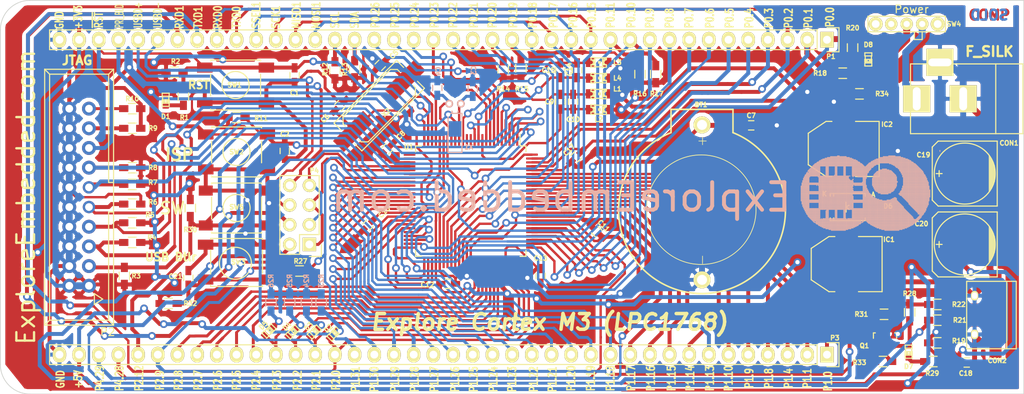
<source format=kicad_pcb>
(kicad_pcb (version 4) (host pcbnew "(2015-01-16 BZR 5376)-product")
  (layers (0 F.Cu signal) (31 B.Cu signal) (34 B.Paste user) (35 F.Paste user) (36 B.SilkS user) (37 F.SilkS user) (38 B.Mask user) (39 F.Mask user) (44 Edge.Cuts user))
  (net 0 "")
  (net 1 +3.3VP)
  (net 2 +5V)
  (net 3 /RTCK)
  (net 4 /RXD0)
  (net 5 /RXD1)
  (net 6 /SCL_0)
  (net 7 /SCL_1)
  (net 8 /SCL_2)
  (net 9 /SCL_3)
  (net 10 /SDA_0)
  (net 11 /SDA_1)
  (net 12 /SDA_2)
  (net 13 /SDA_3)
  (net 14 /TCK)
  (net 15 /TD0)
  (net 16 /TDI)
  (net 17 /TMS)
  (net 18 /TXD0)
  (net 19 /TXD1)
  (net 20 /USB_Connect)
  (net 21 /VBUS)
  (net 22 /VDDA)
  (net 23 /u_led_3)
  (net 24 /u_led_4)
  (net 25 /u_sw_1)
  (net 26 /~RST)
  (net 27 /~TRST)
  (net 28 GND)
  (net 29 HOST_USB_D+)
  (net 30 HOST_USB_D-)
  (net 31 PRI_BLD)
  (net 32 USB_BLD)
  (net 33 USB_D-)
  (net 34 USB_D+)
  (net 35 "Net-(BT1-Pad1)")
  (net 36 "Net-(C3-Pad1)")
  (net 37 "Net-(C4-Pad1)")
  (net 38 "Net-(C5-Pad1)")
  (net 39 "Net-(C6-Pad2)")
  (net 40 "Net-(C10-Pad1)")
  (net 41 "Net-(C14-Pad1)")
  (net 42 "Net-(C14-Pad2)")
  (net 43 "Net-(C19-Pad1)")
  (net 44 "Net-(CON1-Pad1)")
  (net 45 "Net-(D1-Pad2)")
  (net 46 "Net-(D2-Pad2)")
  (net 47 "Net-(D3-Pad2)")
  (net 48 "Net-(D4-Pad2)")
  (net 49 "Net-(D5-Pad2)")
  (net 50 "Net-(D7-Pad1)")
  (net 51 "Net-(D7-Pad2)")
  (net 52 "Net-(D8-Pad2)")
  (net 53 "Net-(P1-Pad5)")
  (net 54 "Net-(P1-Pad6)")
  (net 55 "Net-(P1-Pad19)")
  (net 56 "Net-(P1-Pad20)")
  (net 57 "Net-(P1-Pad21)")
  (net 58 "Net-(P1-Pad22)")
  (net 59 "Net-(P1-Pad23)")
  (net 60 "Net-(P1-Pad24)")
  (net 61 "Net-(P2-Pad17)")
  (net 62 "Net-(P2-Pad19)")
  (net 63 "Net-(P3-Pad1)")
  (net 64 "Net-(P3-Pad2)")
  (net 65 "Net-(P3-Pad3)")
  (net 66 "Net-(P3-Pad4)")
  (net 67 "Net-(P3-Pad5)")
  (net 68 "Net-(P3-Pad6)")
  (net 69 "Net-(P3-Pad7)")
  (net 70 "Net-(P3-Pad8)")
  (net 71 "Net-(P3-Pad9)")
  (net 72 "Net-(P3-Pad10)")
  (net 73 "Net-(P3-Pad11)")
  (net 74 "Net-(P3-Pad12)")
  (net 75 "Net-(P3-Pad13)")
  (net 76 "Net-(P3-Pad14)")
  (net 77 "Net-(P3-Pad15)")
  (net 78 "Net-(P3-Pad16)")
  (net 79 "Net-(P3-Pad17)")
  (net 80 "Net-(P3-Pad18)")
  (net 81 "Net-(P3-Pad19)")
  (net 82 "Net-(P3-Pad20)")
  (net 83 "Net-(P3-Pad21)")
  (net 84 "Net-(P3-Pad22)")
  (net 85 "Net-(P3-Pad23)")
  (net 86 "Net-(P3-Pad25)")
  (net 87 "Net-(P3-Pad30)")
  (net 88 "Net-(P3-Pad31)")
  (net 89 "Net-(P3-Pad32)")
  (net 90 "Net-(P3-Pad33)")
  (net 91 "Net-(P3-Pad34)")
  (net 92 "Net-(P3-Pad37)")
  (net 93 "Net-(P3-Pad38)")
  (net 94 "Net-(P4-Pad2)")
  (net 95 "Net-(P4-Pad4)")
  (net 96 "Net-(Q1-Pad1)")
  (net 97 "Net-(P1-Pad7)")
  (net 98 "Net-(P1-Pad8)")
  (net 99 "Net-(P1-Pad9)")
  (net 100 "Net-(P1-Pad10)")
  (net 101 /SCK)
  (net 102 /SSEL)
  (net 103 /MISO)
  (net 104 /MOSI)
  (net 105 "Net-(CON2-Pad2)")
  (net 106 "Net-(CON2-Pad3)")
  (net 107 "Net-(U1-Pad14)")
  (net 108 "Net-(U1-Pad26)")
  (net 109 "Net-(U1-Pad27)")
  (module Crystals:Crystal_Round_Horizontal_2mm (layer B.Cu) (at 147.574 94.615)
    (fp_text reference X1 (at 1.778 5.588) (layer B.SilkS) (effects (font (size 0.6 0.6)) (justify mirror)))
    (fp_text value 3.768KHz hide)
    (pad 1 thru_hole circle (at -0.7493 0) (size 1.00076 1.00076) (drill 0.59944) (layers *.Cu *.Mask B.SilkS) (net 37 "Net-(C4-Pad1)"))
    (pad 2 thru_hole circle (at 0.7493 0) (size 1.00076 1.00076) (drill 0.59944) (layers *.Cu *.Mask B.SilkS) (net 36 "Net-(C3-Pad1)"))
    (pad "" smd rect (at 0 3.25) (size 1.6 2) (layers B.Cu B.Paste B.Mask))
  )
  (module Connect:USB_Micro-B (layer F.Cu) (at 214.63 123.19 180)
    (fp_text reference CON2 (at -2.921 -4.572 180) (layer F.SilkS) (effects (font (size 0.6 0.6))))
    (fp_text value USB-MINI-B hide)
    (pad 1 smd rect (at 0 0 180) (size 1.35 0.4) (layers F.Cu F.Paste F.Mask) (net 2 +5V))
    (pad 2 smd rect (at 0 0.65 180) (size 1.35 0.4) (layers F.Cu F.Paste F.Mask) (net 105 "Net-(CON2-Pad2)"))
    (pad 3 smd rect (at 0 1.3 180) (size 1.35 0.4) (layers F.Cu F.Paste F.Mask) (net 106 "Net-(CON2-Pad3)"))
    (pad 4 smd rect (at 0 1.95 180) (size 1.35 0.4) (layers F.Cu F.Paste F.Mask) (net 28 GND))
    (pad 5 smd rect (at 0 2.6 180) (size 1.35 0.4) (layers F.Cu F.Paste F.Mask) (net 28 GND))
    (pad 6 thru_hole oval (at 0 -1.2 180) (size 0.95 1.25) (drill oval 0.75 0.85) (layers *.Cu *.Mask F.SilkS) (net 28 GND))
    (pad 7 thru_hole oval (at 0 3.8 180) (size 0.95 1.25) (drill oval 0.75 0.85) (layers *.Cu *.Mask F.SilkS) (net 28 GND))
    (pad 8 smd rect (at -2.7 -3 180) (size 1.55 2.5) (layers F.Cu F.Paste F.Mask) (net 28 GND))
    (pad 9 smd rect (at -2.7 5.5 180) (size 1.55 2.5) (layers F.Cu F.Paste F.Mask) (net 28 GND))
  )
  (module sw:SW_PUSH_SMALL_smd_xl (layer F.Cu) (at 119.634 114.808)
    (fp_text reference SW3 (at 0 0.254) (layer F.SilkS) (effects (font (size 0.6 0.6))))
    (fp_text value ISP hide)
    (pad 1 smd rect (at 3.75 -2) (size 2 1.3) (layers F.Cu F.Paste F.Mask) (net 28 GND))
    (pad 2 smd rect (at 3.75 2.5) (size 2 1.3) (layers F.Cu F.Paste F.Mask) (net 32 USB_BLD))
    (pad 1 smd rect (at -4.25 -2) (size 2 1.3) (layers F.Cu F.Paste F.Mask) (net 28 GND))
    (pad 2 smd rect (at -4.25 2.5) (size 2 1.3) (layers F.Cu F.Paste F.Mask) (net 32 USB_BLD))
  )
  (module Buttons_Switches_SMD:SW_SPST_PTS645 (layer F.Cu) (at 119.38 108.077)
    (fp_text reference SW5 (at 0 -0.127) (layer F.SilkS) (effects (font (size 0.6 0.6))))
    (fp_text value "User Sw1" hide)
    (pad 2 smd rect (at -3.975 2.25) (size 1.8 1.3) (layers F.Cu F.Paste F.Mask) (net 25 /u_sw_1))
    (pad 1 smd rect (at -3.975 -2.25) (size 1.8 1.3) (layers F.Cu F.Paste F.Mask) (net 28 GND))
    (pad 1 smd rect (at 3.975 -2.25) (size 1.55 1.3) (layers F.Cu F.Paste F.Mask) (net 28 GND))
    (pad 2 smd rect (at 3.975 2.25) (size 1.55 1.3) (layers F.Cu F.Paste F.Mask) (net 25 /u_sw_1))
  )
  (module Buttons_Switches_SMD:SW_SPST_PTS645 (layer F.Cu) (at 119.38 100.838 180)
    (fp_text reference SW2 (at 0 0 180) (layer F.SilkS) (effects (font (size 0.6 0.6))))
    (fp_text value ISP hide)
    (pad 2 smd rect (at -3.975 2.25 180) (size 2 1.3) (layers F.Cu F.Paste F.Mask) (net 31 PRI_BLD))
    (pad 1 smd rect (at -3.975 -2.25 180) (size 2 1.3) (layers F.Cu F.Paste F.Mask) (net 28 GND))
    (pad 1 smd rect (at 3.975 -2.25 180) (size 2 1.3) (layers F.Cu F.Paste F.Mask) (net 28 GND))
    (pad 2 smd rect (at 3.975 2.25 180) (size 2 1.3) (layers F.Cu F.Paste F.Mask) (net 31 PRI_BLD))
  )
  (module Buttons_Switches_SMD:SW_SPST_PTS645 (layer F.Cu) (at 119.253 92.202 180)
    (fp_text reference SW1 (at 0.127 0 180) (layer F.SilkS) (effects (font (size 0.6 0.6))))
    (fp_text value RST hide)
    (pad 2 smd rect (at -3.975 2.25 180) (size 2 1.3) (layers F.Cu F.Paste F.Mask) (net 26 /~RST))
    (pad 1 smd rect (at -3.975 -2.25 180) (size 2 1.3) (layers F.Cu F.Paste F.Mask) (net 28 GND))
    (pad 1 smd rect (at 3.975 -2.25 180) (size 2 1.3) (layers F.Cu F.Paste F.Mask) (net 28 GND))
    (pad 2 smd rect (at 3.975 2.25 180) (size 2 1.3) (layers F.Cu F.Paste F.Mask) (net 26 /~RST))
  )
  (module ExploreEmbedded:BATT_rtc_XL (layer F.Cu) (at 179.451 117.348 90)
    (fp_text reference BT1 (at 22.606 -0.127 180) (layer F.SilkS) (effects (font (size 0.6 0.6))))
    (fp_text value CR2032 hide)
    (fp_text user + (at 17.9197 -0.03302 90) (layer F.SilkS) (effects (font (size 1.27 1.27) (thickness 0.0889))))
    (fp_text user - (at 2.58318 -0.03302 90) (layer F.SilkS) (effects (font (size 1.27 1.27) (thickness 0.0889))))
    (pad 1 thru_hole circle (at 19.99996 0 90) (size 2.2 2.2) (drill 1.29794) (layers *.Cu *.Mask F.Paste F.SilkS) (net 35 "Net-(BT1-Pad1)"))
    (pad 2 thru_hole circle (at 0 0 90) (size 2.2 2.2) (drill 1.29794) (layers *.Cu *.Mask F.Paste F.SilkS) (net 28 GND))
  )
  (module Capacitors_SMD:C_0603_HandSoldering (layer F.Cu) (at 126.873 90.932 90)
    (fp_text reference C1 (at -2.286 0 180) (layer F.SilkS) (effects (font (size 0.6 0.6))))
    (fp_text value 100nf hide)
    (pad 1 smd rect (at -0.95 0 90) (size 1.2 0.75) (layers F.Cu F.Paste F.Mask) (net 28 GND))
    (pad 2 smd rect (at 0.95 0 90) (size 1.2 0.75) (layers F.Cu F.Paste F.Mask) (net 26 /~RST))
  )
  (module Capacitors_SMD:C_0603_HandSoldering (layer F.Cu) (at 125.603 100.711 90)
    (fp_text reference C2 (at 2.159 0 180) (layer F.SilkS) (effects (font (size 0.6 0.6))))
    (fp_text value 100nf hide)
    (pad 1 smd rect (at -0.95 0 90) (size 1.2 0.75) (layers F.Cu F.Paste F.Mask) (net 28 GND))
    (pad 2 smd rect (at 0.95 0 90) (size 1.2 0.75) (layers F.Cu F.Paste F.Mask) (net 31 PRI_BLD))
  )
  (module Capacitors_SMD:C_0603_HandSoldering (layer B.Cu) (at 149.86 92.71 90)
    (fp_text reference C3 (at 2.413 0.127 90) (layer B.SilkS) (effects (font (size 0.6 0.6)) (justify mirror)))
    (fp_text value 22pf hide)
    (pad 1 smd rect (at -0.95 0 90) (size 1.2 0.75) (layers B.Cu B.Paste B.Mask) (net 36 "Net-(C3-Pad1)"))
    (pad 2 smd rect (at 0.95 0 90) (size 1.2 0.75) (layers B.Cu B.Paste B.Mask) (net 28 GND))
  )
  (module Capacitors_SMD:C_0603_HandSoldering (layer B.Cu) (at 145.288 92.583 90)
    (fp_text reference C4 (at 2.159 0.127 90) (layer B.SilkS) (effects (font (size 0.6 0.6)) (justify mirror)))
    (fp_text value 22pf hide)
    (pad 1 smd rect (at -0.95 0 90) (size 1.2 0.75) (layers B.Cu B.Paste B.Mask) (net 37 "Net-(C4-Pad1)"))
    (pad 2 smd rect (at 0.95 0 90) (size 1.2 0.75) (layers B.Cu B.Paste B.Mask) (net 28 GND))
  )
  (module Capacitors_SMD:C_0603_HandSoldering (layer F.Cu) (at 137.922 89.662 225)
    (fp_text reference C5 (at -2.245064 -0.269408 225) (layer F.SilkS) (effects (font (size 0.6 0.6))))
    (fp_text value 22pf hide)
    (pad 1 smd rect (at -0.95 0 225) (size 1.2 0.75) (layers F.Cu F.Paste F.Mask) (net 38 "Net-(C5-Pad1)"))
    (pad 2 smd rect (at 0.95 0 225) (size 1.2 0.75) (layers F.Cu F.Paste F.Mask) (net 28 GND))
  )
  (module Capacitors_SMD:C_0603_HandSoldering (layer F.Cu) (at 132.715 94.869 225)
    (fp_text reference C6 (at 2.514472 0.179605 225) (layer F.SilkS) (effects (font (size 0.6 0.6))))
    (fp_text value 22pf hide)
    (pad 1 smd rect (at -0.95 0 225) (size 1.2 0.75) (layers F.Cu F.Paste F.Mask) (net 28 GND))
    (pad 2 smd rect (at 0.95 0 225) (size 1.2 0.75) (layers F.Cu F.Paste F.Mask) (net 39 "Net-(C6-Pad2)"))
  )
  (module Capacitors_SMD:C_0603_HandSoldering (layer F.Cu) (at 185.801 97.409)
    (fp_text reference C7 (at 0 -1.27) (layer F.SilkS) (effects (font (size 0.6 0.6))))
    (fp_text value 100nf hide)
    (pad 1 smd rect (at -0.95 0) (size 1.2 0.75) (layers F.Cu F.Paste F.Mask) (net 35 "Net-(BT1-Pad1)"))
    (pad 2 smd rect (at 0.95 0) (size 1.2 0.75) (layers F.Cu F.Paste F.Mask) (net 28 GND))
  )
  (module Capacitors_SMD:C_0603_HandSoldering (layer F.Cu) (at 138.811 100.457 225)
    (fp_text reference C8 (at -2.514472 0 225) (layer F.SilkS) (effects (font (size 0.6 0.6))))
    (fp_text value 100nf hide)
    (pad 1 smd rect (at -0.95 0 225) (size 1.2 0.75) (layers F.Cu F.Paste F.Mask) (net 28 GND))
    (pad 2 smd rect (at 0.95 0 225) (size 1.2 0.75) (layers F.Cu F.Paste F.Mask) (net 1 +3.3VP))
  )
  (module Capacitors_SMD:C_0603_HandSoldering (layer F.Cu) (at 161.163 94.361 270)
    (fp_text reference C9 (at 0 1.397 360) (layer F.SilkS) (effects (font (size 0.6 0.6))))
    (fp_text value 4.7uF hide)
    (pad 1 smd rect (at -0.95 0 270) (size 1.2 0.75) (layers F.Cu F.Paste F.Mask) (net 40 "Net-(C10-Pad1)"))
    (pad 2 smd rect (at 0.95 0 270) (size 1.2 0.75) (layers F.Cu F.Paste F.Mask) (net 22 /VDDA))
  )
  (module Capacitors_SMD:C_0603_HandSoldering (layer F.Cu) (at 162.814 94.361 270)
    (fp_text reference C10 (at 2.286 0 360) (layer F.SilkS) (effects (font (size 0.6 0.6))))
    (fp_text value 100nf hide)
    (pad 1 smd rect (at -0.95 0 270) (size 1.2 0.75) (layers F.Cu F.Paste F.Mask) (net 40 "Net-(C10-Pad1)"))
    (pad 2 smd rect (at 0.95 0 270) (size 1.2 0.75) (layers F.Cu F.Paste F.Mask) (net 22 /VDDA))
  )
  (module Capacitors_SMD:C_0603_HandSoldering (layer F.Cu) (at 165.862 111.125 135)
    (fp_text reference C11 (at -0.089803 1.167433 135) (layer F.SilkS) (effects (font (size 0.6 0.6))))
    (fp_text value 100nf hide)
    (pad 1 smd rect (at -0.95 0 135) (size 1.2 0.75) (layers F.Cu F.Paste F.Mask) (net 28 GND))
    (pad 2 smd rect (at 0.95 0 135) (size 1.2 0.75) (layers F.Cu F.Paste F.Mask) (net 1 +3.3VP))
  )
  (module Capacitors_SMD:C_0603_HandSoldering (layer F.Cu) (at 146.685 117.856 180)
    (fp_text reference C12 (at 2.667 -0.127 180) (layer F.SilkS) (effects (font (size 0.6 0.6))))
    (fp_text value 100nf hide)
    (pad 1 smd rect (at -0.95 0 180) (size 1.2 0.75) (layers F.Cu F.Paste F.Mask) (net 28 GND))
    (pad 2 smd rect (at 0.95 0 180) (size 1.2 0.75) (layers F.Cu F.Paste F.Mask) (net 1 +3.3VP))
  )
  (module Capacitors_SMD:C_0603_HandSoldering (layer F.Cu) (at 158.623 116.84 270)
    (fp_text reference C13 (at -2.286 0 360) (layer F.SilkS) (effects (font (size 0.6 0.6))))
    (fp_text value 100nf hide)
    (pad 1 smd rect (at -0.95 0 270) (size 1.2 0.75) (layers F.Cu F.Paste F.Mask) (net 28 GND))
    (pad 2 smd rect (at 0.95 0 270) (size 1.2 0.75) (layers F.Cu F.Paste F.Mask) (net 1 +3.3VP))
  )
  (module Capacitors_SMD:C_0603_HandSoldering (layer F.Cu) (at 163.322 90.297 270)
    (fp_text reference C14 (at -0.127 1.016 270) (layer F.SilkS) (effects (font (size 0.6 0.6))))
    (fp_text value 4.7uF hide)
    (pad 1 smd rect (at -0.95 0 270) (size 1.2 0.75) (layers F.Cu F.Paste F.Mask) (net 41 "Net-(C14-Pad1)"))
    (pad 2 smd rect (at 0.95 0 270) (size 1.2 0.75) (layers F.Cu F.Paste F.Mask) (net 42 "Net-(C14-Pad2)"))
  )
  (module Capacitors_SMD:C_0603_HandSoldering (layer F.Cu) (at 161.163 90.297 270)
    (fp_text reference C15 (at 0 1.524 360) (layer F.SilkS) (effects (font (size 0.6 0.6))))
    (fp_text value 100nf hide)
    (pad 1 smd rect (at -0.95 0 270) (size 1.2 0.75) (layers F.Cu F.Paste F.Mask) (net 41 "Net-(C14-Pad1)"))
    (pad 2 smd rect (at 0.95 0 270) (size 1.2 0.75) (layers F.Cu F.Paste F.Mask) (net 42 "Net-(C14-Pad2)"))
  )
  (module Capacitors_SMD:C_0603_HandSoldering (layer F.Cu) (at 136.3345 110.2995 225)
    (fp_text reference C16 (at -2.694077 -0.269408 225) (layer F.SilkS) (effects (font (size 0.6 0.6))))
    (fp_text value 100nf hide)
    (pad 1 smd rect (at -0.95 0 225) (size 1.2 0.75) (layers F.Cu F.Paste F.Mask) (net 28 GND))
    (pad 2 smd rect (at 0.95 0 225) (size 1.2 0.75) (layers F.Cu F.Paste F.Mask) (net 1 +3.3VP))
  )
  (module Capacitors_SMD:C_0603_HandSoldering (layer F.Cu) (at 163.195 101.473 225)
    (fp_text reference C17 (at 0 1.257236 225) (layer F.SilkS) (effects (font (size 0.6 0.6))))
    (fp_text value 100nf hide)
    (pad 1 smd rect (at -0.95 0 225) (size 1.2 0.75) (layers F.Cu F.Paste F.Mask) (net 28 GND))
    (pad 2 smd rect (at 0.95 0 225) (size 1.2 0.75) (layers F.Cu F.Paste F.Mask) (net 1 +3.3VP))
  )
  (module Capacitors_SMD:C_0603_HandSoldering (layer F.Cu) (at 213.614 128.016)
    (fp_text reference C18 (at -0.127 1.397) (layer F.SilkS) (effects (font (size 0.6 0.6))))
    (fp_text value 100nf hide)
    (pad 1 smd rect (at -0.95 0) (size 1.2 0.75) (layers F.Cu F.Paste F.Mask) (net 2 +5V))
    (pad 2 smd rect (at 0.95 0) (size 1.2 0.75) (layers F.Cu F.Paste F.Mask) (net 28 GND))
  )
  (module Capacitors_SMD:c_elec_8x10.5 (layer F.Cu) (at 213.36 103.632 180)
    (fp_text reference C19 (at 5.334 2.413 180) (layer F.SilkS) (effects (font (size 0.6 0.6))))
    (fp_text value 100uF/25V hide)
    (pad 1 smd rect (at 3.2512 0 180) (size 3.50012 2.4003) (layers F.Cu F.Paste F.Mask) (net 43 "Net-(C19-Pad1)"))
    (pad 2 smd rect (at -3.2512 0 180) (size 3.50012 2.4003) (layers F.Cu F.Paste F.Mask) (net 28 GND))
  )
  (module Capacitors_SMD:c_elec_8x10.5 (layer F.Cu) (at 213.36 112.776 180)
    (fp_text reference C20 (at 5.588 2.667 180) (layer F.SilkS) (effects (font (size 0.6 0.6))))
    (fp_text value 100uF/25V hide)
    (pad 1 smd rect (at 3.2512 0 180) (size 3.50012 2.4003) (layers F.Cu F.Paste F.Mask) (net 2 +5V))
    (pad 2 smd rect (at -3.2512 0 180) (size 3.50012 2.4003) (layers F.Cu F.Paste F.Mask) (net 28 GND))
  )
  (module Connect:BARREL_JACK (layer F.Cu) (at 213.36 93.98 180)
    (fp_text reference CON1 (at -5.715 -5.715 360) (layer F.SilkS) (effects (font (size 0.6 0.6))))
    (fp_text value BARREL_JACK hide)
    (pad 1 thru_hole rect (at 6.20014 0 180) (size 3.50012 3.50012) (drill oval 1.00076 2.99974) (layers *.Cu *.Mask F.SilkS) (net 44 "Net-(CON1-Pad1)"))
    (pad 2 thru_hole rect (at 0.20066 0 180) (size 3.50012 3.50012) (drill oval 1.00076 2.99974) (layers *.Cu *.Mask F.SilkS) (net 28 GND))
    (pad 3 thru_hole rect (at 3.2004 4.699 180) (size 3.50012 3.50012) (drill oval 2.99974 1.00076) (layers *.Cu *.Mask F.SilkS) (net 28 GND))
  )
  (module LEDs:LED-0603 (layer F.Cu) (at 110.236 94.107 270)
    (fp_text reference D1 (at 2.159 0 360) (layer F.SilkS) (effects (font (size 0.6 0.6))))
    (fp_text value LED_Rst hide)
    (pad 1 smd rect (at -0.7493 0 270) (size 0.79756 0.79756) (layers F.Cu F.Paste F.Mask) (net 1 +3.3VP))
    (pad 2 smd rect (at 0.7493 0 270) (size 0.79756 0.79756) (layers F.Cu F.Paste F.Mask) (net 45 "Net-(D1-Pad2)"))
  )
  (module LEDs:LED-0603 (layer F.Cu) (at 131.953 124.333 45)
    (fp_text reference D2 (at 0 -1.016 45) (layer F.SilkS) (effects (font (size 0.6 0.6))))
    (fp_text value LED hide)
    (pad 1 smd rect (at -0.7493 0 45) (size 0.79756 0.79756) (layers F.Cu F.Paste F.Mask) (net 19 /TXD1))
    (pad 2 smd rect (at 0.7493 0 45) (size 0.79756 0.79756) (layers F.Cu F.Paste F.Mask) (net 46 "Net-(D2-Pad2)"))
  )
  (module LEDs:LED-0603 (layer F.Cu) (at 129.413 124.079 45)
    (fp_text reference D3 (at 0 -1.016 45) (layer F.SilkS) (effects (font (size 0.6 0.6))))
    (fp_text value LED hide)
    (pad 1 smd rect (at -0.7493 0 45) (size 0.79756 0.79756) (layers F.Cu F.Paste F.Mask) (net 5 /RXD1))
    (pad 2 smd rect (at 0.7493 0 45) (size 0.79756 0.79756) (layers F.Cu F.Paste F.Mask) (net 47 "Net-(D3-Pad2)"))
  )
  (module LEDs:LED-0603 (layer F.Cu) (at 126.619 124.079 45)
    (fp_text reference D4 (at 0 -1.016 45) (layer F.SilkS) (effects (font (size 0.6 0.6))))
    (fp_text value LED hide)
    (pad 1 smd rect (at -0.7493 0 45) (size 0.79756 0.79756) (layers F.Cu F.Paste F.Mask) (net 23 /u_led_3))
    (pad 2 smd rect (at 0.7493 0 45) (size 0.79756 0.79756) (layers F.Cu F.Paste F.Mask) (net 48 "Net-(D4-Pad2)"))
  )
  (module LEDs:LED-0603 (layer F.Cu) (at 123.571 123.952 45)
    (fp_text reference D5 (at 0 -1.016 45) (layer F.SilkS) (effects (font (size 0.6 0.6))))
    (fp_text value LED hide)
    (pad 1 smd rect (at -0.7493 0 45) (size 0.79756 0.79756) (layers F.Cu F.Paste F.Mask) (net 24 /u_led_4))
    (pad 2 smd rect (at 0.7493 0 45) (size 0.79756 0.79756) (layers F.Cu F.Paste F.Mask) (net 49 "Net-(D5-Pad2)"))
  )
  (module Diodes_SMD:Diode-SMA_Handsoldering (layer F.Cu) (at 198.247 107.95 180)
    (fp_text reference D6 (at -5.207 0.127 180) (layer F.SilkS) (effects (font (size 0.6 0.6))))
    (fp_text value 1n4148 hide)
    (fp_text user A (at -3.29946 1.6002 180) (layer F.SilkS) (effects (font (size 0.6 0.6))))
    (fp_text user K (at 2.99974 1.69926 180) (layer F.SilkS) (effects (font (size 0.6 0.6))))
    (pad 1 smd rect (at -2.49936 0 180) (size 3.50012 1.80086) (layers F.Cu F.Paste F.Mask) (net 1 +3.3VP))
    (pad 2 smd rect (at 2.49936 0 180) (size 3.50012 1.80086) (layers F.Cu F.Paste F.Mask) (net 2 +5V))
  )
  (module LEDs:LED-0603 (layer F.Cu) (at 206.121 126.619 270)
    (fp_text reference D7 (at 1.905 0 360) (layer F.SilkS) (effects (font (size 0.6 0.6))))
    (fp_text value LED_Rst hide)
    (pad 1 smd rect (at -0.7493 0 270) (size 0.79756 0.79756) (layers F.Cu F.Paste F.Mask) (net 50 "Net-(D7-Pad1)"))
    (pad 2 smd rect (at 0.7493 0 270) (size 0.79756 0.79756) (layers F.Cu F.Paste F.Mask) (net 51 "Net-(D7-Pad2)"))
  )
  (module SMD_Packages:SOT-223 (layer F.Cu) (at 198.12 115.316 90)
    (fp_text reference IC1 (at 3.175 5.461 180) (layer F.SilkS) (effects (font (size 0.6 0.6))))
    (fp_text value LM1117 hide)
    (pad 4 smd rect (at 0 -3.302 90) (size 3.6576 2.032) (layers F.Cu F.Paste F.Mask) (net 1 +3.3VP))
    (pad 2 smd rect (at 0 3.302 90) (size 1.016 2.032) (layers F.Cu F.Paste F.Mask) (net 1 +3.3VP))
    (pad 3 smd rect (at 2.286 3.302 90) (size 1.016 2.032) (layers F.Cu F.Paste F.Mask) (net 2 +5V))
    (pad 1 smd rect (at -2.286 3.302 90) (size 1.016 2.032) (layers F.Cu F.Paste F.Mask) (net 28 GND))
  )
  (module SMD_Packages:SOT-223 (layer F.Cu) (at 197.739 100.457 90)
    (fp_text reference IC2 (at 3.175 5.588 180) (layer F.SilkS) (effects (font (size 0.6 0.6))))
    (fp_text value LM1117 hide)
    (pad 4 smd rect (at 0 -3.302 90) (size 3.6576 2.032) (layers F.Cu F.Paste F.Mask) (net 2 +5V))
    (pad 2 smd rect (at 0 3.302 90) (size 1.016 2.032) (layers F.Cu F.Paste F.Mask) (net 2 +5V))
    (pad 3 smd rect (at 2.286 3.302 90) (size 1.016 2.032) (layers F.Cu F.Paste F.Mask) (net 43 "Net-(C19-Pad1)"))
    (pad 1 smd rect (at -2.286 3.302 90) (size 1.016 2.032) (layers F.Cu F.Paste F.Mask) (net 28 GND))
  )
  (module LEDs:LED-0805 (layer F.Cu) (at 166.116 93.345)
    (fp_text reference L1 (at 2.413 -0.635) (layer F.SilkS) (effects (font (size 0.6 0.6))))
    (fp_text value INDUCTOR hide)
    (pad 1 smd rect (at -1.04902 0) (size 1.19888 1.19888) (layers F.Cu F.Paste F.Mask) (net 40 "Net-(C10-Pad1)"))
    (pad 2 smd rect (at 1.04902 0) (size 1.19888 1.19888) (layers F.Cu F.Paste F.Mask) (net 28 GND))
  )
  (module LEDs:LED-0805 (layer F.Cu) (at 166.116 95.377)
    (fp_text reference L2 (at 0 1.27) (layer F.SilkS) (effects (font (size 0.6 0.6))))
    (fp_text value INDUCTOR hide)
    (pad 1 smd rect (at -1.04902 0) (size 1.19888 1.19888) (layers F.Cu F.Paste F.Mask) (net 22 /VDDA))
    (pad 2 smd rect (at 1.04902 0) (size 1.19888 1.19888) (layers F.Cu F.Paste F.Mask) (net 1 +3.3VP))
  )
  (module LEDs:LED-0805 (layer F.Cu) (at 166.116 89.281)
    (fp_text reference L3 (at 2.413 0 180) (layer F.SilkS) (effects (font (size 0.6 0.6))))
    (fp_text value INDUCTOR hide)
    (pad 1 smd rect (at -1.04902 0) (size 1.19888 1.19888) (layers F.Cu F.Paste F.Mask) (net 41 "Net-(C14-Pad1)"))
    (pad 2 smd rect (at 1.04902 0) (size 1.19888 1.19888) (layers F.Cu F.Paste F.Mask) (net 28 GND))
  )
  (module LEDs:LED-0805 (layer F.Cu) (at 166.116 91.313)
    (fp_text reference L4 (at 2.413 0) (layer F.SilkS) (effects (font (size 0.6 0.6))))
    (fp_text value INDUCTOR hide)
    (pad 1 smd rect (at -1.04902 0) (size 1.19888 1.19888) (layers F.Cu F.Paste F.Mask) (net 42 "Net-(C14-Pad2)"))
    (pad 2 smd rect (at 1.04902 0) (size 1.19888 1.19888) (layers F.Cu F.Paste F.Mask) (net 1 +3.3VP))
  )
  (module Pin_Headers:Pin_Header_Straight_1x40 (layer F.Cu) (at 195.58 86.36 270)
    (fp_text reference P1 (at 2.159 -0.508 360) (layer F.SilkS) (effects (font (size 0.6 0.6))))
    (fp_text value CONN_01X40 hide)
    (pad 1 thru_hole rect (at 0 0 270) (size 2.032 1.7272) (drill 1.016) (layers *.Cu *.Mask F.SilkS) (net 13 /SDA_3))
    (pad 2 thru_hole oval (at 0 2.54 270) (size 2.032 1.7272) (drill 1.016) (layers *.Cu *.Mask F.SilkS) (net 9 /SCL_3))
    (pad 3 thru_hole oval (at 0 5.08 270) (size 2.032 1.7272) (drill 1.016) (layers *.Cu *.Mask F.SilkS) (net 18 /TXD0))
    (pad 4 thru_hole oval (at 0 7.62 270) (size 2.032 1.7272) (drill 1.016) (layers *.Cu *.Mask F.SilkS) (net 4 /RXD0))
    (pad 5 thru_hole oval (at 0 10.16 270) (size 2.032 1.7272) (drill 1.016) (layers *.Cu *.Mask F.SilkS) (net 53 "Net-(P1-Pad5)"))
    (pad 6 thru_hole oval (at 0 12.7 270) (size 2.032 1.7272) (drill 1.016) (layers *.Cu *.Mask F.SilkS) (net 54 "Net-(P1-Pad6)"))
    (pad 7 thru_hole oval (at 0 15.24 270) (size 2.032 1.7272) (drill 1.016) (layers *.Cu *.Mask F.SilkS) (net 97 "Net-(P1-Pad7)"))
    (pad 8 thru_hole oval (at 0 17.78 270) (size 2.032 1.7272) (drill 1.016) (layers *.Cu *.Mask F.SilkS) (net 98 "Net-(P1-Pad8)"))
    (pad 9 thru_hole oval (at 0 20.32 270) (size 2.032 1.7272) (drill 1.016) (layers *.Cu *.Mask F.SilkS) (net 99 "Net-(P1-Pad9)"))
    (pad 10 thru_hole oval (at 0 22.86 270) (size 2.032 1.7272) (drill 1.016) (layers *.Cu *.Mask F.SilkS) (net 100 "Net-(P1-Pad10)"))
    (pad 11 thru_hole oval (at 0 25.4 270) (size 2.032 1.7272) (drill 1.016) (layers *.Cu *.Mask F.SilkS) (net 12 /SDA_2))
    (pad 12 thru_hole oval (at 0 27.94 270) (size 2.032 1.7272) (drill 1.016) (layers *.Cu *.Mask F.SilkS) (net 8 /SCL_2))
    (pad 13 thru_hole oval (at 0 30.48 270) (size 2.032 1.7272) (drill 1.016) (layers *.Cu *.Mask F.SilkS) (net 101 /SCK))
    (pad 14 thru_hole oval (at 0 33.02 270) (size 2.032 1.7272) (drill 1.016) (layers *.Cu *.Mask F.SilkS) (net 102 /SSEL))
    (pad 15 thru_hole oval (at 0 35.56 270) (size 2.032 1.7272) (drill 1.016) (layers *.Cu *.Mask F.SilkS) (net 103 /MISO))
    (pad 16 thru_hole oval (at 0 38.1 270) (size 2.032 1.7272) (drill 1.016) (layers *.Cu *.Mask F.SilkS) (net 104 /MOSI))
    (pad 17 thru_hole oval (at 0 40.64 270) (size 2.032 1.7272) (drill 1.016) (layers *.Cu *.Mask F.SilkS) (net 11 /SDA_1))
    (pad 18 thru_hole oval (at 0 43.18 270) (size 2.032 1.7272) (drill 1.016) (layers *.Cu *.Mask F.SilkS) (net 7 /SCL_1))
    (pad 19 thru_hole oval (at 0 45.72 270) (size 2.032 1.7272) (drill 1.016) (layers *.Cu *.Mask F.SilkS) (net 55 "Net-(P1-Pad19)"))
    (pad 20 thru_hole oval (at 0 48.26 270) (size 2.032 1.7272) (drill 1.016) (layers *.Cu *.Mask F.SilkS) (net 56 "Net-(P1-Pad20)"))
    (pad 21 thru_hole oval (at 0 50.8 270) (size 2.032 1.7272) (drill 1.016) (layers *.Cu *.Mask F.SilkS) (net 57 "Net-(P1-Pad21)"))
    (pad 22 thru_hole oval (at 0 53.34 270) (size 2.032 1.7272) (drill 1.016) (layers *.Cu *.Mask F.SilkS) (net 58 "Net-(P1-Pad22)"))
    (pad 23 thru_hole oval (at 0 55.88 270) (size 2.032 1.7272) (drill 1.016) (layers *.Cu *.Mask F.SilkS) (net 59 "Net-(P1-Pad23)"))
    (pad 24 thru_hole oval (at 0 58.42 270) (size 2.032 1.7272) (drill 1.016) (layers *.Cu *.Mask F.SilkS) (net 60 "Net-(P1-Pad24)"))
    (pad 25 thru_hole oval (at 0 60.96 270) (size 2.032 1.7272) (drill 1.016) (layers *.Cu *.Mask F.SilkS) (net 10 /SDA_0))
    (pad 26 thru_hole oval (at 0 63.5 270) (size 2.032 1.7272) (drill 1.016) (layers *.Cu *.Mask F.SilkS) (net 6 /SCL_0))
    (pad 27 thru_hole oval (at 0 66.04 270) (size 2.032 1.7272) (drill 1.016) (layers *.Cu *.Mask F.SilkS) (net 104 /MOSI))
    (pad 28 thru_hole oval (at 0 68.58 270) (size 2.032 1.7272) (drill 1.016) (layers *.Cu *.Mask F.SilkS) (net 103 /MISO))
    (pad 29 thru_hole oval (at 0 71.12 270) (size 2.032 1.7272) (drill 1.016) (layers *.Cu *.Mask F.SilkS) (net 101 /SCK))
    (pad 30 thru_hole oval (at 0 73.66 270) (size 2.032 1.7272) (drill 1.016) (layers *.Cu *.Mask F.SilkS) (net 102 /SSEL))
    (pad 31 thru_hole oval (at 0 76.2 270) (size 2.032 1.7272) (drill 1.016) (layers *.Cu *.Mask F.SilkS) (net 18 /TXD0))
    (pad 32 thru_hole oval (at 0 78.74 270) (size 2.032 1.7272) (drill 1.016) (layers *.Cu *.Mask F.SilkS) (net 4 /RXD0))
    (pad 33 thru_hole oval (at 0 81.28 270) (size 2.032 1.7272) (drill 1.016) (layers *.Cu *.Mask F.SilkS) (net 19 /TXD1))
    (pad 34 thru_hole oval (at 0 83.82 270) (size 2.032 1.7272) (drill 1.016) (layers *.Cu *.Mask F.SilkS) (net 5 /RXD1))
    (pad 35 thru_hole oval (at 0 86.36 270) (size 2.032 1.7272) (drill 1.016) (layers *.Cu *.Mask F.SilkS) (net 30 HOST_USB_D-))
    (pad 36 thru_hole oval (at 0 88.9 270) (size 2.032 1.7272) (drill 1.016) (layers *.Cu *.Mask F.SilkS) (net 29 HOST_USB_D+))
    (pad 37 thru_hole oval (at 0 91.44 270) (size 2.032 1.7272) (drill 1.016) (layers *.Cu *.Mask F.SilkS) (net 31 PRI_BLD))
    (pad 38 thru_hole oval (at 0 93.98 270) (size 2.032 1.7272) (drill 1.016) (layers *.Cu *.Mask F.SilkS) (net 26 /~RST))
    (pad 39 thru_hole oval (at 0 96.52 270) (size 2.032 1.7272) (drill 1.016) (layers *.Cu *.Mask F.SilkS) (net 1 +3.3VP))
    (pad 40 thru_hole oval (at 0 99.06 270) (size 2.032 1.7272) (drill 1.016) (layers *.Cu *.Mask F.SilkS) (net 28 GND))
  )
  (module Connect:VASCH10x2 (layer F.Cu) (at 99.06 106.68 90)
    (fp_text reference P2 (at -17.399 3.683 180) (layer F.SilkS))
    (fp_text value JTAG hide)
    (pad 1 thru_hole circle (at -11.43 1.27 90) (size 1.8 1.8) (drill 0.99822) (layers *.Cu *.Mask) (net 1 +3.3VP))
    (pad 2 thru_hole circle (at -11.43 -1.27 90) (size 1.8 1.8) (drill 0.99822) (layers *.Cu *.Mask) (net 1 +3.3VP))
    (pad 3 thru_hole circle (at -8.89 1.27 90) (size 1.8 1.8) (drill 0.99822) (layers *.Cu *.Mask) (net 27 /~TRST))
    (pad 4 thru_hole circle (at -8.89 -1.27 90) (size 1.8 1.8) (drill 0.99822) (layers *.Cu *.Mask) (net 28 GND))
    (pad 5 thru_hole circle (at -6.35 1.27 90) (size 1.8 1.8) (drill 0.99822) (layers *.Cu *.Mask) (net 16 /TDI))
    (pad 6 thru_hole circle (at -6.35 -1.27 90) (size 1.8 1.8) (drill 0.99822) (layers *.Cu *.Mask) (net 28 GND))
    (pad 7 thru_hole circle (at -3.81 1.27 90) (size 1.8 1.8) (drill 0.99822) (layers *.Cu *.Mask) (net 17 /TMS))
    (pad 8 thru_hole circle (at -3.81 -1.27 90) (size 1.8 1.8) (drill 0.99822) (layers *.Cu *.Mask) (net 28 GND))
    (pad 9 thru_hole circle (at -1.27 1.27 90) (size 1.6 1.6) (drill 0.99822) (layers *.Cu *.Mask) (net 14 /TCK))
    (pad 10 thru_hole circle (at -1.27 -1.27 90) (size 1.8 1.8) (drill 0.99822) (layers *.Cu *.Mask) (net 28 GND))
    (pad 11 thru_hole circle (at 1.27 1.27 90) (size 1.6 1.6) (drill 0.99822) (layers *.Cu *.Mask) (net 3 /RTCK))
    (pad 12 thru_hole circle (at 1.27 -1.27 90) (size 1.8 1.8) (drill 0.99822) (layers *.Cu *.Mask) (net 28 GND))
    (pad 13 thru_hole circle (at 3.81 1.27 90) (size 1.8 1.8) (drill 0.99822) (layers *.Cu *.Mask) (net 15 /TD0))
    (pad 14 thru_hole circle (at 3.81 -1.27 90) (size 1.8 1.8) (drill 0.99822) (layers *.Cu *.Mask) (net 28 GND))
    (pad 15 thru_hole circle (at 6.35 1.27 90) (size 1.8 1.8) (drill 0.99822) (layers *.Cu *.Mask) (net 26 /~RST))
    (pad 16 thru_hole circle (at 6.35 -1.27 90) (size 1.8 1.8) (drill 0.99822) (layers *.Cu *.Mask) (net 28 GND))
    (pad 17 thru_hole circle (at 8.89 1.27 90) (size 1.8 1.8) (drill 0.99822) (layers *.Cu *.Mask) (net 61 "Net-(P2-Pad17)"))
    (pad 18 thru_hole circle (at 8.89 -1.27 90) (size 1.8 1.8) (drill 0.99822) (layers *.Cu *.Mask) (net 28 GND))
    (pad 19 thru_hole circle (at 11.43 1.27 90) (size 1.8 1.8) (drill 0.99822) (layers *.Cu *.Mask) (net 62 "Net-(P2-Pad19)"))
    (pad 20 thru_hole circle (at 11.43 -1.27 90) (size 1.8 1.8) (drill 0.99822) (layers *.Cu *.Mask) (net 28 GND))
  )
  (module Pin_Headers:Pin_Header_Straight_1x40 (layer F.Cu) (at 195.58 127 270)
    (fp_text reference P3 (at -2.159 -1.016 360) (layer F.SilkS) (effects (font (size 0.6 0.6))))
    (fp_text value CONN_01X40 hide)
    (pad 1 thru_hole rect (at 0 0 270) (size 2.032 1.7272) (drill 1.016) (layers *.Cu *.Mask F.SilkS) (net 63 "Net-(P3-Pad1)"))
    (pad 2 thru_hole oval (at 0 2.54 270) (size 2.032 1.7272) (drill 1.016) (layers *.Cu *.Mask F.SilkS) (net 64 "Net-(P3-Pad2)"))
    (pad 3 thru_hole oval (at 0 5.08 270) (size 2.032 1.7272) (drill 1.016) (layers *.Cu *.Mask F.SilkS) (net 65 "Net-(P3-Pad3)"))
    (pad 4 thru_hole oval (at 0 7.62 270) (size 2.032 1.7272) (drill 1.016) (layers *.Cu *.Mask F.SilkS) (net 66 "Net-(P3-Pad4)"))
    (pad 5 thru_hole oval (at 0 10.16 270) (size 2.032 1.7272) (drill 1.016) (layers *.Cu *.Mask F.SilkS) (net 67 "Net-(P3-Pad5)"))
    (pad 6 thru_hole oval (at 0 12.7 270) (size 2.032 1.7272) (drill 1.016) (layers *.Cu *.Mask F.SilkS) (net 68 "Net-(P3-Pad6)"))
    (pad 7 thru_hole oval (at 0 15.24 270) (size 2.032 1.7272) (drill 1.016) (layers *.Cu *.Mask F.SilkS) (net 69 "Net-(P3-Pad7)"))
    (pad 8 thru_hole oval (at 0 17.78 270) (size 2.032 1.7272) (drill 1.016) (layers *.Cu *.Mask F.SilkS) (net 70 "Net-(P3-Pad8)"))
    (pad 9 thru_hole oval (at 0 20.32 270) (size 2.032 1.7272) (drill 1.016) (layers *.Cu *.Mask F.SilkS) (net 71 "Net-(P3-Pad9)"))
    (pad 10 thru_hole oval (at 0 22.86 270) (size 2.032 1.7272) (drill 1.016) (layers *.Cu *.Mask F.SilkS) (net 72 "Net-(P3-Pad10)"))
    (pad 11 thru_hole oval (at 0 25.4 270) (size 2.032 1.7272) (drill 1.016) (layers *.Cu *.Mask F.SilkS) (net 73 "Net-(P3-Pad11)"))
    (pad 12 thru_hole oval (at 0 27.94 270) (size 2.032 1.7272) (drill 1.016) (layers *.Cu *.Mask F.SilkS) (net 74 "Net-(P3-Pad12)"))
    (pad 13 thru_hole oval (at 0 30.48 270) (size 2.032 1.7272) (drill 1.016) (layers *.Cu *.Mask F.SilkS) (net 75 "Net-(P3-Pad13)"))
    (pad 14 thru_hole oval (at 0 33.02 270) (size 2.032 1.7272) (drill 1.016) (layers *.Cu *.Mask F.SilkS) (net 76 "Net-(P3-Pad14)"))
    (pad 15 thru_hole oval (at 0 35.56 270) (size 2.032 1.7272) (drill 1.016) (layers *.Cu *.Mask F.SilkS) (net 77 "Net-(P3-Pad15)"))
    (pad 16 thru_hole oval (at 0 38.1 270) (size 2.032 1.7272) (drill 1.016) (layers *.Cu *.Mask F.SilkS) (net 78 "Net-(P3-Pad16)"))
    (pad 17 thru_hole oval (at 0 40.64 270) (size 2.032 1.7272) (drill 1.016) (layers *.Cu *.Mask F.SilkS) (net 79 "Net-(P3-Pad17)"))
    (pad 18 thru_hole oval (at 0 43.18 270) (size 2.032 1.7272) (drill 1.016) (layers *.Cu *.Mask F.SilkS) (net 80 "Net-(P3-Pad18)"))
    (pad 19 thru_hole oval (at 0 45.72 270) (size 2.032 1.7272) (drill 1.016) (layers *.Cu *.Mask F.SilkS) (net 81 "Net-(P3-Pad19)"))
    (pad 20 thru_hole oval (at 0 48.26 270) (size 2.032 1.7272) (drill 1.016) (layers *.Cu *.Mask F.SilkS) (net 82 "Net-(P3-Pad20)"))
    (pad 21 thru_hole oval (at 0 50.8 270) (size 2.032 1.7272) (drill 1.016) (layers *.Cu *.Mask F.SilkS) (net 83 "Net-(P3-Pad21)"))
    (pad 22 thru_hole oval (at 0 53.34 270) (size 2.032 1.7272) (drill 1.016) (layers *.Cu *.Mask F.SilkS) (net 84 "Net-(P3-Pad22)"))
    (pad 23 thru_hole oval (at 0 55.88 270) (size 2.032 1.7272) (drill 1.016) (layers *.Cu *.Mask F.SilkS) (net 85 "Net-(P3-Pad23)"))
    (pad 24 thru_hole oval (at 0 58.42 270) (size 2.032 1.7272) (drill 1.016) (layers *.Cu *.Mask F.SilkS) (net 21 /VBUS))
    (pad 25 thru_hole oval (at 0 60.96 270) (size 2.032 1.7272) (drill 1.016) (layers *.Cu *.Mask F.SilkS) (net 86 "Net-(P3-Pad25)"))
    (pad 26 thru_hole oval (at 0 63.5 270) (size 2.032 1.7272) (drill 1.016) (layers *.Cu *.Mask F.SilkS) (net 19 /TXD1))
    (pad 27 thru_hole oval (at 0 66.04 270) (size 2.032 1.7272) (drill 1.016) (layers *.Cu *.Mask F.SilkS) (net 5 /RXD1))
    (pad 28 thru_hole oval (at 0 68.58 270) (size 2.032 1.7272) (drill 1.016) (layers *.Cu *.Mask F.SilkS) (net 23 /u_led_3))
    (pad 29 thru_hole oval (at 0 71.12 270) (size 2.032 1.7272) (drill 1.016) (layers *.Cu *.Mask F.SilkS) (net 24 /u_led_4))
    (pad 30 thru_hole oval (at 0 73.66 270) (size 2.032 1.7272) (drill 1.016) (layers *.Cu *.Mask F.SilkS) (net 87 "Net-(P3-Pad30)"))
    (pad 31 thru_hole oval (at 0 76.2 270) (size 2.032 1.7272) (drill 1.016) (layers *.Cu *.Mask F.SilkS) (net 88 "Net-(P3-Pad31)"))
    (pad 32 thru_hole oval (at 0 78.74 270) (size 2.032 1.7272) (drill 1.016) (layers *.Cu *.Mask F.SilkS) (net 89 "Net-(P3-Pad32)"))
    (pad 33 thru_hole oval (at 0 81.28 270) (size 2.032 1.7272) (drill 1.016) (layers *.Cu *.Mask F.SilkS) (net 90 "Net-(P3-Pad33)"))
    (pad 34 thru_hole oval (at 0 83.82 270) (size 2.032 1.7272) (drill 1.016) (layers *.Cu *.Mask F.SilkS) (net 91 "Net-(P3-Pad34)"))
    (pad 35 thru_hole oval (at 0 86.36 270) (size 2.032 1.7272) (drill 1.016) (layers *.Cu *.Mask F.SilkS) (net 20 /USB_Connect))
    (pad 36 thru_hole oval (at 0 88.9 270) (size 2.032 1.7272) (drill 1.016) (layers *.Cu *.Mask F.SilkS) (net 25 /u_sw_1))
    (pad 37 thru_hole oval (at 0 91.44 270) (size 2.032 1.7272) (drill 1.016) (layers *.Cu *.Mask F.SilkS) (net 92 "Net-(P3-Pad37)"))
    (pad 38 thru_hole oval (at 0 93.98 270) (size 2.032 1.7272) (drill 1.016) (layers *.Cu *.Mask F.SilkS) (net 93 "Net-(P3-Pad38)"))
    (pad 39 thru_hole oval (at 0 96.52 270) (size 2.032 1.7272) (drill 1.016) (layers *.Cu *.Mask F.SilkS) (net 2 +5V))
    (pad 40 thru_hole oval (at 0 99.06 270) (size 2.032 1.7272) (drill 1.016) (layers *.Cu *.Mask F.SilkS) (net 28 GND))
  )
  (module Pin_Headers:Pin_Header_Straight_2x04 (layer F.Cu) (at 128.778 112.776 180)
    (fp_text reference P4 (at -0.635 9.525 180) (layer F.SilkS) (effects (font (size 0.6 0.6))))
    (fp_text value "USB Operation Selection" hide)
    (pad 1 thru_hole rect (at 0 0 180) (size 1.7272 1.7272) (drill 1.016) (layers *.Cu *.Mask F.SilkS) (net 33 USB_D-))
    (pad 2 thru_hole oval (at 2.54 0 180) (size 1.7272 1.7272) (drill 1.016) (layers *.Cu *.Mask F.SilkS) (net 94 "Net-(P4-Pad2)"))
    (pad 3 thru_hole oval (at 0 2.54 180) (size 1.7272 1.7272) (drill 1.016) (layers *.Cu *.Mask F.SilkS) (net 34 USB_D+))
    (pad 4 thru_hole oval (at 2.54 2.54 180) (size 1.7272 1.7272) (drill 1.016) (layers *.Cu *.Mask F.SilkS) (net 95 "Net-(P4-Pad4)"))
    (pad 5 thru_hole oval (at 0 5.08 180) (size 1.7272 1.7272) (drill 1.016) (layers *.Cu *.Mask F.SilkS) (net 33 USB_D-))
    (pad 6 thru_hole oval (at 2.54 5.08 180) (size 1.7272 1.7272) (drill 1.016) (layers *.Cu *.Mask F.SilkS) (net 30 HOST_USB_D-))
    (pad 7 thru_hole oval (at 0 7.62 180) (size 1.7272 1.7272) (drill 1.016) (layers *.Cu *.Mask F.SilkS) (net 34 USB_D+))
    (pad 8 thru_hole oval (at 2.54 7.62 180) (size 1.7272 1.7272) (drill 1.016) (layers *.Cu *.Mask F.SilkS) (net 29 HOST_USB_D+))
  )
  (module Housings_SOT-23_SOT-143_TSOT-6:SOT-23 (layer F.Cu) (at 203.073 124.841)
    (fp_text reference Q1 (at -2.667 1.016) (layer F.SilkS) (effects (font (size 0.6 0.6))))
    (fp_text value BC856 hide)
    (pad 1 smd rect (at -0.95 1.00076) (size 0.8001 0.8001) (layers F.Cu F.Paste F.Mask) (net 96 "Net-(Q1-Pad1)"))
    (pad 2 smd rect (at 0.95 1.00076) (size 0.8001 0.8001) (layers F.Cu F.Paste F.Mask) (net 50 "Net-(D7-Pad1)"))
    (pad 3 smd rect (at 0 -0.99822) (size 0.8001 0.8001) (layers F.Cu F.Paste F.Mask) (net 1 +3.3VP))
  )
  (module Resistors_SMD:R_0603_HandSoldering (layer F.Cu) (at 112.522 93.726 90)
    (fp_text reference R1 (at -2.667 0.127 180) (layer F.SilkS) (effects (font (size 0.6 0.6))))
    (fp_text value 1K hide)
    (pad 1 smd rect (at -1.1 0 90) (size 1.2 0.9) (layers F.Cu F.Paste F.Mask) (net 45 "Net-(D1-Pad2)"))
    (pad 2 smd rect (at 1.1 0 90) (size 1.2 0.9) (layers F.Cu F.Paste F.Mask) (net 26 /~RST))
  )
  (module Resistors_SMD:R_0603_HandSoldering (layer F.Cu) (at 111.379 90.551 180)
    (fp_text reference R2 (at -0.127 1.397 180) (layer F.SilkS) (effects (font (size 0.6 0.6))))
    (fp_text value 10K hide)
    (pad 1 smd rect (at -1.1 0 180) (size 1.2 0.9) (layers F.Cu F.Paste F.Mask) (net 26 /~RST))
    (pad 2 smd rect (at 1.1 0 180) (size 1.2 0.9) (layers F.Cu F.Paste F.Mask) (net 1 +3.3VP))
  )
  (module Resistors_SMD:R_0603_HandSoldering (layer F.Cu) (at 104.902 116.84 270)
    (fp_text reference R3 (at 0 -1.524 360) (layer F.SilkS) (effects (font (size 0.6 0.6))))
    (fp_text value 10K hide)
    (pad 1 smd rect (at -1.1 0 270) (size 1.2 0.9) (layers F.Cu F.Paste F.Mask) (net 27 /~TRST))
    (pad 2 smd rect (at 1.1 0 270) (size 1.2 0.9) (layers F.Cu F.Paste F.Mask) (net 1 +3.3VP))
  )
  (module Resistors_SMD:R_0603_HandSoldering (layer F.Cu) (at 105.918 112.522)
    (fp_text reference R4 (at 2.54 -0.635) (layer F.SilkS) (effects (font (size 0.6 0.6))))
    (fp_text value 10K hide)
    (pad 1 smd rect (at -1.1 0) (size 1.2 0.9) (layers F.Cu F.Paste F.Mask) (net 16 /TDI))
    (pad 2 smd rect (at 1.1 0) (size 1.2 0.9) (layers F.Cu F.Paste F.Mask) (net 1 +3.3VP))
  )
  (module Resistors_SMD:R_0603_HandSoldering (layer F.Cu) (at 105.918 109.982)
    (fp_text reference R5 (at 2.286 -1.016) (layer F.SilkS) (effects (font (size 0.6 0.6))))
    (fp_text value 10K hide)
    (pad 1 smd rect (at -1.1 0) (size 1.2 0.9) (layers F.Cu F.Paste F.Mask) (net 17 /TMS))
    (pad 2 smd rect (at 1.1 0) (size 1.2 0.9) (layers F.Cu F.Paste F.Mask) (net 1 +3.3VP))
  )
  (module Resistors_SMD:R_0603_HandSoldering (layer F.Cu) (at 105.918 107.569)
    (fp_text reference R6 (at 2.667 -0.254) (layer F.SilkS) (effects (font (size 0.6 0.6))))
    (fp_text value 10K hide)
    (pad 1 smd rect (at -1.1 0) (size 1.2 0.9) (layers F.Cu F.Paste F.Mask) (net 14 /TCK))
    (pad 2 smd rect (at 1.1 0) (size 1.2 0.9) (layers F.Cu F.Paste F.Mask) (net 28 GND))
  )
  (module Resistors_SMD:R_0603_HandSoldering (layer F.Cu) (at 105.918 105.029)
    (fp_text reference R7 (at 2.667 -0.254) (layer F.SilkS) (effects (font (size 0.6 0.6))))
    (fp_text value 10K hide)
    (pad 1 smd rect (at -1.1 0) (size 1.2 0.9) (layers F.Cu F.Paste F.Mask) (net 3 /RTCK))
    (pad 2 smd rect (at 1.1 0) (size 1.2 0.9) (layers F.Cu F.Paste F.Mask) (net 1 +3.3VP))
  )
  (module Resistors_SMD:R_0603_HandSoldering (layer F.Cu) (at 105.918 102.87)
    (fp_text reference R8 (at 2.667 0) (layer F.SilkS) (effects (font (size 0.6 0.6))))
    (fp_text value 10K hide)
    (pad 1 smd rect (at -1.1 0) (size 1.2 0.9) (layers F.Cu F.Paste F.Mask) (net 15 /TD0))
    (pad 2 smd rect (at 1.1 0) (size 1.2 0.9) (layers F.Cu F.Paste F.Mask) (net 1 +3.3VP))
  )
  (module Resistors_SMD:R_0603_HandSoldering (layer F.Cu) (at 105.918 97.79)
    (fp_text reference R9 (at 2.667 0) (layer F.SilkS) (effects (font (size 0.6 0.6))))
    (fp_text value 10K hide)
    (pad 1 smd rect (at -1.1 0) (size 1.2 0.9) (layers F.Cu F.Paste F.Mask) (net 61 "Net-(P2-Pad17)"))
    (pad 2 smd rect (at 1.1 0) (size 1.2 0.9) (layers F.Cu F.Paste F.Mask) (net 28 GND))
  )
  (module Resistors_SMD:R_0603_HandSoldering (layer F.Cu) (at 105.918 95.25)
    (fp_text reference R10 (at 0 -1.27) (layer F.SilkS) (effects (font (size 0.6 0.6))))
    (fp_text value 10K hide)
    (pad 1 smd rect (at -1.1 0) (size 1.2 0.9) (layers F.Cu F.Paste F.Mask) (net 62 "Net-(P2-Pad19)"))
    (pad 2 smd rect (at 1.1 0) (size 1.2 0.9) (layers F.Cu F.Paste F.Mask) (net 28 GND))
  )
  (module Resistors_SMD:R_0603_HandSoldering (layer F.Cu) (at 119.38 96.393 180)
    (fp_text reference R11 (at -3.175 -0.127 180) (layer F.SilkS) (effects (font (size 0.6 0.6))))
    (fp_text value 1K hide)
    (pad 1 smd rect (at -1.1 0 180) (size 1.2 0.9) (layers F.Cu F.Paste F.Mask) (net 31 PRI_BLD))
    (pad 2 smd rect (at 1.1 0 180) (size 1.2 0.9) (layers F.Cu F.Paste F.Mask) (net 1 +3.3VP))
  )
  (module Resistors_SMD:R_0603_HandSoldering (layer F.Cu) (at 132.08 90.297 270)
    (fp_text reference R12 (at -0.127 1.27 270) (layer F.SilkS) (effects (font (size 0.6 0.6))))
    (fp_text value 2K hide)
    (pad 1 smd rect (at -1.1 0 270) (size 1.2 0.9) (layers F.Cu F.Paste F.Mask) (net 6 /SCL_0))
    (pad 2 smd rect (at 1.1 0 270) (size 1.2 0.9) (layers F.Cu F.Paste F.Mask) (net 1 +3.3VP))
  )
  (module Resistors_SMD:R_0603_HandSoldering (layer F.Cu) (at 134.62 90.17 270)
    (fp_text reference R13 (at 0 1.27 270) (layer F.SilkS) (effects (font (size 0.6 0.6))))
    (fp_text value 2K hide)
    (pad 1 smd rect (at -1.1 0 270) (size 1.2 0.9) (layers F.Cu F.Paste F.Mask) (net 10 /SDA_0))
    (pad 2 smd rect (at 1.1 0 270) (size 1.2 0.9) (layers F.Cu F.Paste F.Mask) (net 1 +3.3VP))
  )
  (module Resistors_SMD:R_0603_HandSoldering (layer F.Cu) (at 153.797 90.17 270)
    (fp_text reference R14 (at 2.54 0 360) (layer F.SilkS) (effects (font (size 0.6 0.6))))
    (fp_text value 2K hide)
    (pad 1 smd rect (at -1.1 0 270) (size 1.2 0.9) (layers F.Cu F.Paste F.Mask) (net 7 /SCL_1))
    (pad 2 smd rect (at 1.1 0 270) (size 1.2 0.9) (layers F.Cu F.Paste F.Mask) (net 1 +3.3VP))
  )
  (module Resistors_SMD:R_0603_HandSoldering (layer F.Cu) (at 156.083 90.043 270)
    (fp_text reference R15 (at 2.667 -0.127 360) (layer F.SilkS) (effects (font (size 0.6 0.6))))
    (fp_text value 2K hide)
    (pad 1 smd rect (at -1.1 0 270) (size 1.2 0.9) (layers F.Cu F.Paste F.Mask) (net 11 /SDA_1))
    (pad 2 smd rect (at 1.1 0 270) (size 1.2 0.9) (layers F.Cu F.Paste F.Mask) (net 1 +3.3VP))
  )
  (module Resistors_SMD:R_0603_HandSoldering (layer F.Cu) (at 171.45 90.805 270)
    (fp_text reference R16 (at 2.54 0 360) (layer F.SilkS) (effects (font (size 0.6 0.6))))
    (fp_text value 2K hide)
    (pad 1 smd rect (at -1.1 0 270) (size 1.2 0.9) (layers F.Cu F.Paste F.Mask) (net 8 /SCL_2))
    (pad 2 smd rect (at 1.1 0 270) (size 1.2 0.9) (layers F.Cu F.Paste F.Mask) (net 1 +3.3VP))
  )
  (module Resistors_SMD:R_0603_HandSoldering (layer F.Cu) (at 173.482 90.805 270)
    (fp_text reference R17 (at 2.54 -0.127 360) (layer F.SilkS) (effects (font (size 0.6 0.6))))
    (fp_text value 2K hide)
    (pad 1 smd rect (at -1.1 0 270) (size 1.2 0.9) (layers F.Cu F.Paste F.Mask) (net 12 /SDA_2))
    (pad 2 smd rect (at 1.1 0 270) (size 1.2 0.9) (layers F.Cu F.Paste F.Mask) (net 1 +3.3VP))
  )
  (module Resistors_SMD:R_0603_HandSoldering (layer F.Cu) (at 197.612 90.678)
    (fp_text reference R18 (at -2.921 0) (layer F.SilkS) (effects (font (size 0.6 0.6))))
    (fp_text value 2K hide)
    (pad 1 smd rect (at -1.1 0) (size 1.2 0.9) (layers F.Cu F.Paste F.Mask) (net 9 /SCL_3))
    (pad 2 smd rect (at 1.1 0) (size 1.2 0.9) (layers F.Cu F.Paste F.Mask) (net 1 +3.3VP))
  )
  (module Resistors_SMD:R_0603_HandSoldering (layer F.Cu) (at 209.804 125.476 180)
    (fp_text reference R19 (at -2.794 0.254 180) (layer F.SilkS) (effects (font (size 0.6 0.6))))
    (fp_text value 100K hide)
    (pad 1 smd rect (at -1.1 0 180) (size 1.2 0.9) (layers F.Cu F.Paste F.Mask) (net 2 +5V))
    (pad 2 smd rect (at 1.1 0 180) (size 1.2 0.9) (layers F.Cu F.Paste F.Mask) (net 28 GND))
  )
  (module Resistors_SMD:R_0603_HandSoldering (layer F.Cu) (at 198.882 87.376 270)
    (fp_text reference R20 (at -2.54 0 360) (layer F.SilkS) (effects (font (size 0.6 0.6))))
    (fp_text value 2K hide)
    (pad 1 smd rect (at -1.1 0 270) (size 1.2 0.9) (layers F.Cu F.Paste F.Mask) (net 13 /SDA_3))
    (pad 2 smd rect (at 1.1 0 270) (size 1.2 0.9) (layers F.Cu F.Paste F.Mask) (net 1 +3.3VP))
  )
  (module Resistors_SMD:R_0603_HandSoldering (layer F.Cu) (at 209.804 122.555)
    (fp_text reference R21 (at 2.921 0) (layer F.SilkS) (effects (font (size 0.6 0.6))))
    (fp_text value 33E hide)
    (pad 1 smd rect (at -1.1 0) (size 1.2 0.9) (layers F.Cu F.Paste F.Mask) (net 94 "Net-(P4-Pad2)"))
    (pad 2 smd rect (at 1.1 0) (size 1.2 0.9) (layers F.Cu F.Paste F.Mask) (net 105 "Net-(CON2-Pad2)"))
  )
  (module Resistors_SMD:R_0603_HandSoldering (layer F.Cu) (at 209.804 120.523)
    (fp_text reference R22 (at 2.794 0) (layer F.SilkS) (effects (font (size 0.6 0.6))))
    (fp_text value 33E hide)
    (pad 1 smd rect (at -1.1 0) (size 1.2 0.9) (layers F.Cu F.Paste F.Mask) (net 95 "Net-(P4-Pad4)"))
    (pad 2 smd rect (at 1.1 0) (size 1.2 0.9) (layers F.Cu F.Paste F.Mask) (net 106 "Net-(CON2-Pad3)"))
  )
  (module Resistors_SMD:R_0603_HandSoldering (layer B.Cu) (at 130.302 120.269 90)
    (fp_text reference R23 (at 2.794 0 90) (layer B.SilkS) (effects (font (size 0.6 0.6)) (justify mirror)))
    (fp_text value 470E hide)
    (pad 1 smd rect (at -1.1 0 90) (size 1.2 0.9) (layers B.Cu B.Paste B.Mask) (net 46 "Net-(D2-Pad2)"))
    (pad 2 smd rect (at 1.1 0 90) (size 1.2 0.9) (layers B.Cu B.Paste B.Mask) (net 28 GND))
  )
  (module Resistors_SMD:R_0603_HandSoldering (layer B.Cu) (at 128.397 120.269 90)
    (fp_text reference R24 (at 2.794 0 90) (layer B.SilkS) (effects (font (size 0.6 0.6)) (justify mirror)))
    (fp_text value 470E hide)
    (pad 1 smd rect (at -1.1 0 90) (size 1.2 0.9) (layers B.Cu B.Paste B.Mask) (net 47 "Net-(D3-Pad2)"))
    (pad 2 smd rect (at 1.1 0 90) (size 1.2 0.9) (layers B.Cu B.Paste B.Mask) (net 28 GND))
  )
  (module Resistors_SMD:R_0603_HandSoldering (layer B.Cu) (at 126.238 120.269 90)
    (fp_text reference R25 (at 2.794 0 90) (layer B.SilkS) (effects (font (size 0.6 0.6)) (justify mirror)))
    (fp_text value 470E hide)
    (pad 1 smd rect (at -1.1 0 90) (size 1.2 0.9) (layers B.Cu B.Paste B.Mask) (net 48 "Net-(D4-Pad2)"))
    (pad 2 smd rect (at 1.1 0 90) (size 1.2 0.9) (layers B.Cu B.Paste B.Mask) (net 28 GND))
  )
  (module Resistors_SMD:R_0603_HandSoldering (layer B.Cu) (at 123.825 120.269 90)
    (fp_text reference R26 (at 2.794 0 90) (layer B.SilkS) (effects (font (size 0.6 0.6)) (justify mirror)))
    (fp_text value 470E hide)
    (pad 1 smd rect (at -1.1 0 90) (size 1.2 0.9) (layers B.Cu B.Paste B.Mask) (net 49 "Net-(D5-Pad2)"))
    (pad 2 smd rect (at 1.1 0 90) (size 1.2 0.9) (layers B.Cu B.Paste B.Mask) (net 28 GND))
  )
  (module Resistors_SMD:R_0603_HandSoldering (layer F.Cu) (at 127.508 116.205 180)
    (fp_text reference R27 (at -0.127 1.27 180) (layer F.SilkS) (effects (font (size 0.6 0.6))))
    (fp_text value 10K hide)
    (pad 1 smd rect (at -1.1 0 180) (size 1.2 0.9) (layers F.Cu F.Paste F.Mask) (net 21 /VBUS))
    (pad 2 smd rect (at 1.1 0 180) (size 1.2 0.9) (layers F.Cu F.Paste F.Mask) (net 2 +5V))
  )
  (module Resistors_SMD:R_0603_HandSoldering (layer F.Cu) (at 206.248 121.539 270)
    (fp_text reference R28 (at -2.413 0 360) (layer F.SilkS) (effects (font (size 0.6 0.6))))
    (fp_text value 1K5 hide)
    (pad 1 smd rect (at -1.1 0 270) (size 1.2 0.9) (layers F.Cu F.Paste F.Mask) (net 95 "Net-(P4-Pad4)"))
    (pad 2 smd rect (at 1.1 0 270) (size 1.2 0.9) (layers F.Cu F.Paste F.Mask) (net 50 "Net-(D7-Pad1)"))
  )
  (module Resistors_SMD:R_0603_HandSoldering (layer F.Cu) (at 209.296 127.889 180)
    (fp_text reference R29 (at 0.127 -1.524 180) (layer F.SilkS) (effects (font (size 0.6 0.6))))
    (fp_text value 470E hide)
    (pad 1 smd rect (at -1.1 0 180) (size 1.2 0.9) (layers F.Cu F.Paste F.Mask) (net 28 GND))
    (pad 2 smd rect (at 1.1 0 180) (size 1.2 0.9) (layers F.Cu F.Paste F.Mask) (net 51 "Net-(D7-Pad2)"))
  )
  (module Resistors_SMD:R_0603_HandSoldering (layer F.Cu) (at 113.411 108.077 90)
    (fp_text reference R30 (at -2.794 0 180) (layer F.SilkS) (effects (font (size 0.6 0.6))))
    (fp_text value 10K hide)
    (pad 1 smd rect (at -1.1 0 90) (size 1.2 0.9) (layers F.Cu F.Paste F.Mask) (net 25 /u_sw_1))
    (pad 2 smd rect (at 1.1 0 90) (size 1.2 0.9) (layers F.Cu F.Paste F.Mask) (net 1 +3.3VP))
  )
  (module Resistors_SMD:R_0603_HandSoldering (layer F.Cu) (at 202.946 121.793)
    (fp_text reference R31 (at -2.921 0) (layer F.SilkS) (effects (font (size 0.6 0.6))))
    (fp_text value 10K hide)
    (pad 1 smd rect (at -1.1 0) (size 1.2 0.9) (layers F.Cu F.Paste F.Mask) (net 96 "Net-(Q1-Pad1)"))
    (pad 2 smd rect (at 1.1 0) (size 1.2 0.9) (layers F.Cu F.Paste F.Mask) (net 1 +3.3VP))
  )
  (module Resistors_SMD:R_0603_HandSoldering (layer F.Cu) (at 202.819 127.889 180)
    (fp_text reference R33 (at 3.048 -0.127 180) (layer F.SilkS) (effects (font (size 0.6 0.6))))
    (fp_text value 2K hide)
    (pad 1 smd rect (at -1.1 0 180) (size 1.2 0.9) (layers F.Cu F.Paste F.Mask) (net 96 "Net-(Q1-Pad1)"))
    (pad 2 smd rect (at 1.1 0 180) (size 1.2 0.9) (layers F.Cu F.Paste F.Mask) (net 20 /USB_Connect))
  )
  (module Resistors_SMD:R_0603_HandSoldering (layer F.Cu) (at 199.771 93.345)
    (fp_text reference R34 (at 2.921 0) (layer F.SilkS) (effects (font (size 0.6 0.6))))
    (fp_text value 470E hide)
    (pad 1 smd rect (at -1.1 0) (size 1.2 0.9) (layers F.Cu F.Paste F.Mask) (net 28 GND))
    (pad 2 smd rect (at 1.1 0) (size 1.2 0.9) (layers F.Cu F.Paste F.Mask) (net 52 "Net-(D8-Pad2)"))
  )
  (module ExploreEmbedded:Micro_slide_switch-spst_2mm (layer F.Cu) (at 205.867 84.328 180)
    (fp_text reference SW4 (at -6.096 0 180) (layer F.SilkS) (effects (font (size 0.6 0.6))))
    (fp_text value Power (at -0.635 1.905 180) (layer F.SilkS))
    (pad 1 thru_hole circle (at -2 0 180) (size 1.6 1.6) (drill 0.8) (layers *.Cu *.Mask F.SilkS) (net 44 "Net-(CON1-Pad1)"))
    (pad 2 thru_hole circle (at 0 0 180) (size 1.6 1.6) (drill 0.8) (layers *.Cu *.Mask F.SilkS) (net 43 "Net-(C19-Pad1)"))
    (pad 3 thru_hole circle (at 2 0 180) (size 1.6 1.6) (drill 0.8) (layers *.Cu *.Mask F.SilkS))
    (pad 4 thru_hole circle (at 4 0 180) (size 1.8 1.8) (drill 1) (layers *.Cu *.Mask F.SilkS))
    (pad 5 thru_hole circle (at -4 0 180) (size 1.8 1.8) (drill 1) (layers *.Cu *.Mask F.SilkS))
  )
  (module Housings_QFP:LQFP-100_14x14mm_Pitch0.5mm (layer F.Cu) (at 149.606 107.188 270)
    (fp_text reference U1 (at -6.985 8.001 360) (layer F.SilkS) (effects (font (size 0.6 0.6))))
    (fp_text value LPC1769FBD100 hide)
    (pad 1 smd rect (at -7.9 -6 270) (size 1.5 0.28) (layers F.Cu F.Paste F.Mask) (net 15 /TD0))
    (pad 2 smd rect (at -7.9 -5.5 270) (size 1.5 0.28) (layers F.Cu F.Paste F.Mask) (net 16 /TDI))
    (pad 3 smd rect (at -7.9 -5 270) (size 1.5 0.28) (layers F.Cu F.Paste F.Mask) (net 17 /TMS))
    (pad 4 smd rect (at -7.9 -4.5 270) (size 1.5 0.28) (layers F.Cu F.Paste F.Mask) (net 27 /~TRST))
    (pad 5 smd rect (at -7.9 -4 270) (size 1.5 0.28) (layers F.Cu F.Paste F.Mask) (net 14 /TCK))
    (pad 6 smd rect (at -7.9 -3.5 270) (size 1.5 0.28) (layers F.Cu F.Paste F.Mask) (net 60 "Net-(P1-Pad24)"))
    (pad 7 smd rect (at -7.9 -3 270) (size 1.5 0.28) (layers F.Cu F.Paste F.Mask) (net 59 "Net-(P1-Pad23)"))
    (pad 8 smd rect (at -7.9 -2.5 270) (size 1.5 0.28) (layers F.Cu F.Paste F.Mask) (net 58 "Net-(P1-Pad22)"))
    (pad 9 smd rect (at -7.9 -2 270) (size 1.5 0.28) (layers F.Cu F.Paste F.Mask) (net 57 "Net-(P1-Pad21)"))
    (pad 10 smd rect (at -7.9 -1.5 270) (size 1.5 0.28) (layers F.Cu F.Paste F.Mask) (net 22 /VDDA))
    (pad 11 smd rect (at -7.9 -1 270) (size 1.5 0.28) (layers F.Cu F.Paste F.Mask) (net 40 "Net-(C10-Pad1)"))
    (pad 12 smd rect (at -7.9 -0.5 270) (size 1.5 0.28) (layers F.Cu F.Paste F.Mask) (net 42 "Net-(C14-Pad2)"))
    (pad 13 smd rect (at -7.9 0 270) (size 1.5 0.28) (layers F.Cu F.Paste F.Mask))
    (pad 14 smd rect (at -7.9 0.5 270) (size 1.5 0.28) (layers F.Cu F.Paste F.Mask) (net 107 "Net-(U1-Pad14)"))
    (pad 15 smd rect (at -7.9 1 270) (size 1.5 0.28) (layers F.Cu F.Paste F.Mask) (net 41 "Net-(C14-Pad1)"))
    (pad 16 smd rect (at -7.9 1.5 270) (size 1.5 0.28) (layers F.Cu F.Paste F.Mask) (net 36 "Net-(C3-Pad1)"))
    (pad 17 smd rect (at -7.9 2 270) (size 1.5 0.28) (layers F.Cu F.Paste F.Mask) (net 26 /~RST))
    (pad 18 smd rect (at -7.9 2.5 270) (size 1.5 0.28) (layers F.Cu F.Paste F.Mask) (net 37 "Net-(C4-Pad1)"))
    (pad 19 smd rect (at -7.9 3 270) (size 1.5 0.28) (layers F.Cu F.Paste F.Mask) (net 35 "Net-(BT1-Pad1)"))
    (pad 20 smd rect (at -7.9 3.5 270) (size 1.5 0.28) (layers F.Cu F.Paste F.Mask) (net 86 "Net-(P3-Pad25)"))
    (pad 21 smd rect (at -7.9 4 270) (size 1.5 0.28) (layers F.Cu F.Paste F.Mask) (net 21 /VBUS))
    (pad 22 smd rect (at -7.9 4.5 270) (size 1.5 0.28) (layers F.Cu F.Paste F.Mask) (net 38 "Net-(C5-Pad1)"))
    (pad 23 smd rect (at -7.9 5 270) (size 1.5 0.28) (layers F.Cu F.Paste F.Mask) (net 39 "Net-(C6-Pad2)"))
    (pad 24 smd rect (at -7.9 5.5 270) (size 1.5 0.28) (layers F.Cu F.Paste F.Mask) (net 6 /SCL_0))
    (pad 25 smd rect (at -7.9 6 270) (size 1.5 0.28) (layers F.Cu F.Paste F.Mask) (net 10 /SDA_0))
    (pad 26 smd rect (at -6 7.9) (size 1.5 0.28) (layers F.Cu F.Paste F.Mask) (net 108 "Net-(U1-Pad26)"))
    (pad 27 smd rect (at -5.5 7.9) (size 1.5 0.28) (layers F.Cu F.Paste F.Mask) (net 109 "Net-(U1-Pad27)"))
    (pad 28 smd rect (at -5 7.9) (size 1.5 0.28) (layers F.Cu F.Paste F.Mask) (net 1 +3.3VP))
    (pad 29 smd rect (at -4.5 7.9) (size 1.5 0.28) (layers F.Cu F.Paste F.Mask) (net 34 USB_D+))
    (pad 30 smd rect (at -4 7.9) (size 1.5 0.28) (layers F.Cu F.Paste F.Mask) (net 33 USB_D-))
    (pad 31 smd rect (at -3.5 7.9) (size 1.5 0.28) (layers F.Cu F.Paste F.Mask) (net 28 GND))
    (pad 32 smd rect (at -3 7.9) (size 1.5 0.28) (layers F.Cu F.Paste F.Mask) (net 74 "Net-(P3-Pad12)"))
    (pad 33 smd rect (at -2.5 7.9) (size 1.5 0.28) (layers F.Cu F.Paste F.Mask) (net 75 "Net-(P3-Pad13)"))
    (pad 34 smd rect (at -2 7.9) (size 1.5 0.28) (layers F.Cu F.Paste F.Mask) (net 76 "Net-(P3-Pad14)"))
    (pad 35 smd rect (at -1.5 7.9) (size 1.5 0.28) (layers F.Cu F.Paste F.Mask) (net 77 "Net-(P3-Pad15)"))
    (pad 36 smd rect (at -1 7.9) (size 1.5 0.28) (layers F.Cu F.Paste F.Mask) (net 78 "Net-(P3-Pad16)"))
    (pad 37 smd rect (at -0.5 7.9) (size 1.5 0.28) (layers F.Cu F.Paste F.Mask) (net 79 "Net-(P3-Pad17)"))
    (pad 38 smd rect (at 0 7.9) (size 1.5 0.28) (layers F.Cu F.Paste F.Mask) (net 80 "Net-(P3-Pad18)"))
    (pad 39 smd rect (at 0.5 7.9) (size 1.5 0.28) (layers F.Cu F.Paste F.Mask) (net 81 "Net-(P3-Pad19)"))
    (pad 40 smd rect (at 1 7.9) (size 1.5 0.28) (layers F.Cu F.Paste F.Mask) (net 82 "Net-(P3-Pad20)"))
    (pad 41 smd rect (at 1.5 7.9) (size 1.5 0.28) (layers F.Cu F.Paste F.Mask) (net 28 GND))
    (pad 42 smd rect (at 2 7.9) (size 1.5 0.28) (layers F.Cu F.Paste F.Mask) (net 1 +3.3VP))
    (pad 43 smd rect (at 2.5 7.9) (size 1.5 0.28) (layers F.Cu F.Paste F.Mask) (net 83 "Net-(P3-Pad21)"))
    (pad 44 smd rect (at 3 7.9) (size 1.5 0.28) (layers F.Cu F.Paste F.Mask) (net 84 "Net-(P3-Pad22)"))
    (pad 45 smd rect (at 3.5 7.9) (size 1.5 0.28) (layers F.Cu F.Paste F.Mask) (net 85 "Net-(P3-Pad23)"))
    (pad 46 smd rect (at 4 7.9) (size 1.5 0.28) (layers F.Cu F.Paste F.Mask) (net 13 /SDA_3))
    (pad 47 smd rect (at 4.5 7.9) (size 1.5 0.28) (layers F.Cu F.Paste F.Mask) (net 9 /SCL_3))
    (pad 48 smd rect (at 5 7.9) (size 1.5 0.28) (layers F.Cu F.Paste F.Mask) (net 12 /SDA_2))
    (pad 49 smd rect (at 5.5 7.9) (size 1.5 0.28) (layers F.Cu F.Paste F.Mask) (net 8 /SCL_2))
    (pad 50 smd rect (at 6 7.9) (size 1.5 0.28) (layers F.Cu F.Paste F.Mask) (net 69 "Net-(P3-Pad7)"))
    (pad 51 smd rect (at 7.9 6 270) (size 1.5 0.28) (layers F.Cu F.Paste F.Mask) (net 25 /u_sw_1))
    (pad 52 smd rect (at 7.9 5.5 270) (size 1.5 0.28) (layers F.Cu F.Paste F.Mask) (net 32 USB_BLD))
    (pad 53 smd rect (at 7.9 5 270) (size 1.5 0.28) (layers F.Cu F.Paste F.Mask) (net 31 PRI_BLD))
    (pad 54 smd rect (at 7.9 4.5 270) (size 1.5 0.28) (layers F.Cu F.Paste F.Mask) (net 1 +3.3VP))
    (pad 55 smd rect (at 7.9 4 270) (size 1.5 0.28) (layers F.Cu F.Paste F.Mask) (net 28 GND))
    (pad 56 smd rect (at 7.9 3.5 270) (size 1.5 0.28) (layers F.Cu F.Paste F.Mask) (net 56 "Net-(P1-Pad20)"))
    (pad 57 smd rect (at 7.9 3 270) (size 1.5 0.28) (layers F.Cu F.Paste F.Mask) (net 55 "Net-(P1-Pad19)"))
    (pad 58 smd rect (at 7.9 2.5 270) (size 1.5 0.28) (layers F.Cu F.Paste F.Mask) (net 7 /SCL_1))
    (pad 59 smd rect (at 7.9 2 270) (size 1.5 0.28) (layers F.Cu F.Paste F.Mask) (net 11 /SDA_1))
    (pad 60 smd rect (at 7.9 1.5 270) (size 1.5 0.28) (layers F.Cu F.Paste F.Mask) (net 104 /MOSI))
    (pad 61 smd rect (at 7.9 1 270) (size 1.5 0.28) (layers F.Cu F.Paste F.Mask) (net 103 /MISO))
    (pad 62 smd rect (at 7.9 0.5 270) (size 1.5 0.28) (layers F.Cu F.Paste F.Mask) (net 101 /SCK))
    (pad 63 smd rect (at 7.9 0 270) (size 1.5 0.28) (layers F.Cu F.Paste F.Mask) (net 102 /SSEL))
    (pad 64 smd rect (at 7.9 -0.5 270) (size 1.5 0.28) (layers F.Cu F.Paste F.Mask) (net 20 /USB_Connect))
    (pad 65 smd rect (at 7.9 -1 270) (size 1.5 0.28) (layers F.Cu F.Paste F.Mask) (net 91 "Net-(P3-Pad34)"))
    (pad 66 smd rect (at 7.9 -1.5 270) (size 1.5 0.28) (layers F.Cu F.Paste F.Mask) (net 90 "Net-(P3-Pad33)"))
    (pad 67 smd rect (at 7.9 -2 270) (size 1.5 0.28) (layers F.Cu F.Paste F.Mask) (net 89 "Net-(P3-Pad32)"))
    (pad 68 smd rect (at 7.9 -2.5 270) (size 1.5 0.28) (layers F.Cu F.Paste F.Mask) (net 88 "Net-(P3-Pad31)"))
    (pad 69 smd rect (at 7.9 -3 270) (size 1.5 0.28) (layers F.Cu F.Paste F.Mask) (net 87 "Net-(P3-Pad30)"))
    (pad 70 smd rect (at 7.9 -3.5 270) (size 1.5 0.28) (layers F.Cu F.Paste F.Mask) (net 24 /u_led_4))
    (pad 71 smd rect (at 7.9 -4 270) (size 1.5 0.28) (layers F.Cu F.Paste F.Mask) (net 1 +3.3VP))
    (pad 72 smd rect (at 7.9 -4.5 270) (size 1.5 0.28) (layers F.Cu F.Paste F.Mask) (net 28 GND))
    (pad 73 smd rect (at 7.9 -5 270) (size 1.5 0.28) (layers F.Cu F.Paste F.Mask) (net 23 /u_led_3))
    (pad 74 smd rect (at 7.9 -5.5 270) (size 1.5 0.28) (layers F.Cu F.Paste F.Mask) (net 5 /RXD1))
    (pad 75 smd rect (at 7.9 -6 270) (size 1.5 0.28) (layers F.Cu F.Paste F.Mask) (net 19 /TXD1))
    (pad 76 smd rect (at 6 -7.9) (size 1.5 0.28) (layers F.Cu F.Paste F.Mask) (net 100 "Net-(P1-Pad10)"))
    (pad 77 smd rect (at 5.5 -7.9) (size 1.5 0.28) (layers F.Cu F.Paste F.Mask) (net 99 "Net-(P1-Pad9)"))
    (pad 78 smd rect (at 5 -7.9) (size 1.5 0.28) (layers F.Cu F.Paste F.Mask) (net 98 "Net-(P1-Pad8)"))
    (pad 79 smd rect (at 4.5 -7.9) (size 1.5 0.28) (layers F.Cu F.Paste F.Mask) (net 97 "Net-(P1-Pad7)"))
    (pad 80 smd rect (at 4 -7.9) (size 1.5 0.28) (layers F.Cu F.Paste F.Mask) (net 54 "Net-(P1-Pad6)"))
    (pad 81 smd rect (at 3.5 -7.9) (size 1.5 0.28) (layers F.Cu F.Paste F.Mask) (net 53 "Net-(P1-Pad5)"))
    (pad 82 smd rect (at 3 -7.9) (size 1.5 0.28) (layers F.Cu F.Paste F.Mask) (net 92 "Net-(P3-Pad37)"))
    (pad 83 smd rect (at 2.5 -7.9) (size 1.5 0.28) (layers F.Cu F.Paste F.Mask) (net 28 GND))
    (pad 84 smd rect (at 2 -7.9) (size 1.5 0.28) (layers F.Cu F.Paste F.Mask) (net 1 +3.3VP))
    (pad 85 smd rect (at 1.5 -7.9) (size 1.5 0.28) (layers F.Cu F.Paste F.Mask) (net 93 "Net-(P3-Pad38)"))
    (pad 86 smd rect (at 1 -7.9) (size 1.5 0.28) (layers F.Cu F.Paste F.Mask) (net 73 "Net-(P3-Pad11)"))
    (pad 87 smd rect (at 0.5 -7.9) (size 1.5 0.28) (layers F.Cu F.Paste F.Mask) (net 72 "Net-(P3-Pad10)"))
    (pad 88 smd rect (at 0 -7.9) (size 1.5 0.28) (layers F.Cu F.Paste F.Mask) (net 71 "Net-(P3-Pad9)"))
    (pad 89 smd rect (at -0.5 -7.9) (size 1.5 0.28) (layers F.Cu F.Paste F.Mask) (net 70 "Net-(P3-Pad8)"))
    (pad 90 smd rect (at -1 -7.9) (size 1.5 0.28) (layers F.Cu F.Paste F.Mask) (net 68 "Net-(P3-Pad6)"))
    (pad 91 smd rect (at -1.5 -7.9) (size 1.5 0.28) (layers F.Cu F.Paste F.Mask) (net 67 "Net-(P3-Pad5)"))
    (pad 92 smd rect (at -2 -7.9) (size 1.5 0.28) (layers F.Cu F.Paste F.Mask) (net 66 "Net-(P3-Pad4)"))
    (pad 93 smd rect (at -2.5 -7.9) (size 1.5 0.28) (layers F.Cu F.Paste F.Mask) (net 65 "Net-(P3-Pad3)"))
    (pad 94 smd rect (at -3 -7.9) (size 1.5 0.28) (layers F.Cu F.Paste F.Mask) (net 64 "Net-(P3-Pad2)"))
    (pad 95 smd rect (at -3.5 -7.9) (size 1.5 0.28) (layers F.Cu F.Paste F.Mask) (net 63 "Net-(P3-Pad1)"))
    (pad 96 smd rect (at -4 -7.9) (size 1.5 0.28) (layers F.Cu F.Paste F.Mask) (net 1 +3.3VP))
    (pad 97 smd rect (at -4.5 -7.9) (size 1.5 0.28) (layers F.Cu F.Paste F.Mask) (net 28 GND))
    (pad 98 smd rect (at -5 -7.9) (size 1.5 0.28) (layers F.Cu F.Paste F.Mask) (net 18 /TXD0))
    (pad 99 smd rect (at -5.5 -7.9) (size 1.5 0.28) (layers F.Cu F.Paste F.Mask) (net 4 /RXD0))
    (pad 100 smd rect (at -6 -7.9) (size 1.5 0.28) (layers F.Cu F.Paste F.Mask) (net 3 /RTCK))
  )
  (module Crystals_Oscillators_SMD:Q_49U3HMS (layer F.Cu) (at 137.795 94.869 225)
    (fp_text reference X2 (at 0 -1.27 225) (layer F.SilkS) (effects (font (size 0.6 0.6))))
    (fp_text value 12MHz hide)
    (pad 1 smd rect (at -4.699 0 225) (size 5.4991 1.99898) (layers F.Cu F.Paste F.Mask) (net 38 "Net-(C5-Pad1)"))
    (pad 2 smd rect (at 4.699 0 225) (size 5.4991 1.99898) (layers F.Cu F.Paste F.Mask) (net 39 "Net-(C6-Pad2)"))
  )
  (module LEDs:LED-0603 (layer F.Cu) (at 200.914 88.9 270)
    (fp_text reference D8 (at -1.905 0 360) (layer F.SilkS) (effects (font (size 0.6 0.6))))
    (fp_text value PWR hide)
    (pad 1 smd rect (at -0.7493 0 270) (size 0.79756 0.79756) (layers F.Cu F.Paste F.Mask) (net 1 +3.3VP))
    (pad 2 smd rect (at 0.7493 0 270) (size 0.79756 0.79756) (layers F.Cu F.Paste F.Mask) (net 52 "Net-(D8-Pad2)"))
  )
  (module Capacitors_SMD:C_0603_HandSoldering (layer F.Cu) (at 113.157 117.094 270)
    (fp_text reference C21 (at -0.194 1.657 540) (layer F.SilkS) (effects (font (size 0.6 0.6))))
    (fp_text value 100nf hide)
    (pad 1 smd rect (at -0.95 0 270) (size 1.2 0.75) (layers F.Cu F.Paste F.Mask) (net 28 GND))
    (pad 2 smd rect (at 0.95 0 270) (size 1.2 0.75) (layers F.Cu F.Paste F.Mask) (net 32 USB_BLD))
  )
  (module Resistors_SMD:R_0603_HandSoldering (layer F.Cu) (at 110.617 120.396 180)
    (fp_text reference R32 (at -2.794 0 180) (layer F.SilkS) (effects (font (size 0.6 0.6))))
    (fp_text value 1K hide)
    (pad 1 smd rect (at -1.1 0 180) (size 1.2 0.9) (layers F.Cu F.Paste F.Mask) (net 32 USB_BLD))
    (pad 2 smd rect (at 1.1 0 180) (size 1.2 0.9) (layers F.Cu F.Paste F.Mask) (net 1 +3.3VP))
  )
  (module "logo:EE_LOGO(2)" (layer B.Cu) (at 210.2 100.6 180)
    (fp_text reference EE_LOGO hide)
    (fp_text value "" (at 0 0 180) (layer B.SilkS) (effects (justify mirror)))
  )
  (gr_text ExploreEmbedded.com (at 161.29 106.68) (layer B.SilkS) (effects (font (size 3.556 3.556) (thickness 0.508)) (justify mirror)))
  (gr_text F_SILK (at 216.535 87.884) (layer F.SilkS) (effects (font (size 1.27 1.27) (thickness 0.3))))
  (gr_text SOLD (at 216.535 83.185) (layer B.Cu) (effects (font (size 1.27 1.27) (thickness 0.3)) (justify mirror)))
  (gr_text COMP (at 216.535 83.185) (layer F.Cu) (effects (font (size 1.27 1.27) (thickness 0.3))))
  (gr_line (start 92.71 81.28) (end 218.44 81.28) (angle 90) (layer Edge.Cuts) (width 0.1))
  (gr_line (start 92.71 132.08) (end 220.98 132.08) (angle 90) (layer Edge.Cuts) (width 0.1))
  (gr_line (start 88.9 85.09) (end 88.9 128.27) (angle 90) (layer Edge.Cuts) (width 0.1))
  (gr_arc (start 92.71 128.27) (end 92.71 132.08) (angle 90) (layer Edge.Cuts) (width 0.1))
  (gr_arc (start 92.71 85.09) (end 88.9 85.09) (angle 90) (layer Edge.Cuts) (width 0.1))
  (gr_text PRI_BLD (at 104.267 83.312 90) (layer F.SilkS) (effects (font (size 1.016 0.508) (thickness 0.127))))
  (gr_text ExploreEmbedded.com (at 92.202 106.68 90) (layer F.SilkS) (effects (font (size 2.286 2.286) (thickness 0.3))))
  (gr_text "Explore Cortex M3 (LPC1768)" (at 159.766 122.809) (layer F.SilkS) (effects (font (size 2.032 2.032) (thickness 0.4445) italic)))
  (gr_text JTAG (at 98.806 89.027) (layer F.SilkS) (effects (font (size 1.143 1.143) (thickness 0.28575))))
  (gr_text SW (at 111.1 108.1) (layer F.SilkS) (effects (font (thickness 0.254))))
  (gr_text "USB Btlr" (at 110.9 114.4) (layer F.SilkS) (effects (font (size 1.016 1.016) (thickness 0.254))))
  (gr_text ISP (at 112 101.2) (layer F.SilkS) (effects (font (size 1.5 1.5) (thickness 0.3))))
  (gr_text RST (at 114.5 92.2) (layer F.SilkS) (effects (font (size 1 1) (thickness 0.25))))
  (gr_text +3V3 (at 98.933 83.439 90) (layer F.SilkS) (effects (font (size 1.016 0.762) (thickness 0.1905))))
  (gr_text USBD+ (at 106.68 83.185 90) (layer F.SilkS) (effects (font (size 1.016 0.635) (thickness 0.15875))))
  (gr_text USBD- (at 109.22 83.185 90) (layer F.SilkS) (effects (font (size 1.016 0.635) (thickness 0.15875))))
  (gr_text ~RST (at 101.6 83.82 90) (layer F.SilkS) (effects (font (size 1.016 0.762) (thickness 0.1905))))
  (gr_text GND (at 96.52 83.82 90) (layer F.SilkS) (effects (font (size 1.016 0.762) (thickness 0.1905))))
  (gr_text RXD1 (at 112.014 83.439 90) (layer F.SilkS) (effects (font (size 1.016 0.762) (thickness 0.1905))))
  (gr_text TXD1 (at 114.427 83.439 90) (layer F.SilkS) (effects (font (size 1.016 0.762) (thickness 0.1905))))
  (gr_text RXD0 (at 116.967 83.439 90) (layer F.SilkS) (effects (font (size 1.016 0.762) (thickness 0.1905))))
  (gr_text TXD0 (at 119.38 83.439 90) (layer F.SilkS) (effects (font (size 1.016 0.762) (thickness 0.1905))))
  (gr_text SSEL1 (at 121.92 83.185 90) (layer F.SilkS) (effects (font (size 1.016 0.762) (thickness 0.1905))))
  (gr_text SCK1 (at 124.46 83.439 90) (layer F.SilkS) (effects (font (size 1.016 0.762) (thickness 0.1905))))
  (gr_text MISO1 (at 127.127 83.185 90) (layer F.SilkS) (effects (font (size 1.016 0.762) (thickness 0.1905))))
  (gr_text MOSI1 (at 129.667 83.185 90) (layer F.SilkS) (effects (font (size 1.016 0.762) (thickness 0.1905))))
  (gr_text SCL (at 132.08 83.82 90) (layer F.SilkS) (effects (font (size 1.016 0.762) (thickness 0.1905))))
  (gr_text SDA (at 134.62 83.82 90) (layer F.SilkS) (effects (font (size 1.016 0.762) (thickness 0.1905))))
  (gr_text P0.26 (at 137.287 83.185 90) (layer F.SilkS) (effects (font (size 1.016 0.762) (thickness 0.1905))))
  (gr_text P0.25 (at 139.827 83.185 90) (layer F.SilkS) (effects (font (size 1.016 0.762) (thickness 0.1905))))
  (gr_text P0.24 (at 142.367 83.185 90) (layer F.SilkS) (effects (font (size 1.016 0.762) (thickness 0.1905))))
  (gr_text P0.23 (at 144.907 83.185 90) (layer F.SilkS) (effects (font (size 1.016 0.762) (thickness 0.1905))))
  (gr_text P0.22 (at 147.32 83.185 90) (layer F.SilkS) (effects (font (size 1.016 0.762) (thickness 0.1905))))
  (gr_text "P0.21\n" (at 149.987 83.185 90) (layer F.SilkS) (effects (font (size 1.016 0.762) (thickness 0.1905))))
  (gr_text P0.20 (at 152.4 83.185 90) (layer F.SilkS) (effects (font (size 1.016 0.762) (thickness 0.1905))))
  (gr_text P0.19 (at 155.067 83.185 90) (layer F.SilkS) (effects (font (size 1.016 0.762) (thickness 0.1905))))
  (gr_text P0.18 (at 157.607 83.185 90) (layer F.SilkS) (effects (font (size 1.016 0.762) (thickness 0.1905))))
  (gr_text P0.17 (at 160.274 83.185 90) (layer F.SilkS) (effects (font (size 1.016 0.762) (thickness 0.1905))))
  (gr_text P0.16 (at 162.814 83.185 90) (layer F.SilkS) (effects (font (size 1.016 0.762) (thickness 0.1905))))
  (gr_text P0.15 (at 165.227 83.185 90) (layer F.SilkS) (effects (font (size 1.016 0.762) (thickness 0.1905))))
  (gr_text P0.11 (at 167.64 83.185 90) (layer F.SilkS) (effects (font (size 1.016 0.762) (thickness 0.1905))))
  (gr_text P0.10 (at 170.307 83.185 90) (layer F.SilkS) (effects (font (size 1.016 0.762) (thickness 0.1905))))
  (gr_text P0.9 (at 172.72 83.566 90) (layer F.SilkS) (effects (font (size 1.016 0.762) (thickness 0.1905))))
  (gr_text P0.8 (at 175.26 83.566 90) (layer F.SilkS) (effects (font (size 1.016 0.762) (thickness 0.1905))))
  (gr_text P0.7 (at 177.8 83.566 90) (layer F.SilkS) (effects (font (size 1.016 0.762) (thickness 0.1905))))
  (gr_text P0.6 (at 180.467 83.566 90) (layer F.SilkS) (effects (font (size 1.016 0.762) (thickness 0.1905))))
  (gr_text P0.5 (at 183.007 83.566 90) (layer F.SilkS) (effects (font (size 1.016 0.762) (thickness 0.1905))))
  (gr_text P0.4 (at 185.547 83.566 90) (layer F.SilkS) (effects (font (size 1.016 0.762) (thickness 0.1905))))
  (gr_text P0.3 (at 188.087 83.566 90) (layer F.SilkS) (effects (font (size 1.016 0.762) (thickness 0.1905))))
  (gr_text P0.2 (at 190.627 83.566 90) (layer F.SilkS) (effects (font (size 1.016 0.762) (thickness 0.1905))))
  (gr_text P0.1 (at 193.167 83.566 90) (layer F.SilkS) (effects (font (size 1.016 0.762) (thickness 0.1905))))
  (gr_text P0.0 (at 195.961 83.439 90) (layer F.SilkS) (effects (font (size 1.016 0.762) (thickness 0.1905))))
  (gr_text GND (at 96.647 130.175 90) (layer F.SilkS) (effects (font (size 1.016 0.762) (thickness 0.1905))))
  (gr_text "+5V\n" (at 98.933 130.175 90) (layer F.SilkS) (effects (font (size 1.016 0.762) (thickness 0.1905))))
  (gr_text P4.29 (at 101.727 130.048 90) (layer F.SilkS) (effects (font (size 1.016 0.762) (thickness 0.1905))))
  (gr_text P4.28 (at 104.267 130.048 90) (layer F.SilkS) (effects (font (size 1.016 0.762) (thickness 0.1905))))
  (gr_text P2.12 (at 106.807 130.048 90) (layer F.SilkS) (effects (font (size 1.016 0.762) (thickness 0.1905))))
  (gr_text P2.9 (at 109.474 130.302 90) (layer F.SilkS) (effects (font (size 1.016 0.762) (thickness 0.1905))))
  (gr_text P2.8 (at 111.887 130.302 90) (layer F.SilkS) (effects (font (size 1.016 0.762) (thickness 0.1905))))
  (gr_text P2.7 (at 114.427 130.302 90) (layer F.SilkS) (effects (font (size 1.016 0.762) (thickness 0.1905))))
  (gr_text P2.6 (at 116.967 130.302 90) (layer F.SilkS) (effects (font (size 1.016 0.762) (thickness 0.1905))))
  (gr_text P2.5 (at 119.38 130.302 90) (layer F.SilkS) (effects (font (size 1.016 0.762) (thickness 0.1905))))
  (gr_text P2.4 (at 121.92 130.302 90) (layer F.SilkS) (effects (font (size 1.016 0.762) (thickness 0.1905))))
  (gr_text P2.3 (at 124.587 130.302 90) (layer F.SilkS) (effects (font (size 1.016 0.762) (thickness 0.1905))))
  (gr_text P2.2 (at 127.254 130.302 90) (layer F.SilkS) (effects (font (size 1.016 0.762) (thickness 0.1905))))
  (gr_text P2.1 (at 129.667 130.302 90) (layer F.SilkS) (effects (font (size 1.016 0.762) (thickness 0.1905))))
  (gr_text P2.0 (at 132.207 130.302 90) (layer F.SilkS) (effects (font (size 1.016 0.762) (thickness 0.1905))))
  (gr_text P1.31 (at 134.747 130.175 90) (layer F.SilkS) (effects (font (size 1.016 0.762) (thickness 0.1905))))
  (gr_text P1.30 (at 137.16 130.175 90) (layer F.SilkS) (effects (font (size 1.016 0.762) (thickness 0.1905))))
  (gr_text P1.29 (at 139.827 130.175 90) (layer F.SilkS) (effects (font (size 1.016 0.762) (thickness 0.1905))))
  (gr_text P1.28 (at 142.367 130.175 90) (layer F.SilkS) (effects (font (size 1.016 0.762) (thickness 0.1905))))
  (gr_text P1.27 (at 144.907 130.175 90) (layer F.SilkS) (effects (font (size 1.016 0.762) (thickness 0.1905))))
  (gr_text P1.26 (at 147.574 130.175 90) (layer F.SilkS) (effects (font (size 1.016 0.762) (thickness 0.1905))))
  (gr_text P1.25 (at 149.987 130.175 90) (layer F.SilkS) (effects (font (size 1.016 0.762) (thickness 0.1905))))
  (gr_text P1.24 (at 152.527 130.175 90) (layer F.SilkS) (effects (font (size 1.016 0.762) (thickness 0.1905))))
  (gr_text P1.23 (at 154.94 130.175 90) (layer F.SilkS) (effects (font (size 1.016 0.762) (thickness 0.1905))))
  (gr_text P1.22 (at 157.734 130.175 90) (layer F.SilkS) (effects (font (size 1.016 0.762) (thickness 0.1905))))
  (gr_text P1.21 (at 160.147 130.175 90) (layer F.SilkS) (effects (font (size 1.016 0.762) (thickness 0.1905))))
  (gr_text P1.20 (at 162.56 130.048 90) (layer F.SilkS) (effects (font (size 1.016 0.762) (thickness 0.1905))))
  (gr_text P1.19 (at 165.1 130.048 90) (layer F.SilkS) (effects (font (size 1.016 0.762) (thickness 0.1905))))
  (gr_text P1.18 (at 167.64 130.048 90) (layer F.SilkS) (effects (font (size 1.016 0.762) (thickness 0.1905))))
  (gr_text P1.17 (at 170.307 130.048 90) (layer F.SilkS) (effects (font (size 1.016 0.762) (thickness 0.1905))))
  (gr_text P1.16 (at 172.847 130.048 90) (layer F.SilkS) (effects (font (size 1.016 0.762) (thickness 0.1905))))
  (gr_text P1.15 (at 175.514 130.048 90) (layer F.SilkS) (effects (font (size 1.016 0.762) (thickness 0.1905))))
  (gr_text P1.14 (at 177.927 130.048 90) (layer F.SilkS) (effects (font (size 1.016 0.762) (thickness 0.1905))))
  (gr_text P1.13 (at 180.467 130.048 90) (layer F.SilkS) (effects (font (size 1.016 0.762) (thickness 0.1905))))
  (gr_text P1.10 (at 182.88 130.048 90) (layer F.SilkS) (effects (font (size 1.016 0.762) (thickness 0.1905))))
  (gr_text P1.9 (at 185.547 130.048 90) (layer F.SilkS) (effects (font (size 1.016 0.762) (thickness 0.1905))))
  (gr_text P1.8 (at 188.087 130.048 90) (layer F.SilkS) (effects (font (size 1.016 0.762) (thickness 0.1905))))
  (gr_text "P1.4\n" (at 190.627 130.048 90) (layer F.SilkS) (effects (font (size 1.016 0.762) (thickness 0.1905))))
  (gr_text "P1.1\n" (at 193.04 130.048 90) (layer F.SilkS) (effects (font (size 1.016 0.762) (thickness 0.1905))))
  (gr_text P1.0 (at 195.707 130.429 90) (layer F.SilkS) (effects (font (size 1.016 0.762) (thickness 0.1905))))
  (gr_line (start 220.98 81.28) (end 220.98 83.947) (angle 90) (layer Edge.Cuts) (width 0.1))
  (gr_line (start 218.44 81.28) (end 220.98 81.28) (angle 90) (layer Edge.Cuts) (width 0.1))
  (gr_line (start 220.98 129.54) (end 220.98 132.08) (angle 90) (layer Edge.Cuts) (width 0.1))
  (gr_line (start 220.98 129.54) (end 220.98 83.82) (angle 90) (layer Edge.Cuts) (width 0.1))
  (segment (start 170.307 131.572) (end 169.164 131.572) (width 0.381) (layer F.Cu) (net 1))
  (segment (start 169.164 131.572) (end 169.037 131.445) (width 0.381) (layer F.Cu) (net 1))
  (segment (start 203.073 123.84278) (end 204.23378 123.84278) (width 0.508) (layer F.Cu) (net 1))
  (segment (start 206.502 122.555) (end 206.502 115.697) (width 0.508) (layer B.Cu) (net 1))
  (segment (start 204.724 124.333) (end 206.502 122.555) (width 0.508) (layer B.Cu) (net 1))
  (via (at 204.724 124.333) (size 1) (drill 0.55) (layers F.Cu B.Cu) (net 1))
  (segment (start 204.23378 123.84278) (end 204.724 124.333) (width 0.508) (layer F.Cu) (net 1))
  (segment (start 108.712 106.426) (end 108.712 105.537) (width 0.508) (layer F.Cu) (net 1))
  (segment (start 108.204 105.029) (end 107.018 105.029) (width 0.508) (layer F.Cu) (net 1))
  (segment (start 108.712 105.537) (end 108.204 105.029) (width 0.508) (layer F.Cu) (net 1))
  (segment (start 117.602 88.9) (end 120.396 88.9) (width 0.381) (layer F.Cu) (net 1))
  (segment (start 129.794 88.138) (end 130.556 88.9) (width 0.381) (layer F.Cu) (net 1))
  (segment (start 128.651 88.138) (end 129.794 88.138) (width 0.381) (layer F.Cu) (net 1))
  (segment (start 128.524 88.265) (end 128.651 88.138) (width 0.381) (layer F.Cu) (net 1))
  (segment (start 121.031 88.265) (end 128.524 88.265) (width 0.381) (layer F.Cu) (net 1))
  (segment (start 120.396 88.9) (end 121.031 88.265) (width 0.381) (layer F.Cu) (net 1))
  (segment (start 110.236 93.3577) (end 108.5977 93.3577) (width 0.508) (layer F.Cu) (net 1))
  (segment (start 108.5977 93.3577) (end 108.331 93.091) (width 0.508) (layer F.Cu) (net 1))
  (segment (start 111.379 117.729) (end 111.379 117.602) (width 0.508) (layer B.Cu) (net 1))
  (segment (start 110.744 116.967) (end 108.839 116.967) (width 0.508) (layer B.Cu) (net 1))
  (segment (start 111.379 117.602) (end 110.744 116.967) (width 0.508) (layer B.Cu) (net 1))
  (segment (start 109.093 112.903) (end 109.093 116.713) (width 0.508) (layer B.Cu) (net 1))
  (segment (start 109.093 116.713) (end 108.839 116.967) (width 0.508) (layer B.Cu) (net 1))
  (segment (start 108.839 109.855) (end 108.839 112.649) (width 0.508) (layer B.Cu) (net 1))
  (segment (start 108.839 112.649) (end 109.093 112.903) (width 0.508) (layer B.Cu) (net 1))
  (segment (start 108.712 106.426) (end 108.712 109.728) (width 0.508) (layer B.Cu) (net 1))
  (segment (start 108.712 109.728) (end 108.839 109.855) (width 0.508) (layer B.Cu) (net 1))
  (segment (start 113.284 104.902) (end 111.76 106.426) (width 0.508) (layer B.Cu) (net 1))
  (segment (start 111.76 106.426) (end 108.712 106.426) (width 0.508) (layer B.Cu) (net 1))
  (segment (start 107.018 109.982) (end 108.712 109.982) (width 0.508) (layer F.Cu) (net 1))
  (segment (start 108.712 109.982) (end 108.839 109.855) (width 0.508) (layer F.Cu) (net 1))
  (segment (start 109.093 112.903) (end 108.712 112.522) (width 0.508) (layer F.Cu) (net 1))
  (via (at 109.093 112.903) (size 1) (drill 0.55) (layers F.Cu B.Cu) (net 1))
  (segment (start 108.712 112.522) (end 107.018 112.522) (width 0.508) (layer F.Cu) (net 1))
  (segment (start 104.902 117.94) (end 100.5 117.94) (width 0.508) (layer F.Cu) (net 1))
  (segment (start 100.5 117.94) (end 100.33 118.11) (width 0.508) (layer F.Cu) (net 1))
  (segment (start 109.517 120.396) (end 109.517 119.591) (width 0.508) (layer F.Cu) (net 1))
  (via (at 111.379 117.729) (size 1) (drill 0.55) (layers F.Cu B.Cu) (net 1))
  (segment (start 109.517 119.591) (end 111.379 117.729) (width 0.508) (layer F.Cu) (net 1))
  (segment (start 113.411 106.977) (end 113.411 105.029) (width 0.508) (layer F.Cu) (net 1))
  (segment (start 111.76 106.426) (end 108.712 106.426) (width 0.3048) (layer B.Cu) (net 1))
  (via (at 113.284 104.902) (size 1) (drill 0.55) (layers F.Cu B.Cu) (net 1))
  (segment (start 113.411 105.029) (end 113.284 104.902) (width 0.508) (layer F.Cu) (net 1))
  (segment (start 118.28 96.393) (end 115.316 96.393) (width 0.508) (layer F.Cu) (net 1))
  (segment (start 171.45 91.905) (end 170.899 91.905) (width 0.3048) (layer F.Cu) (net 1))
  (segment (start 159.512 88.011) (end 156.38 91.143) (width 0.3048) (layer F.Cu) (net 1))
  (segment (start 168.148 88.011) (end 159.512 88.011) (width 0.3048) (layer F.Cu) (net 1))
  (segment (start 169.037 88.9) (end 168.148 88.011) (width 0.3048) (layer F.Cu) (net 1))
  (segment (start 169.291 88.9) (end 169.037 88.9) (width 0.3048) (layer F.Cu) (net 1))
  (segment (start 170.18 89.789) (end 169.291 88.9) (width 0.3048) (layer F.Cu) (net 1))
  (segment (start 170.18 91.186) (end 170.18 89.789) (width 0.3048) (layer F.Cu) (net 1))
  (segment (start 170.899 91.905) (end 170.18 91.186) (width 0.3048) (layer F.Cu) (net 1))
  (segment (start 156.38 91.143) (end 156.083 91.143) (width 0.3048) (layer F.Cu) (net 1))
  (segment (start 168.994 91.905) (end 168.783 91.694) (width 0.3048) (layer F.Cu) (net 1))
  (segment (start 171.45 91.905) (end 173.482 91.905) (width 0.508) (layer F.Cu) (net 1))
  (segment (start 169.037 95.377) (end 169.291 95.377) (width 0.3048) (layer B.Cu) (net 1))
  (segment (start 171.45 93.218) (end 171.45 91.905) (width 0.508) (layer F.Cu) (net 1))
  (segment (start 170.815 93.853) (end 171.45 93.218) (width 0.508) (layer F.Cu) (net 1))
  (via (at 170.815 93.853) (size 1) (drill 0.55) (layers F.Cu B.Cu) (net 1))
  (segment (start 169.291 95.377) (end 170.815 93.853) (width 0.508) (layer B.Cu) (net 1))
  (segment (start 111.633 88.519) (end 109.474 88.519) (width 0.508) (layer B.Cu) (net 1))
  (segment (start 107.315 92.075) (end 108.331 93.091) (width 0.508) (layer F.Cu) (net 1))
  (segment (start 107.315 90.678) (end 107.315 92.075) (width 0.508) (layer F.Cu) (net 1))
  (segment (start 108.712 89.281) (end 107.315 90.678) (width 0.508) (layer F.Cu) (net 1))
  (via (at 108.712 89.281) (size 1) (drill 0.55) (layers F.Cu B.Cu) (net 1))
  (segment (start 109.474 88.519) (end 108.712 89.281) (width 0.508) (layer B.Cu) (net 1))
  (segment (start 132.08 91.397) (end 131.91 91.397) (width 0.3048) (layer F.Cu) (net 1))
  (segment (start 131.91 91.397) (end 130.556 90.043) (width 0.381) (layer F.Cu) (net 1))
  (segment (start 117.221 88.519) (end 111.633 88.519) (width 0.508) (layer B.Cu) (net 1))
  (segment (start 111.633 88.519) (end 111.252 88.519) (width 0.3048) (layer B.Cu) (net 1))
  (segment (start 117.602 88.9) (end 117.221 88.519) (width 0.508) (layer B.Cu) (net 1))
  (via (at 117.602 88.9) (size 1) (drill 0.55) (layers F.Cu B.Cu) (net 1))
  (segment (start 138.139249 101.128751) (end 138.139249 101.055249) (width 0.3048) (layer F.Cu) (net 1))
  (segment (start 138.139249 101.055249) (end 137.287 100.203) (width 0.3048) (layer F.Cu) (net 1))
  (segment (start 137.287 100.203) (end 137.287 99.187) (width 0.3048) (layer F.Cu) (net 1))
  (segment (start 137.287 99.187) (end 139.954 96.52) (width 0.3048) (layer F.Cu) (net 1))
  (via (at 139.954 96.52) (size 1) (drill 0.55) (layers F.Cu B.Cu) (net 1))
  (segment (start 139.954 96.52) (end 137.414 93.98) (width 0.3048) (layer B.Cu) (net 1))
  (segment (start 137.414 93.98) (end 109.22 93.98) (width 0.381) (layer B.Cu) (net 1))
  (segment (start 109.22 93.98) (end 108.331 93.091) (width 0.381) (layer B.Cu) (net 1))
  (via (at 108.331 93.091) (size 1) (drill 0.55) (layers F.Cu B.Cu) (net 1))
  (segment (start 108.331 93.091) (end 108.5977 93.3577) (width 0.3048) (layer F.Cu) (net 1))
  (segment (start 141.706 102.188) (end 139.198498 102.188) (width 0.3048) (layer F.Cu) (net 1))
  (segment (start 139.198498 102.188) (end 138.139249 101.128751) (width 0.3048) (layer F.Cu) (net 1))
  (segment (start 169.037 95.377) (end 167.16502 95.377) (width 0.508) (layer F.Cu) (net 1))
  (via (at 169.037 95.377) (size 1) (drill 0.55) (layers F.Cu B.Cu) (net 1))
  (segment (start 169.164 95.377) (end 169.037 95.377) (width 0.508) (layer B.Cu) (net 1))
  (segment (start 168.402 91.313) (end 167.16502 91.313) (width 0.508) (layer F.Cu) (net 1))
  (segment (start 168.994 91.905) (end 168.783 91.694) (width 0.3048) (layer F.Cu) (net 1))
  (segment (start 168.783 91.694) (end 168.402 91.313) (width 0.508) (layer F.Cu) (net 1))
  (segment (start 191.262 88.9) (end 179.197 88.9) (width 0.508) (layer F.Cu) (net 1))
  (segment (start 197.104 92.075) (end 194.437 92.075) (width 0.508) (layer F.Cu) (net 1))
  (segment (start 177.038 88.9) (end 174.033 91.905) (width 0.508) (layer F.Cu) (net 1))
  (segment (start 174.033 91.905) (end 173.482 91.905) (width 0.508) (layer F.Cu) (net 1))
  (segment (start 179.197 88.9) (end 177.038 88.9) (width 0.508) (layer F.Cu) (net 1))
  (segment (start 194.437 92.075) (end 191.262 88.9) (width 0.508) (layer F.Cu) (net 1))
  (segment (start 170.942 99.822) (end 173.99 99.822) (width 0.381) (layer F.Cu) (net 1))
  (segment (start 163.322 102.743) (end 163.83 102.743) (width 0.381) (layer F.Cu) (net 1))
  (segment (start 163.83 102.743) (end 165.481 101.092) (width 0.381) (layer F.Cu) (net 1))
  (segment (start 165.481 101.092) (end 169.672 101.092) (width 0.381) (layer F.Cu) (net 1))
  (segment (start 169.672 101.092) (end 170.942 99.822) (width 0.381) (layer F.Cu) (net 1))
  (segment (start 162.723751 102.144751) (end 163.322 102.743) (width 0.381) (layer F.Cu) (net 1))
  (segment (start 178.308 95.504) (end 187.071 95.504) (width 0.508) (layer F.Cu) (net 1))
  (segment (start 173.99 99.822) (end 178.308 95.504) (width 0.381) (layer F.Cu) (net 1))
  (segment (start 162.523249 102.144751) (end 162.723751 102.144751) (width 0.3048) (layer F.Cu) (net 1))
  (segment (start 171.6405 119.5705) (end 187.2615 119.5705) (width 0.508) (layer B.Cu) (net 1))
  (segment (start 187.2615 119.5705) (end 191.77 115.062) (width 0.508) (layer B.Cu) (net 1))
  (via (at 191.77 115.062) (size 1) (drill 0.55) (layers F.Cu B.Cu) (net 1))
  (segment (start 191.77 115.062) (end 192.024 115.316) (width 0.508) (layer F.Cu) (net 1))
  (segment (start 192.024 115.316) (end 194.818 115.316) (width 0.508) (layer F.Cu) (net 1))
  (segment (start 167.386 120.523) (end 170.688 120.523) (width 0.508) (layer B.Cu) (net 1))
  (segment (start 170.688 120.523) (end 171.6405 119.5705) (width 0.508) (layer B.Cu) (net 1))
  (segment (start 167.259 120.396) (end 158.75 120.396) (width 0.508) (layer B.Cu) (net 1))
  (segment (start 158.75 120.396) (end 158.115 119.761) (width 0.508) (layer B.Cu) (net 1))
  (segment (start 167.386 120.523) (end 167.259 120.396) (width 0.3048) (layer B.Cu) (net 1))
  (via (at 167.386 120.523) (size 1) (drill 0.55) (layers F.Cu B.Cu) (net 1))
  (segment (start 162.306 109.188) (end 163.925 109.188) (width 0.3048) (layer F.Cu) (net 1))
  (segment (start 163.925 109.188) (end 164.338 109.601) (width 0.3048) (layer F.Cu) (net 1))
  (segment (start 164.36975 109.63275) (end 165.190249 110.453249) (width 0.3048) (layer F.Cu) (net 1))
  (segment (start 164.338 109.601) (end 164.36975 109.63275) (width 0.3048) (layer F.Cu) (net 1))
  (segment (start 141.706 109.188) (end 138.9065 109.188) (width 0.3048) (layer F.Cu) (net 1))
  (segment (start 136.260998 111.5695) (end 135.662749 110.971251) (width 0.3048) (layer F.Cu) (net 1))
  (segment (start 136.525 111.5695) (end 136.260998 111.5695) (width 0.3048) (layer F.Cu) (net 1))
  (segment (start 138.9065 109.188) (end 136.525 111.5695) (width 0.3048) (layer F.Cu) (net 1))
  (segment (start 141.706 109.188) (end 143.081502 109.188) (width 0.3048) (layer F.Cu) (net 1))
  (segment (start 145.123398 109.7365) (end 145.106 109.7365) (width 0.3048) (layer F.Cu) (net 1))
  (segment (start 145.123398 108.3945) (end 145.123398 109.7365) (width 0.3048) (layer F.Cu) (net 1))
  (segment (start 144.844 108.115102) (end 145.123398 108.3945) (width 0.3048) (layer F.Cu) (net 1))
  (segment (start 144.1544 108.115102) (end 144.844 108.115102) (width 0.3048) (layer F.Cu) (net 1))
  (segment (start 143.081502 109.188) (end 144.1544 108.115102) (width 0.3048) (layer F.Cu) (net 1))
  (segment (start 145.106 115.088) (end 145.106 109.7365) (width 0.3048) (layer F.Cu) (net 1))
  (segment (start 145.106 109.7365) (end 145.106 109.7365) (width 0.3048) (layer F.Cu) (net 1))
  (segment (start 145.735 117.856) (end 145.735 118.557) (width 0.3048) (layer F.Cu) (net 1))
  (segment (start 150.1775 119.126) (end 154.305 119.126) (width 0.508) (layer B.Cu) (net 1))
  (segment (start 149.1615 118.11) (end 150.1775 119.126) (width 0.508) (layer B.Cu) (net 1))
  (via (at 149.1615 118.11) (size 1) (drill 0.55) (layers F.Cu B.Cu) (net 1))
  (segment (start 148.336 118.9355) (end 149.1615 118.11) (width 0.3048) (layer F.Cu) (net 1))
  (segment (start 146.1135 118.9355) (end 148.336 118.9355) (width 0.3048) (layer F.Cu) (net 1))
  (segment (start 145.735 118.557) (end 146.1135 118.9355) (width 0.3048) (layer F.Cu) (net 1))
  (segment (start 145.106 115.088) (end 145.106 117.227) (width 0.3048) (layer F.Cu) (net 1))
  (segment (start 145.106 117.227) (end 145.735 117.856) (width 0.3048) (layer F.Cu) (net 1))
  (segment (start 153.606 115.088) (end 153.606 118.427) (width 0.3048) (layer F.Cu) (net 1))
  (segment (start 153.606 118.427) (end 154.305 119.126) (width 0.3048) (layer F.Cu) (net 1))
  (via (at 154.305 119.126) (size 1) (drill 0.55) (layers F.Cu B.Cu) (net 1))
  (segment (start 158.623 119.253) (end 158.623 117.79) (width 0.3048) (layer F.Cu) (net 1))
  (segment (start 158.115 119.761) (end 158.623 119.253) (width 0.3048) (layer F.Cu) (net 1))
  (via (at 158.115 119.761) (size 1) (drill 0.55) (layers F.Cu B.Cu) (net 1))
  (segment (start 154.305 119.126) (end 154.559 119.38) (width 0.3048) (layer B.Cu) (net 1))
  (segment (start 157.734 119.38) (end 158.115 119.761) (width 0.508) (layer B.Cu) (net 1))
  (segment (start 154.559 119.38) (end 157.734 119.38) (width 0.508) (layer B.Cu) (net 1))
  (segment (start 157.506 103.188) (end 161.48 103.188) (width 0.3048) (layer F.Cu) (net 1))
  (segment (start 161.48 103.188) (end 162.523249 102.144751) (width 0.3048) (layer F.Cu) (net 1))
  (segment (start 157.506 109.188) (end 162.306 109.188) (width 0.3048) (layer F.Cu) (net 1))
  (segment (start 156.083 91.143) (end 153.924 91.143) (width 0.3048) (layer F.Cu) (net 1))
  (segment (start 153.924 91.143) (end 153.797 91.27) (width 0.3048) (layer F.Cu) (net 1))
  (segment (start 197.315 92.075) (end 198.712 90.678) (width 0.381) (layer F.Cu) (net 1))
  (segment (start 197.104 92.075) (end 197.315 92.075) (width 0.381) (layer F.Cu) (net 1))
  (segment (start 196.723 92.075) (end 197.104 92.075) (width 0.381) (layer F.Cu) (net 1))
  (segment (start 200.74636 107.95) (end 200.74636 108.87964) (width 0.889) (layer F.Cu) (net 1))
  (segment (start 200.74636 108.87964) (end 198.12 111.506) (width 0.889) (layer F.Cu) (net 1))
  (segment (start 198.12 111.506) (end 198.12 112.014) (width 0.889) (layer F.Cu) (net 1))
  (segment (start 198.12 112.014) (end 194.818 115.316) (width 0.889) (layer F.Cu) (net 1))
  (segment (start 201.422 115.316) (end 194.818 115.316) (width 0.889) (layer F.Cu) (net 1))
  (segment (start 110.617 96.393) (end 108.712 98.298) (width 0.508) (layer F.Cu) (net 1))
  (segment (start 116.205 96.393) (end 115.316 96.393) (width 0.381) (layer F.Cu) (net 1))
  (segment (start 115.316 96.393) (end 110.617 96.393) (width 0.508) (layer F.Cu) (net 1))
  (segment (start 107.018 102.87) (end 107.018 100.5) (width 0.508) (layer F.Cu) (net 1))
  (segment (start 109.2073 93.3577) (end 110.236 93.3577) (width 0.381) (layer F.Cu) (net 1))
  (segment (start 108.712 93.853) (end 109.2073 93.3577) (width 0.508) (layer F.Cu) (net 1))
  (segment (start 108.712 98.806) (end 108.712 98.298) (width 0.508) (layer F.Cu) (net 1))
  (segment (start 108.712 98.298) (end 108.712 93.853) (width 0.508) (layer F.Cu) (net 1))
  (segment (start 107.018 100.5) (end 108.712 98.806) (width 0.508) (layer F.Cu) (net 1))
  (segment (start 108.712 106.426) (end 108.712 103.251) (width 0.508) (layer F.Cu) (net 1))
  (segment (start 108.331 102.87) (end 107.018 102.87) (width 0.508) (layer F.Cu) (net 1))
  (segment (start 108.712 103.251) (end 108.331 102.87) (width 0.508) (layer F.Cu) (net 1))
  (via (at 108.712 106.426) (size 1) (drill 0.55) (layers F.Cu B.Cu) (net 1))
  (segment (start 108.839 109.855) (end 108.712 109.982) (width 0.381) (layer F.Cu) (net 1))
  (via (at 108.839 109.855) (size 1) (drill 0.55) (layers F.Cu B.Cu) (net 1))
  (segment (start 104.902 117.94) (end 107.866 117.94) (width 0.508) (layer F.Cu) (net 1))
  (segment (start 108.712 112.522) (end 107.018 112.522) (width 0.508) (layer F.Cu) (net 1))
  (segment (start 108.839 116.967) (end 109.093 116.713) (width 0.381) (layer B.Cu) (net 1))
  (via (at 108.839 116.967) (size 1) (drill 0.55) (layers F.Cu B.Cu) (net 1))
  (segment (start 107.866 117.94) (end 108.839 116.967) (width 0.508) (layer F.Cu) (net 1))
  (segment (start 94.869 94.234) (end 99.06 90.043) (width 0.508) (layer B.Cu) (net 1))
  (segment (start 99.06 90.043) (end 99.06 86.36) (width 0.508) (layer B.Cu) (net 1))
  (segment (start 94.869 110.49) (end 94.869 94.234) (width 0.508) (layer B.Cu) (net 1))
  (segment (start 94.869 116.84) (end 94.869 110.49) (width 0.508) (layer B.Cu) (net 1))
  (segment (start 97.79 118.11) (end 96.139 118.11) (width 0.508) (layer B.Cu) (net 1))
  (segment (start 96.139 118.11) (end 94.869 116.84) (width 0.508) (layer B.Cu) (net 1))
  (segment (start 110.236 93.3577) (end 110.236 90.594) (width 0.508) (layer F.Cu) (net 1))
  (segment (start 110.236 90.594) (end 110.279 90.551) (width 0.3048) (layer F.Cu) (net 1))
  (segment (start 200.914 88.1507) (end 199.2073 88.1507) (width 0.635) (layer F.Cu) (net 1))
  (segment (start 199.2073 88.1507) (end 198.882 88.476) (width 0.635) (layer F.Cu) (net 1))
  (segment (start 198.882 90.508) (end 198.712 90.678) (width 0.762) (layer F.Cu) (net 1))
  (segment (start 198.882 88.476) (end 198.882 90.508) (width 0.762) (layer F.Cu) (net 1))
  (segment (start 97.79 118.11) (end 100.33 118.11) (width 0.889) (layer B.Cu) (net 1))
  (segment (start 100.5 117.94) (end 100.33 118.11) (width 0.3048) (layer F.Cu) (net 1))
  (segment (start 134.493 91.397) (end 134.62 91.27) (width 0.3048) (layer F.Cu) (net 1))
  (segment (start 132.08 91.397) (end 134.493 91.397) (width 0.381) (layer F.Cu) (net 1))
  (segment (start 206.121 115.316) (end 206.502 115.697) (width 0.3048) (layer F.Cu) (net 1))
  (segment (start 201.422 115.316) (end 206.121 115.316) (width 0.635) (layer F.Cu) (net 1))
  (via (at 206.502 115.697) (size 1) (drill 0.55) (layers F.Cu B.Cu) (net 1))
  (segment (start 206.502 115.697) (end 208.661 117.856) (width 0.635) (layer B.Cu) (net 1))
  (segment (start 208.661 117.856) (end 208.661 127.254) (width 0.508) (layer B.Cu) (net 1))
  (segment (start 208.661 127.254) (end 208.661 127.508) (width 0.3048) (layer B.Cu) (net 1))
  (segment (start 208.661 128.016) (end 205.994 130.683) (width 0.508) (layer B.Cu) (net 1))
  (via (at 205.994 130.683) (size 1) (drill 0.55) (layers F.Cu B.Cu) (net 1))
  (segment (start 205.994 130.683) (end 205.105 131.572) (width 0.381) (layer F.Cu) (net 1))
  (segment (start 205.105 131.572) (end 170.307 131.572) (width 0.381) (layer F.Cu) (net 1))
  (segment (start 169.164 131.572) (end 169.037 131.445) (width 0.3048) (layer F.Cu) (net 1))
  (segment (start 169.037 131.445) (end 95.377 131.445) (width 0.381) (layer F.Cu) (net 1))
  (segment (start 95.377 131.445) (end 93.472 129.54) (width 0.508) (layer F.Cu) (net 1))
  (segment (start 93.472 129.54) (end 93.472 114.046) (width 0.508) (layer F.Cu) (net 1))
  (segment (start 93.472 114.046) (end 93.726 113.792) (width 0.3048) (layer F.Cu) (net 1))
  (via (at 93.726 113.792) (size 1) (drill 0.55) (layers F.Cu B.Cu) (net 1))
  (segment (start 93.726 113.792) (end 94.869 112.649) (width 0.508) (layer B.Cu) (net 1))
  (segment (start 94.869 112.649) (end 94.869 110.617) (width 0.3048) (layer B.Cu) (net 1))
  (segment (start 94.869 110.617) (end 94.742 110.49) (width 0.3048) (layer B.Cu) (net 1))
  (segment (start 94.742 110.49) (end 94.869 110.49) (width 0.3048) (layer B.Cu) (net 1))
  (segment (start 208.661 127.254) (end 208.661 128.016) (width 0.508) (layer B.Cu) (net 1))
  (segment (start 191.262 98.425) (end 191.262 97.917) (width 0.762) (layer F.Cu) (net 1))
  (segment (start 191.262 111.76) (end 191.262 98.425) (width 0.762) (layer F.Cu) (net 1))
  (segment (start 194.818 115.316) (end 191.262 111.76) (width 0.762) (layer F.Cu) (net 1))
  (segment (start 190.881 95.504) (end 191.516 95.504) (width 0.508) (layer F.Cu) (net 1))
  (segment (start 187.071 95.504) (end 190.881 95.504) (width 0.508) (layer F.Cu) (net 1))
  (segment (start 196.723 92.075) (end 197.104 92.075) (width 0.508) (layer F.Cu) (net 1))
  (segment (start 193.421 95.377) (end 196.723 92.075) (width 0.508) (layer F.Cu) (net 1))
  (segment (start 192.278 96.52) (end 193.421 95.377) (width 0.508) (layer F.Cu) (net 1))
  (segment (start 168.402 91.313) (end 167.16502 91.313) (width 0.508) (layer F.Cu) (net 1))
  (segment (start 168.994 91.905) (end 168.402 91.313) (width 0.508) (layer F.Cu) (net 1))
  (segment (start 171.45 91.905) (end 168.994 91.905) (width 0.508) (layer F.Cu) (net 1))
  (segment (start 191.262 97.536) (end 193.421 95.377) (width 0.508) (layer F.Cu) (net 1))
  (segment (start 191.262 98.425) (end 191.262 97.536) (width 0.508) (layer F.Cu) (net 1))
  (segment (start 193.294 95.504) (end 193.421 95.377) (width 0.508) (layer F.Cu) (net 1))
  (segment (start 190.881 95.504) (end 193.294 95.504) (width 0.508) (layer F.Cu) (net 1))
  (segment (start 167.86225 109.63275) (end 172.593 114.3635) (width 0.508) (layer F.Cu) (net 1))
  (segment (start 172.593 114.3635) (end 172.593 118.999) (width 0.508) (layer F.Cu) (net 1))
  (segment (start 172.593 118.999) (end 171.069 120.523) (width 0.508) (layer F.Cu) (net 1))
  (segment (start 171.069 120.523) (end 167.386 120.523) (width 0.508) (layer F.Cu) (net 1))
  (segment (start 164.36975 109.63275) (end 167.86225 109.63275) (width 0.508) (layer F.Cu) (net 1))
  (segment (start 130.556 90.043) (end 130.556 88.9) (width 0.381) (layer F.Cu) (net 1))
  (segment (start 204.046 121.793) (end 204.046 122.86978) (width 0.508) (layer F.Cu) (net 1))
  (segment (start 204.046 122.86978) (end 203.073 123.84278) (width 0.508) (layer F.Cu) (net 1))
  (segment (start 214.63 123.19) (end 212.979 123.19) (width 0.3048) (layer F.Cu) (net 2))
  (segment (start 212.979 123.19) (end 210.904 125.265) (width 0.3048) (layer F.Cu) (net 2))
  (segment (start 210.904 125.265) (end 210.904 125.476) (width 0.3048) (layer F.Cu) (net 2))
  (segment (start 119.888 115.316) (end 119.888 115.824) (width 0.508) (layer B.Cu) (net 2))
  (segment (start 119.888 115.824) (end 119.253 116.459) (width 0.508) (layer B.Cu) (net 2))
  (segment (start 101.092 121.666) (end 106.807 121.666) (width 0.508) (layer B.Cu) (net 2))
  (segment (start 101.092 121.666) (end 99.06 123.698) (width 0.508) (layer B.Cu) (net 2))
  (segment (start 99.06 127) (end 99.06 123.698) (width 0.508) (layer B.Cu) (net 2))
  (via (at 109.982 123.063) (size 1) (drill 0.55) (layers F.Cu B.Cu) (net 2))
  (segment (start 109.982 123.063) (end 111.506 123.063) (width 0.508) (layer B.Cu) (net 2))
  (segment (start 111.506 123.063) (end 115.443 119.126) (width 0.508) (layer B.Cu) (net 2))
  (segment (start 115.443 119.126) (end 116.332 119.126) (width 0.508) (layer B.Cu) (net 2))
  (segment (start 109.474 123.063) (end 109.982 123.063) (width 0.3048) (layer F.Cu) (net 2))
  (segment (start 107.442 121.031) (end 109.474 123.063) (width 0.508) (layer F.Cu) (net 2))
  (via (at 107.442 121.031) (size 1) (drill 0.55) (layers F.Cu B.Cu) (net 2))
  (segment (start 106.807 121.666) (end 107.442 121.031) (width 0.508) (layer B.Cu) (net 2))
  (segment (start 119.888 115.316) (end 120.015 115.316) (width 0.508) (layer F.Cu) (net 2))
  (segment (start 116.586 119.126) (end 116.332 119.126) (width 0.3048) (layer B.Cu) (net 2))
  (segment (start 119.253 116.459) (end 116.586 119.126) (width 0.508) (layer B.Cu) (net 2))
  (via (at 119.888 115.316) (size 1) (drill 0.55) (layers F.Cu B.Cu) (net 2))
  (segment (start 120.015 115.316) (end 120.269 115.062) (width 0.3048) (layer F.Cu) (net 2))
  (segment (start 120.269 115.062) (end 125.857 115.062) (width 0.381) (layer F.Cu) (net 2))
  (segment (start 125.857 115.062) (end 126.408 115.613) (width 0.381) (layer F.Cu) (net 2))
  (segment (start 126.408 115.613) (end 126.408 116.205) (width 0.381) (layer F.Cu) (net 2))
  (segment (start 126.408 116.205) (end 126.365 116.205) (width 0.3048) (layer F.Cu) (net 2))
  (segment (start 116.332 119.126) (end 115.951 119.126) (width 0.3048) (layer B.Cu) (net 2))
  (segment (start 115.951 119.126) (end 115.824 119.126) (width 0.3048) (layer B.Cu) (net 2))
  (segment (start 99.06 129.413) (end 99.06 127) (width 0.508) (layer F.Cu) (net 2))
  (segment (start 100.33 130.683) (end 99.06 129.413) (width 0.508) (layer F.Cu) (net 2))
  (segment (start 200.533 130.683) (end 100.33 130.683) (width 0.3048) (layer F.Cu) (net 2))
  (segment (start 212.664 128.016) (end 212.664 126.807) (width 0.508) (layer F.Cu) (net 2))
  (segment (start 214.122 116.332) (end 210.566 112.776) (width 0.635) (layer F.Cu) (net 2))
  (via (at 214.122 116.332) (size 1) (drill 0.55) (layers F.Cu B.Cu) (net 2))
  (segment (start 218.567 116.332) (end 214.122 116.332) (width 0.508) (layer B.Cu) (net 2))
  (segment (start 219.71 117.475) (end 218.567 116.332) (width 0.508) (layer B.Cu) (net 2))
  (segment (start 219.71 125.476) (end 219.71 117.475) (width 0.508) (layer B.Cu) (net 2))
  (segment (start 218.313 126.873) (end 219.71 125.476) (width 0.508) (layer B.Cu) (net 2))
  (segment (start 213.614 126.873) (end 218.313 126.873) (width 0.508) (layer B.Cu) (net 2))
  (segment (start 213.106 126.365) (end 213.614 126.873) (width 0.508) (layer B.Cu) (net 2))
  (via (at 213.106 126.365) (size 1) (drill 0.55) (layers F.Cu B.Cu) (net 2))
  (segment (start 212.664 126.807) (end 213.106 126.365) (width 0.508) (layer F.Cu) (net 2))
  (segment (start 210.566 112.776) (end 210.1088 112.776) (width 0.3048) (layer F.Cu) (net 2))
  (segment (start 195.74764 107.95) (end 195.74764 107.02036) (width 0.762) (layer F.Cu) (net 2))
  (segment (start 203.2 113.03) (end 201.422 113.03) (width 0.762) (layer F.Cu) (net 2))
  (segment (start 204.724 111.506) (end 203.2 113.03) (width 0.889) (layer F.Cu) (net 2))
  (segment (start 204.724 106.172) (end 204.724 111.506) (width 0.889) (layer F.Cu) (net 2))
  (segment (start 203.581 105.029) (end 204.724 106.172) (width 0.889) (layer F.Cu) (net 2))
  (segment (start 197.739 105.029) (end 203.581 105.029) (width 0.889) (layer F.Cu) (net 2))
  (segment (start 195.74764 107.02036) (end 197.739 105.029) (width 0.889) (layer F.Cu) (net 2))
  (segment (start 210.1088 112.776) (end 206.248 112.776) (width 0.889) (layer F.Cu) (net 2))
  (segment (start 206.248 112.776) (end 205.994 113.03) (width 0.889) (layer F.Cu) (net 2))
  (segment (start 205.994 113.03) (end 201.422 113.03) (width 0.889) (layer F.Cu) (net 2))
  (segment (start 194.437 100.457) (end 194.437 106.63936) (width 0.889) (layer F.Cu) (net 2))
  (segment (start 194.437 106.63936) (end 195.74764 107.95) (width 0.889) (layer F.Cu) (net 2))
  (segment (start 201.041 100.457) (end 194.437 100.457) (width 0.889) (layer F.Cu) (net 2))
  (segment (start 210.904 125.476) (end 210.904 125.687) (width 0.3048) (layer F.Cu) (net 2))
  (segment (start 210.904 125.687) (end 212.664 127.447) (width 0.508) (layer F.Cu) (net 2))
  (segment (start 212.664 127.447) (end 212.664 128.016) (width 0.508) (layer F.Cu) (net 2))
  (segment (start 210.566 112.776) (end 210.1088 112.776) (width 0.3048) (layer F.Cu) (net 2))
  (segment (start 212.664 128.458) (end 211.582 129.54) (width 0.508) (layer F.Cu) (net 2))
  (segment (start 211.582 129.54) (end 201.676 129.54) (width 0.508) (layer F.Cu) (net 2))
  (segment (start 201.676 129.54) (end 200.533 130.683) (width 0.381) (layer F.Cu) (net 2))
  (segment (start 212.664 128.016) (end 212.664 128.458) (width 0.508) (layer F.Cu) (net 2))
  (segment (start 100.33 105.41) (end 101.092 105.41) (width 0.508) (layer B.Cu) (net 3))
  (segment (start 120.523 97.79) (end 116.713 101.6) (width 0.381) (layer B.Cu) (net 3))
  (segment (start 130.683 97.79) (end 120.523 97.79) (width 0.3048) (layer B.Cu) (net 3))
  (segment (start 156.495 101.188) (end 157.506 101.188) (width 0.3048) (layer F.Cu) (net 3))
  (via (at 150.114 103.886) (size 1) (drill 0.55) (layers F.Cu B.Cu) (net 3))
  (segment (start 150.876 103.124) (end 150.114 103.886) (width 0.3048) (layer F.Cu) (net 3))
  (segment (start 154.559 103.124) (end 150.876 103.124) (width 0.3048) (layer F.Cu) (net 3))
  (segment (start 156.495 101.188) (end 154.559 103.124) (width 0.3048) (layer F.Cu) (net 3))
  (segment (start 138.557 102.235) (end 134.112 97.79) (width 0.3048) (layer B.Cu) (net 3))
  (segment (start 134.112 97.79) (end 130.683 97.79) (width 0.3048) (layer B.Cu) (net 3))
  (segment (start 149.225 102.997) (end 139.319 102.997) (width 0.3048) (layer B.Cu) (net 3))
  (segment (start 139.319 102.997) (end 138.557 102.235) (width 0.3048) (layer B.Cu) (net 3))
  (segment (start 150.114 103.886) (end 149.225 102.997) (width 0.3048) (layer B.Cu) (net 3))
  (segment (start 114.681 103.632) (end 111.379 103.632) (width 0.508) (layer B.Cu) (net 3))
  (segment (start 116.713 101.6) (end 114.681 103.632) (width 0.381) (layer B.Cu) (net 3))
  (segment (start 110.363 104.648) (end 111.379 103.632) (width 0.508) (layer B.Cu) (net 3))
  (segment (start 101.854 104.648) (end 110.363 104.648) (width 0.508) (layer B.Cu) (net 3))
  (segment (start 101.092 105.41) (end 101.854 104.648) (width 0.508) (layer B.Cu) (net 3))
  (segment (start 104.818 105.029) (end 100.711 105.029) (width 0.508) (layer F.Cu) (net 3))
  (segment (start 100.711 105.029) (end 100.33 105.41) (width 0.508) (layer F.Cu) (net 3))
  (segment (start 100.711 105.029) (end 100.33 105.41) (width 0.3048) (layer F.Cu) (net 3))
  (segment (start 182.753 92.075) (end 185.674 92.075) (width 0.508) (layer F.Cu) (net 4))
  (segment (start 187.96 89.789) (end 187.96 86.36) (width 0.508) (layer B.Cu) (net 4))
  (segment (start 185.928 91.821) (end 187.96 89.789) (width 0.508) (layer B.Cu) (net 4))
  (via (at 185.928 91.821) (size 1) (drill 0.55) (layers F.Cu B.Cu) (net 4))
  (segment (start 185.674 92.075) (end 185.928 91.821) (width 0.3048) (layer F.Cu) (net 4))
  (segment (start 159.17 101.688) (end 163.576 97.282) (width 0.3048) (layer F.Cu) (net 4))
  (segment (start 163.576 97.282) (end 172.085 97.282) (width 0.381) (layer F.Cu) (net 4))
  (segment (start 172.085 97.282) (end 177.292 92.075) (width 0.381) (layer F.Cu) (net 4))
  (segment (start 177.292 92.075) (end 182.753 92.075) (width 0.508) (layer F.Cu) (net 4))
  (segment (start 157.506 101.688) (end 159.17 101.688) (width 0.3048) (layer F.Cu) (net 4))
  (segment (start 187.96 84.963) (end 185.42 82.423) (width 0.381) (layer B.Cu) (net 4))
  (segment (start 119.761 82.423) (end 119.634 82.423) (width 0.3048) (layer B.Cu) (net 4))
  (segment (start 185.42 82.423) (end 119.761 82.423) (width 0.381) (layer B.Cu) (net 4))
  (segment (start 187.96 86.36) (end 187.96 84.963) (width 0.381) (layer B.Cu) (net 4))
  (segment (start 117.856 82.423) (end 116.84 83.439) (width 0.381) (layer B.Cu) (net 4))
  (segment (start 116.84 83.439) (end 116.84 86.36) (width 0.381) (layer B.Cu) (net 4))
  (segment (start 119.761 82.423) (end 117.856 82.423) (width 0.3048) (layer B.Cu) (net 4))
  (segment (start 108.458 124.587) (end 102.362 124.587) (width 0.508) (layer B.Cu) (net 5))
  (segment (start 111.76 85.09) (end 111.76 86.36) (width 0.508) (layer F.Cu) (net 5))
  (segment (start 109.728 83.058) (end 111.76 85.09) (width 0.508) (layer F.Cu) (net 5))
  (segment (start 95.25 83.058) (end 109.728 83.058) (width 0.508) (layer F.Cu) (net 5))
  (segment (start 92.456 85.852) (end 95.25 83.058) (width 0.508) (layer F.Cu) (net 5))
  (segment (start 92.456 112.141) (end 92.456 85.852) (width 0.508) (layer F.Cu) (net 5))
  (segment (start 92.329 112.268) (end 92.456 112.141) (width 0.381) (layer F.Cu) (net 5))
  (segment (start 92.329 119.507) (end 92.329 112.268) (width 0.508) (layer F.Cu) (net 5))
  (via (at 92.329 119.507) (size 1) (drill 0.55) (layers F.Cu B.Cu) (net 5))
  (segment (start 94.615 121.793) (end 92.329 119.507) (width 0.508) (layer B.Cu) (net 5))
  (segment (start 95.885 121.793) (end 94.615 121.793) (width 0.508) (layer B.Cu) (net 5))
  (segment (start 96.774 122.682) (end 95.885 121.793) (width 0.508) (layer B.Cu) (net 5))
  (via (at 96.774 122.682) (size 1) (drill 0.55) (layers F.Cu B.Cu) (net 5))
  (segment (start 100.457 122.682) (end 96.774 122.682) (width 0.508) (layer F.Cu) (net 5))
  (segment (start 102.362 124.587) (end 100.457 122.682) (width 0.508) (layer F.Cu) (net 5))
  (via (at 102.362 124.587) (size 1) (drill 0.55) (layers F.Cu B.Cu) (net 5))
  (segment (start 120.523 123.571) (end 115.443 123.571) (width 0.508) (layer B.Cu) (net 5))
  (segment (start 128.651 125.095) (end 122.047 125.095) (width 0.3048) (layer B.Cu) (net 5))
  (segment (start 122.047 125.095) (end 120.523 123.571) (width 0.508) (layer B.Cu) (net 5))
  (segment (start 129.54 125.984) (end 128.651 125.095) (width 0.3048) (layer B.Cu) (net 5))
  (segment (start 108.458 124.587) (end 108.331 124.714) (width 0.3048) (layer B.Cu) (net 5))
  (via (at 108.458 124.587) (size 1) (drill 0.55) (layers F.Cu B.Cu) (net 5))
  (segment (start 110.744 124.587) (end 108.458 124.587) (width 0.508) (layer F.Cu) (net 5))
  (segment (start 112.395 122.936) (end 110.744 124.587) (width 0.508) (layer F.Cu) (net 5))
  (segment (start 114.808 122.936) (end 112.395 122.936) (width 0.508) (layer F.Cu) (net 5))
  (segment (start 114.935 123.063) (end 114.808 122.936) (width 0.3048) (layer F.Cu) (net 5))
  (via (at 114.935 123.063) (size 1) (drill 0.55) (layers F.Cu B.Cu) (net 5))
  (segment (start 115.443 123.571) (end 114.935 123.063) (width 0.508) (layer B.Cu) (net 5))
  (segment (start 129.54 127) (end 129.54 125.984) (width 0.3048) (layer B.Cu) (net 5))
  (segment (start 155.106 115.088) (end 155.106 117.641) (width 0.3048) (layer F.Cu) (net 5))
  (segment (start 155.067 124.46) (end 152.273 124.46) (width 0.3048) (layer F.Cu) (net 5))
  (segment (start 156.464 123.063) (end 155.067 124.46) (width 0.3048) (layer F.Cu) (net 5))
  (segment (start 156.464 118.999) (end 156.464 123.063) (width 0.3048) (layer F.Cu) (net 5))
  (segment (start 155.106 117.641) (end 156.464 118.999) (width 0.3048) (layer F.Cu) (net 5))
  (segment (start 134.747 124.079) (end 134.747 124.104398) (width 0.3048) (layer F.Cu) (net 5))
  (segment (start 133.223 122.936) (end 131.826 122.936) (width 0.3048) (layer F.Cu) (net 5))
  (segment (start 131.826 122.936) (end 129.54 125.222) (width 0.3048) (layer F.Cu) (net 5))
  (segment (start 133.604 122.936) (end 134.747 124.079) (width 0.3048) (layer F.Cu) (net 5))
  (segment (start 133.223 122.936) (end 133.604 122.936) (width 0.3048) (layer F.Cu) (net 5))
  (segment (start 134.747 124.104398) (end 135.102602 124.46) (width 0.3048) (layer F.Cu) (net 5))
  (segment (start 135.102602 124.46) (end 152.273 124.46) (width 0.3048) (layer F.Cu) (net 5))
  (segment (start 129.54 125.222) (end 129.54 127) (width 0.381) (layer F.Cu) (net 5))
  (segment (start 129.54 125.222) (end 129.54 127) (width 0.3048) (layer F.Cu) (net 5))
  (segment (start 128.926835 124.608835) (end 129.54 125.222) (width 0.381) (layer F.Cu) (net 5))
  (segment (start 128.883165 124.608835) (end 128.926835 124.608835) (width 0.3048) (layer F.Cu) (net 5))
  (segment (start 132.08 86.36) (end 132.08 87.503) (width 0.381) (layer B.Cu) (net 6))
  (segment (start 132.08 87.503) (end 133.223 88.646) (width 0.381) (layer B.Cu) (net 6))
  (segment (start 144.106 95.846) (end 143.129 94.869) (width 0.3048) (layer F.Cu) (net 6))
  (via (at 143.129 94.869) (size 1) (drill 0.55) (layers F.Cu B.Cu) (net 6))
  (segment (start 143.129 94.869) (end 140.208 91.948) (width 0.3048) (layer B.Cu) (net 6))
  (segment (start 140.208 91.948) (end 136.525 91.948) (width 0.3048) (layer B.Cu) (net 6))
  (segment (start 136.525 91.948) (end 133.223 88.646) (width 0.381) (layer B.Cu) (net 6))
  (segment (start 133.223 88.646) (end 132.08 87.503) (width 0.3048) (layer B.Cu) (net 6))
  (segment (start 144.106 99.288) (end 144.106 95.846) (width 0.3048) (layer F.Cu) (net 6))
  (segment (start 132.08 89.197) (end 132.08 86.36) (width 0.508) (layer F.Cu) (net 6))
  (segment (start 153.797 89.07) (end 153.797 89.027) (width 0.3048) (layer F.Cu) (net 7))
  (segment (start 153.797 89.027) (end 152.4 87.63) (width 0.381) (layer F.Cu) (net 7))
  (segment (start 152.4 87.63) (end 152.4 86.36) (width 0.381) (layer F.Cu) (net 7))
  (segment (start 152.4 86.741) (end 152.4 86.36) (width 0.254) (layer B.Cu) (net 7))
  (segment (start 147.106 110.45) (end 150.749 106.807) (width 0.3048) (layer F.Cu) (net 7))
  (segment (start 150.749 106.807) (end 151.511 106.807) (width 0.3048) (layer F.Cu) (net 7))
  (via (at 151.511 106.807) (size 1) (drill 0.55) (layers F.Cu B.Cu) (net 7))
  (segment (start 159.9565 89.8525) (end 159.639 89.535) (width 0.3048) (layer B.Cu) (net 7))
  (segment (start 159.639 89.535) (end 155.194 89.535) (width 0.3048) (layer B.Cu) (net 7))
  (segment (start 155.194 89.535) (end 152.4 86.741) (width 0.3048) (layer B.Cu) (net 7))
  (segment (start 147.106 115.088) (end 147.106 110.45) (width 0.3048) (layer F.Cu) (net 7))
  (segment (start 151.892 106.807) (end 153.797 104.902) (width 0.3048) (layer B.Cu) (net 7))
  (segment (start 153.797 104.902) (end 158.6865 104.902) (width 0.3048) (layer B.Cu) (net 7))
  (segment (start 158.6865 104.902) (end 160.782 102.8065) (width 0.3048) (layer B.Cu) (net 7))
  (segment (start 160.782 102.8065) (end 160.782 90.678) (width 0.3048) (layer B.Cu) (net 7))
  (segment (start 160.782 90.678) (end 159.9565 89.8525) (width 0.3048) (layer B.Cu) (net 7))
  (segment (start 151.511 106.807) (end 151.892 106.807) (width 0.3048) (layer B.Cu) (net 7))
  (segment (start 171.45 89.705) (end 171.45 89.662) (width 0.3048) (layer F.Cu) (net 8))
  (segment (start 171.45 89.662) (end 170.053 88.265) (width 0.508) (layer F.Cu) (net 8))
  (segment (start 170.053 88.265) (end 169.418 88.265) (width 0.508) (layer F.Cu) (net 8))
  (segment (start 169.418 88.265) (end 167.64 86.487) (width 0.508) (layer F.Cu) (net 8))
  (segment (start 167.64 86.487) (end 167.64 86.36) (width 0.3048) (layer F.Cu) (net 8))
  (segment (start 167.64 86.868) (end 167.64 86.36) (width 0.3048) (layer F.Cu) (net 8))
  (segment (start 167.64 86.868) (end 167.64 86.36) (width 0.3048) (layer F.Cu) (net 8))
  (segment (start 141.706 112.688) (end 143.168 112.688) (width 0.3048) (layer F.Cu) (net 8))
  (segment (start 148.2725 111.76) (end 148.971 111.76) (width 0.3048) (layer B.Cu) (net 8))
  (segment (start 146.812 113.2205) (end 148.2725 111.76) (width 0.3048) (layer B.Cu) (net 8))
  (segment (start 143.7005 113.2205) (end 146.812 113.2205) (width 0.3048) (layer B.Cu) (net 8))
  (segment (start 143.5735 113.0935) (end 143.7005 113.2205) (width 0.3048) (layer B.Cu) (net 8))
  (via (at 143.5735 113.0935) (size 1) (drill 0.55) (layers F.Cu B.Cu) (net 8))
  (segment (start 143.168 112.688) (end 143.5735 113.0935) (width 0.3048) (layer F.Cu) (net 8))
  (segment (start 167.64 86.868) (end 167.64 86.36) (width 0.3048) (layer F.Cu) (net 8))
  (segment (start 161.29 111.76) (end 163.576 111.76) (width 0.3048) (layer B.Cu) (net 8))
  (segment (start 163.576 111.76) (end 165.7985 109.5375) (width 0.3048) (layer B.Cu) (net 8))
  (segment (start 153.67 111.76) (end 161.29 111.76) (width 0.3048) (layer B.Cu) (net 8))
  (segment (start 148.971 111.76) (end 153.67 111.76) (width 0.3048) (layer B.Cu) (net 8))
  (segment (start 153.67 111.76) (end 154.305 111.76) (width 0.3048) (layer B.Cu) (net 8))
  (segment (start 167.64 86.995) (end 167.64 86.36) (width 0.254) (layer B.Cu) (net 8))
  (segment (start 166.1795 109.1565) (end 166.1795 103.632) (width 0.3048) (layer B.Cu) (net 8))
  (segment (start 166.1795 103.632) (end 166.3065 103.505) (width 0.3048) (layer B.Cu) (net 8))
  (segment (start 166.3065 103.505) (end 166.3065 101.727) (width 0.3048) (layer B.Cu) (net 8))
  (segment (start 166.3065 101.727) (end 165.989 101.4095) (width 0.3048) (layer B.Cu) (net 8))
  (segment (start 165.989 101.4095) (end 165.989 89.408) (width 0.381) (layer B.Cu) (net 8))
  (segment (start 165.989 89.408) (end 167.64 87.757) (width 0.381) (layer B.Cu) (net 8))
  (segment (start 167.64 87.757) (end 167.64 86.36) (width 0.381) (layer B.Cu) (net 8))
  (segment (start 165.7985 109.5375) (end 166.1795 109.1565) (width 0.3048) (layer B.Cu) (net 8))
  (segment (start 178.562 94.234) (end 187.198 94.234) (width 0.508) (layer B.Cu) (net 9))
  (segment (start 187.198 94.234) (end 191.262 90.17) (width 0.508) (layer B.Cu) (net 9))
  (segment (start 141.706 111.688) (end 143.3915 111.688) (width 0.3048) (layer F.Cu) (net 9))
  (segment (start 142.494 110.998) (end 141.986 111.506) (width 0.3048) (layer B.Cu) (net 9))
  (segment (start 141.986 111.506) (end 141.986 112.141) (width 0.3048) (layer B.Cu) (net 9))
  (segment (start 141.986 112.141) (end 141.986 113.792) (width 0.3048) (layer B.Cu) (net 9))
  (segment (start 141.986 113.792) (end 142.6845 114.4905) (width 0.3048) (layer B.Cu) (net 9))
  (segment (start 142.6845 114.4905) (end 147.3835 114.4905) (width 0.3048) (layer B.Cu) (net 9))
  (segment (start 159.004 116.2685) (end 159.004 117.094) (width 0.3048) (layer B.Cu) (net 9))
  (segment (start 159.004 117.094) (end 159.893 117.983) (width 0.3048) (layer B.Cu) (net 9))
  (segment (start 147.3835 114.4905) (end 148.971 112.903) (width 0.3048) (layer B.Cu) (net 9))
  (segment (start 148.971 112.903) (end 157.607 112.903) (width 0.3048) (layer B.Cu) (net 9))
  (segment (start 157.607 112.903) (end 159.004 114.3) (width 0.3048) (layer B.Cu) (net 9))
  (segment (start 159.004 114.3) (end 159.004 116.2685) (width 0.3048) (layer B.Cu) (net 9))
  (segment (start 159.893 117.983) (end 167.513 117.983) (width 0.3048) (layer B.Cu) (net 9))
  (segment (start 167.513 117.983) (end 171.45 114.046) (width 0.3048) (layer B.Cu) (net 9))
  (segment (start 171.45 114.046) (end 171.45 101.346) (width 0.3048) (layer B.Cu) (net 9))
  (segment (start 171.45 101.346) (end 178.562 94.234) (width 0.381) (layer B.Cu) (net 9))
  (segment (start 191.262 90.17) (end 193.04 88.392) (width 0.508) (layer B.Cu) (net 9))
  (segment (start 193.04 88.392) (end 193.04 86.36) (width 0.508) (layer B.Cu) (net 9))
  (segment (start 143.0655 110.4265) (end 142.494 110.998) (width 0.3048) (layer B.Cu) (net 9))
  (segment (start 143.764 110.4265) (end 143.0655 110.4265) (width 0.3048) (layer B.Cu) (net 9))
  (segment (start 144.2085 110.871) (end 143.764 110.4265) (width 0.3048) (layer B.Cu) (net 9))
  (via (at 144.2085 110.871) (size 1) (drill 0.55) (layers F.Cu B.Cu) (net 9))
  (segment (start 143.3915 111.688) (end 144.2085 110.871) (width 0.3048) (layer F.Cu) (net 9))
  (segment (start 193.04 88.138) (end 193.04 86.36) (width 0.762) (layer F.Cu) (net 9))
  (segment (start 195.58 90.678) (end 193.04 88.138) (width 0.762) (layer F.Cu) (net 9))
  (segment (start 196.512 90.678) (end 195.58 90.678) (width 0.762) (layer F.Cu) (net 9))
  (segment (start 139.446 91.186) (end 140.843 91.186) (width 0.3048) (layer B.Cu) (net 10))
  (segment (start 140.843 91.186) (end 144.272 94.615) (width 0.3048) (layer B.Cu) (net 10))
  (segment (start 134.62 88.265) (end 134.62 86.36) (width 0.381) (layer B.Cu) (net 10))
  (segment (start 137.541 91.186) (end 134.62 88.265) (width 0.381) (layer B.Cu) (net 10))
  (segment (start 139.446 91.186) (end 137.541 91.186) (width 0.3048) (layer B.Cu) (net 10))
  (segment (start 143.606 99.288) (end 143.606 96.997) (width 0.3048) (layer F.Cu) (net 10))
  (segment (start 143.606 96.997) (end 143.002 96.393) (width 0.3048) (layer F.Cu) (net 10))
  (via (at 143.002 96.393) (size 1) (drill 0.55) (layers F.Cu B.Cu) (net 10))
  (segment (start 143.002 96.393) (end 143.129 96.266) (width 0.3048) (layer B.Cu) (net 10))
  (segment (start 143.129 96.266) (end 143.637 96.266) (width 0.3048) (layer B.Cu) (net 10))
  (segment (start 143.637 96.266) (end 144.272 95.631) (width 0.3048) (layer B.Cu) (net 10))
  (segment (start 144.272 95.631) (end 144.272 94.615) (width 0.3048) (layer B.Cu) (net 10))
  (segment (start 134.62 89.07) (end 134.62 86.36) (width 0.508) (layer F.Cu) (net 10))
  (segment (start 156.083 88.943) (end 156.083 88.646) (width 0.3048) (layer F.Cu) (net 11))
  (segment (start 156.083 88.646) (end 154.94 87.503) (width 0.381) (layer F.Cu) (net 11))
  (segment (start 154.94 87.503) (end 154.94 86.36) (width 0.381) (layer F.Cu) (net 11))
  (segment (start 156.845 88.9) (end 154.94 86.995) (width 0.381) (layer B.Cu) (net 11))
  (segment (start 159.893 88.9) (end 156.845 88.9) (width 0.3048) (layer B.Cu) (net 11))
  (segment (start 160.147 89.154) (end 159.893 88.9) (width 0.3048) (layer B.Cu) (net 11))
  (segment (start 154.94 86.995) (end 154.94 86.36) (width 0.254) (layer B.Cu) (net 11))
  (segment (start 147.606 111.093) (end 150.495 108.204) (width 0.3048) (layer F.Cu) (net 11))
  (segment (start 150.495 108.204) (end 151.13 108.204) (width 0.3048) (layer F.Cu) (net 11))
  (via (at 151.13 108.204) (size 1) (drill 0.55) (layers F.Cu B.Cu) (net 11))
  (segment (start 147.606 115.088) (end 147.606 111.093) (width 0.3048) (layer F.Cu) (net 11))
  (segment (start 151.511 108.204) (end 153.8605 105.8545) (width 0.3048) (layer B.Cu) (net 11))
  (segment (start 153.8605 105.8545) (end 159.9565 105.8545) (width 0.3048) (layer B.Cu) (net 11))
  (segment (start 159.9565 105.8545) (end 161.544 104.267) (width 0.3048) (layer B.Cu) (net 11))
  (segment (start 161.544 104.267) (end 161.544 90.551) (width 0.3048) (layer B.Cu) (net 11))
  (segment (start 161.544 90.551) (end 160.147 89.154) (width 0.3048) (layer B.Cu) (net 11))
  (segment (start 151.13 108.204) (end 151.511 108.204) (width 0.3048) (layer B.Cu) (net 11))
  (segment (start 173.482 89.705) (end 173.482 89.154) (width 0.3048) (layer F.Cu) (net 12))
  (segment (start 173.482 89.154) (end 172.466 88.138) (width 0.508) (layer F.Cu) (net 12))
  (segment (start 172.466 88.138) (end 171.958 88.138) (width 0.508) (layer F.Cu) (net 12))
  (segment (start 171.958 88.138) (end 170.18 86.36) (width 0.508) (layer F.Cu) (net 12))
  (segment (start 144.5895 113.995199) (end 146.926301 113.995199) (width 0.3048) (layer B.Cu) (net 12))
  (segment (start 148.5265 112.395) (end 148.9075 112.395) (width 0.3048) (layer B.Cu) (net 12))
  (segment (start 146.926301 113.995199) (end 148.5265 112.395) (width 0.3048) (layer B.Cu) (net 12))
  (segment (start 141.706 112.188) (end 144.1615 112.188) (width 0.3048) (layer F.Cu) (net 12))
  (segment (start 142.5575 112.5855) (end 142.5575 113.411) (width 0.3048) (layer B.Cu) (net 12))
  (segment (start 142.5575 113.411) (end 143.141699 113.995199) (width 0.3048) (layer B.Cu) (net 12))
  (segment (start 143.141699 113.995199) (end 144.5895 113.995199) (width 0.3048) (layer B.Cu) (net 12))
  (segment (start 144.5895 113.995199) (end 144.830801 113.995199) (width 0.3048) (layer B.Cu) (net 12))
  (segment (start 142.5575 112.0775) (end 142.5575 112.5855) (width 0.3048) (layer B.Cu) (net 12))
  (segment (start 142.8115 111.8235) (end 142.5575 112.0775) (width 0.3048) (layer B.Cu) (net 12))
  (segment (start 144.018 111.8235) (end 142.8115 111.8235) (width 0.3048) (layer B.Cu) (net 12))
  (segment (start 144.272 112.0775) (end 144.018 111.8235) (width 0.3048) (layer B.Cu) (net 12))
  (via (at 144.272 112.0775) (size 1) (drill 0.55) (layers F.Cu B.Cu) (net 12))
  (segment (start 144.1615 112.188) (end 144.272 112.0775) (width 0.3048) (layer F.Cu) (net 12))
  (segment (start 162.306 112.395) (end 163.957 112.395) (width 0.3048) (layer B.Cu) (net 12))
  (segment (start 148.9075 112.395) (end 154.305 112.395) (width 0.254) (layer B.Cu) (net 12))
  (segment (start 154.305 112.395) (end 162.306 112.395) (width 0.3048) (layer B.Cu) (net 12))
  (segment (start 163.957 112.395) (end 166.878 109.474) (width 0.3048) (layer B.Cu) (net 12))
  (segment (start 166.878 109.474) (end 166.878 98.8695) (width 0.381) (layer B.Cu) (net 12))
  (segment (start 170.18 86.36) (end 170.18 86.36) (width 0.254) (layer B.Cu) (net 12))
  (segment (start 170.18 86.9315) (end 170.18 86.36) (width 0.3048) (layer B.Cu) (net 12))
  (segment (start 166.878 90.2335) (end 170.18 86.9315) (width 0.381) (layer B.Cu) (net 12))
  (segment (start 166.878 98.8695) (end 166.878 90.2335) (width 0.381) (layer B.Cu) (net 12))
  (segment (start 179.2605 95.0595) (end 188.1505 95.0595) (width 0.508) (layer B.Cu) (net 13))
  (segment (start 188.1505 95.0595) (end 192.405 90.805) (width 0.508) (layer B.Cu) (net 13))
  (segment (start 149.1615 113.538) (end 149.479 113.538) (width 0.3048) (layer B.Cu) (net 13))
  (segment (start 147.701 114.9985) (end 149.1615 113.538) (width 0.3048) (layer B.Cu) (net 13))
  (segment (start 142.875 114.9985) (end 147.701 114.9985) (width 0.3048) (layer B.Cu) (net 13))
  (segment (start 141.706 111.188) (end 142.685 111.188) (width 0.3048) (layer F.Cu) (net 13))
  (segment (start 142.3035 110.4265) (end 141.351 111.379) (width 0.3048) (layer B.Cu) (net 13))
  (segment (start 142.8115 109.9185) (end 142.3035 110.4265) (width 0.3048) (layer B.Cu) (net 13))
  (segment (start 141.351 111.379) (end 141.351 112.903) (width 0.3048) (layer B.Cu) (net 13))
  (segment (start 143.383 109.347) (end 142.8115 109.9185) (width 0.3048) (layer B.Cu) (net 13))
  (segment (start 144.018 109.347) (end 143.383 109.347) (width 0.3048) (layer B.Cu) (net 13))
  (segment (start 144.2085 109.5375) (end 144.018 109.347) (width 0.3048) (layer B.Cu) (net 13))
  (via (at 144.2085 109.5375) (size 1) (drill 0.55) (layers F.Cu B.Cu) (net 13))
  (segment (start 144.2085 109.6645) (end 144.2085 109.5375) (width 0.3048) (layer F.Cu) (net 13))
  (segment (start 142.685 111.188) (end 144.2085 109.6645) (width 0.3048) (layer F.Cu) (net 13))
  (segment (start 141.351 112.903) (end 141.351 114.2365) (width 0.3048) (layer B.Cu) (net 13))
  (segment (start 192.405 90.805) (end 195.58 87.63) (width 0.508) (layer B.Cu) (net 13))
  (segment (start 172.212 102.108) (end 179.2605 95.0595) (width 0.381) (layer B.Cu) (net 13))
  (segment (start 172.212 114.554) (end 172.212 102.108) (width 0.3048) (layer B.Cu) (net 13))
  (segment (start 168.148 118.618) (end 172.212 114.554) (width 0.3048) (layer B.Cu) (net 13))
  (segment (start 159.639 118.618) (end 168.148 118.618) (width 0.3048) (layer B.Cu) (net 13))
  (segment (start 158.3055 117.2845) (end 159.639 118.618) (width 0.3048) (layer B.Cu) (net 13))
  (segment (start 158.3055 114.7445) (end 158.3055 117.2845) (width 0.3048) (layer B.Cu) (net 13))
  (segment (start 157.099 113.538) (end 158.3055 114.7445) (width 0.3048) (layer B.Cu) (net 13))
  (segment (start 149.479 113.538) (end 157.099 113.538) (width 0.3048) (layer B.Cu) (net 13))
  (segment (start 195.58 87.63) (end 195.58 86.36) (width 0.508) (layer B.Cu) (net 13))
  (segment (start 141.351 112.903) (end 141.351 112.9665) (width 0.3048) (layer B.Cu) (net 13))
  (segment (start 195.664 86.276) (end 195.58 86.36) (width 0.762) (layer F.Cu) (net 13))
  (segment (start 198.882 86.276) (end 195.664 86.276) (width 0.762) (layer F.Cu) (net 13))
  (segment (start 142.113 114.9985) (end 141.351 114.2365) (width 0.3048) (layer B.Cu) (net 13))
  (segment (start 142.875 114.9985) (end 142.113 114.9985) (width 0.3048) (layer B.Cu) (net 13))
  (segment (start 104.818 107.569) (end 103.251 107.569) (width 0.508) (layer F.Cu) (net 14))
  (segment (start 102.87 107.95) (end 100.33 107.95) (width 0.508) (layer F.Cu) (net 14))
  (segment (start 103.251 107.569) (end 102.87 107.95) (width 0.508) (layer F.Cu) (net 14))
  (segment (start 154.178 95.123) (end 154.178 97.79) (width 0.3048) (layer B.Cu) (net 14))
  (segment (start 154.178 97.79) (end 152.527 99.441) (width 0.3048) (layer B.Cu) (net 14))
  (segment (start 152.527 99.441) (end 141.224 99.441) (width 0.3048) (layer B.Cu) (net 14))
  (segment (start 141.224 99.441) (end 136.398 94.615) (width 0.3048) (layer B.Cu) (net 14))
  (segment (start 136.398 94.615) (end 117.856 94.615) (width 0.3048) (layer B.Cu) (net 14))
  (segment (start 110.236 98.679) (end 108.712 100.203) (width 0.381) (layer B.Cu) (net 14))
  (segment (start 108.712 100.203) (end 108.712 100.584) (width 0.3048) (layer B.Cu) (net 14))
  (segment (start 120.65 94.615) (end 117.856 94.615) (width 0.3048) (layer B.Cu) (net 14))
  (segment (start 108.712 100.203) (end 108.712 100.584) (width 0.3048) (layer B.Cu) (net 14))
  (segment (start 110.236 98.679) (end 108.712 100.203) (width 0.3048) (layer B.Cu) (net 14))
  (segment (start 100.711 107.569) (end 100.33 107.95) (width 0.3048) (layer F.Cu) (net 14))
  (segment (start 108.712 100.584) (end 108.712 100.711) (width 0.3048) (layer F.Cu) (net 14))
  (segment (start 101.092 108.712) (end 100.33 107.95) (width 0.381) (layer F.Cu) (net 14))
  (segment (start 109.093 108.712) (end 101.092 108.712) (width 0.381) (layer F.Cu) (net 14))
  (segment (start 109.982 107.823) (end 109.093 108.712) (width 0.381) (layer F.Cu) (net 14))
  (segment (start 109.982 101.981) (end 109.982 107.823) (width 0.381) (layer F.Cu) (net 14))
  (segment (start 108.712 100.711) (end 109.982 101.981) (width 0.381) (layer F.Cu) (net 14))
  (segment (start 153.606 95.695) (end 154.178 95.123) (width 0.3048) (layer F.Cu) (net 14))
  (via (at 154.178 95.123) (size 1) (drill 0.55) (layers F.Cu B.Cu) (net 14))
  (segment (start 151.257 99.441) (end 151.257 99.441) (width 0.3048) (layer B.Cu) (net 14))
  (segment (start 151.257 99.441) (end 141.224 99.441) (width 0.3048) (layer B.Cu) (net 14))
  (segment (start 141.224 99.441) (end 136.398 94.615) (width 0.3048) (layer B.Cu) (net 14))
  (segment (start 136.398 94.615) (end 120.65 94.615) (width 0.3048) (layer B.Cu) (net 14))
  (via (at 108.712 100.584) (size 1) (drill 0.55) (layers F.Cu B.Cu) (net 14))
  (segment (start 108.712 100.584) (end 108.839 100.711) (width 0.3048) (layer F.Cu) (net 14))
  (segment (start 153.606 99.288) (end 153.606 95.695) (width 0.3048) (layer F.Cu) (net 14))
  (segment (start 111.421 98.679) (end 112.8 97.3) (width 0.381) (layer B.Cu) (net 14))
  (segment (start 111.2 98.679) (end 111.421 98.679) (width 0.381) (layer B.Cu) (net 14))
  (segment (start 111.2 98.679) (end 110.236 98.679) (width 0.381) (layer B.Cu) (net 14))
  (segment (start 115 95.1) (end 117.371 95.1) (width 0.381) (layer B.Cu) (net 14))
  (segment (start 117.371 95.1) (end 117.856 94.615) (width 0.381) (layer B.Cu) (net 14))
  (segment (start 112.8 97.3) (end 115 95.1) (width 0.381) (layer B.Cu) (net 14))
  (segment (start 104.818 102.87) (end 100.33 102.87) (width 0.508) (layer F.Cu) (net 15))
  (segment (start 155.606 99.288) (end 155.606 98.394) (width 0.3048) (layer F.Cu) (net 15))
  (segment (start 114.681 102.362) (end 108.712 102.362) (width 0.508) (layer B.Cu) (net 15))
  (segment (start 108.712 102.362) (end 108.204 102.87) (width 0.508) (layer B.Cu) (net 15))
  (segment (start 131.318 97.155) (end 119.888 97.155) (width 0.3048) (layer B.Cu) (net 15))
  (segment (start 119.888 97.155) (end 114.681 102.362) (width 0.381) (layer B.Cu) (net 15))
  (segment (start 108.204 102.87) (end 100.33 102.87) (width 0.508) (layer B.Cu) (net 15))
  (segment (start 138.938 101.473) (end 134.62 97.155) (width 0.3048) (layer B.Cu) (net 15))
  (segment (start 134.62 97.155) (end 131.318 97.155) (width 0.3048) (layer B.Cu) (net 15))
  (segment (start 139.827 102.362) (end 138.938 101.473) (width 0.3048) (layer B.Cu) (net 15))
  (segment (start 153.162 102.362) (end 139.827 102.362) (width 0.3048) (layer B.Cu) (net 15))
  (segment (start 155.606 98.394) (end 156.083 97.917) (width 0.3048) (layer F.Cu) (net 15))
  (segment (start 156.083 97.917) (end 156.972 97.917) (width 0.3048) (layer F.Cu) (net 15))
  (segment (start 156.972 97.917) (end 157.353 98.298) (width 0.3048) (layer F.Cu) (net 15))
  (via (at 157.353 98.298) (size 1) (drill 0.55) (layers F.Cu B.Cu) (net 15))
  (segment (start 157.353 98.298) (end 157.226 98.425) (width 0.3048) (layer B.Cu) (net 15))
  (segment (start 157.226 98.425) (end 157.226 98.806) (width 0.3048) (layer B.Cu) (net 15))
  (segment (start 157.226 98.806) (end 153.67 102.362) (width 0.3048) (layer B.Cu) (net 15))
  (segment (start 153.67 102.362) (end 153.162 102.362) (width 0.3048) (layer B.Cu) (net 15))
  (segment (start 104.818 112.522) (end 102.235 112.522) (width 0.508) (layer F.Cu) (net 16))
  (segment (start 101.727 113.03) (end 100.33 113.03) (width 0.508) (layer F.Cu) (net 16))
  (segment (start 102.235 112.522) (end 101.727 113.03) (width 0.508) (layer F.Cu) (net 16))
  (segment (start 158.623 96.901) (end 158.242 97.282) (width 0.3048) (layer B.Cu) (net 16))
  (segment (start 158.242 97.282) (end 157.099 97.282) (width 0.3048) (layer B.Cu) (net 16))
  (segment (start 153.162 101.727) (end 152.527 101.727) (width 0.3048) (layer B.Cu) (net 16))
  (segment (start 156.464 98.425) (end 153.162 101.727) (width 0.3048) (layer B.Cu) (net 16))
  (segment (start 156.464 97.917) (end 156.464 98.425) (width 0.3048) (layer B.Cu) (net 16))
  (segment (start 157.099 97.282) (end 156.464 97.917) (width 0.3048) (layer B.Cu) (net 16))
  (segment (start 155.106 99.288) (end 155.106 97.624) (width 0.3048) (layer F.Cu) (net 16))
  (segment (start 152.908 101.727) (end 152.527 101.727) (width 0.3048) (layer B.Cu) (net 16))
  (segment (start 158.623 96.901) (end 158.242 97.282) (width 0.3048) (layer B.Cu) (net 16))
  (via (at 158.623 96.901) (size 1) (drill 0.55) (layers F.Cu B.Cu) (net 16))
  (segment (start 158.369 97.155) (end 158.623 96.901) (width 0.3048) (layer F.Cu) (net 16))
  (segment (start 155.575 97.155) (end 158.369 97.155) (width 0.3048) (layer F.Cu) (net 16))
  (segment (start 155.106 97.624) (end 155.575 97.155) (width 0.3048) (layer F.Cu) (net 16))
  (segment (start 121.158 96.52) (end 119.507 96.52) (width 0.3048) (layer B.Cu) (net 16))
  (segment (start 110.998 101.092) (end 110.998 99.822) (width 0.508) (layer B.Cu) (net 16))
  (segment (start 111.506 101.6) (end 110.998 101.092) (width 0.508) (layer B.Cu) (net 16))
  (segment (start 114.427 101.6) (end 111.506 101.6) (width 0.508) (layer B.Cu) (net 16))
  (segment (start 119.507 96.52) (end 114.427 101.6) (width 0.381) (layer B.Cu) (net 16))
  (segment (start 110.998 99.822) (end 110.998 100.33) (width 0.3048) (layer F.Cu) (net 16))
  (via (at 110.998 99.822) (size 1) (drill 0.55) (layers F.Cu B.Cu) (net 16))
  (segment (start 110.998 100.33) (end 111.379 100.711) (width 0.3048) (layer F.Cu) (net 16))
  (segment (start 111.379 100.711) (end 111.379 113.03) (width 0.3048) (layer F.Cu) (net 16))
  (segment (start 111.379 113.03) (end 110.236 114.173) (width 0.508) (layer F.Cu) (net 16))
  (segment (start 110.236 114.173) (end 102.489 114.173) (width 0.508) (layer F.Cu) (net 16))
  (segment (start 102.489 114.173) (end 101.346 113.03) (width 0.508) (layer F.Cu) (net 16))
  (segment (start 101.346 113.03) (end 100.33 113.03) (width 0.3048) (layer F.Cu) (net 16))
  (segment (start 152.527 101.727) (end 140.335 101.727) (width 0.3048) (layer B.Cu) (net 16))
  (segment (start 140.335 101.727) (end 139.446 100.838) (width 0.3048) (layer B.Cu) (net 16))
  (segment (start 135.128 96.52) (end 131.826 96.52) (width 0.3048) (layer B.Cu) (net 16))
  (segment (start 139.446 100.838) (end 135.128 96.52) (width 0.3048) (layer B.Cu) (net 16))
  (segment (start 131.826 96.52) (end 121.158 96.52) (width 0.3048) (layer B.Cu) (net 16))
  (segment (start 108.331 111.252) (end 104.775 111.252) (width 0.381) (layer F.Cu) (net 17))
  (segment (start 104.013 110.49) (end 100.33 110.49) (width 0.381) (layer F.Cu) (net 17))
  (segment (start 104.775 111.252) (end 104.013 110.49) (width 0.381) (layer F.Cu) (net 17))
  (segment (start 104.818 109.982) (end 103.886 109.982) (width 0.508) (layer F.Cu) (net 17))
  (segment (start 103.886 109.982) (end 103.378 110.49) (width 0.508) (layer F.Cu) (net 17))
  (segment (start 103.378 110.49) (end 100.33 110.49) (width 0.508) (layer F.Cu) (net 17))
  (segment (start 158.496 95.631) (end 158.369 95.631) (width 0.3048) (layer B.Cu) (net 17))
  (segment (start 155.702 98.171) (end 152.908 100.965) (width 0.3048) (layer B.Cu) (net 17))
  (segment (start 155.702 97.028) (end 155.702 98.171) (width 0.3048) (layer B.Cu) (net 17))
  (segment (start 156.21 96.52) (end 155.702 97.028) (width 0.3048) (layer B.Cu) (net 17))
  (segment (start 157.48 96.52) (end 156.21 96.52) (width 0.3048) (layer B.Cu) (net 17))
  (segment (start 158.369 95.631) (end 157.48 96.52) (width 0.3048) (layer B.Cu) (net 17))
  (segment (start 155.702 96.52) (end 157.607 96.52) (width 0.3048) (layer F.Cu) (net 17))
  (via (at 158.496 95.631) (size 1) (drill 0.55) (layers F.Cu B.Cu) (net 17))
  (segment (start 157.607 96.52) (end 158.496 95.631) (width 0.3048) (layer F.Cu) (net 17))
  (segment (start 114.9985 99.7585) (end 114.3 100.457) (width 0.381) (layer B.Cu) (net 17))
  (segment (start 110.363 98.679) (end 109.855 99.187) (width 0.508) (layer F.Cu) (net 17))
  (segment (start 111.633 98.679) (end 110.363 98.679) (width 0.508) (layer F.Cu) (net 17))
  (segment (start 112.268 99.314) (end 111.633 98.679) (width 0.508) (layer F.Cu) (net 17))
  (segment (start 112.268 100.203) (end 112.268 99.314) (width 0.508) (layer F.Cu) (net 17))
  (segment (start 112.395 100.33) (end 112.268 100.203) (width 0.3048) (layer F.Cu) (net 17))
  (via (at 112.395 100.33) (size 1) (drill 0.55) (layers F.Cu B.Cu) (net 17))
  (segment (start 112.522 100.457) (end 112.395 100.33) (width 0.508) (layer B.Cu) (net 17))
  (segment (start 114.3 100.457) (end 112.522 100.457) (width 0.508) (layer B.Cu) (net 17))
  (segment (start 103.378 110.49) (end 100.33 110.49) (width 0.3048) (layer F.Cu) (net 17))
  (segment (start 103.886 109.982) (end 103.378 110.49) (width 0.3048) (layer F.Cu) (net 17))
  (segment (start 109.855 100.457) (end 109.855 100.584) (width 0.381) (layer F.Cu) (net 17))
  (segment (start 109.855 99.187) (end 109.855 100.457) (width 0.381) (layer F.Cu) (net 17))
  (segment (start 109.855 100.584) (end 110.744 101.473) (width 0.381) (layer F.Cu) (net 17))
  (segment (start 110.744 101.473) (end 110.744 109.855) (width 0.381) (layer F.Cu) (net 17))
  (segment (start 110.744 109.855) (end 109.347 111.252) (width 0.381) (layer F.Cu) (net 17))
  (segment (start 109.347 111.252) (end 108.331 111.252) (width 0.381) (layer F.Cu) (net 17))
  (segment (start 152.146 100.965) (end 140.716 100.965) (width 0.3048) (layer B.Cu) (net 17))
  (segment (start 152.908 100.965) (end 152.146 100.965) (width 0.3048) (layer B.Cu) (net 17))
  (segment (start 140.335 100.584) (end 135.636 95.885) (width 0.3048) (layer B.Cu) (net 17))
  (segment (start 135.636 95.885) (end 132.207 95.885) (width 0.3048) (layer B.Cu) (net 17))
  (segment (start 140.716 100.965) (end 140.335 100.584) (width 0.3048) (layer B.Cu) (net 17))
  (segment (start 154.606 97.235) (end 155.321 96.52) (width 0.3048) (layer F.Cu) (net 17))
  (segment (start 155.321 96.52) (end 155.702 96.52) (width 0.3048) (layer F.Cu) (net 17))
  (segment (start 154.606 99.288) (end 154.606 97.235) (width 0.3048) (layer F.Cu) (net 17))
  (segment (start 132.461 95.885) (end 132.207 95.885) (width 0.3048) (layer B.Cu) (net 17))
  (segment (start 132.207 95.885) (end 118.872 95.885) (width 0.3048) (layer B.Cu) (net 17))
  (segment (start 118.872 95.885) (end 114.9985 99.7585) (width 0.381) (layer B.Cu) (net 17))
  (segment (start 114.9985 99.7585) (end 114.935 99.822) (width 0.3048) (layer B.Cu) (net 17))
  (segment (start 184.531 93.091) (end 186.817 93.091) (width 0.508) (layer F.Cu) (net 18))
  (segment (start 190.5 89.408) (end 190.5 86.36) (width 0.508) (layer B.Cu) (net 18))
  (segment (start 187.198 92.71) (end 190.5 89.408) (width 0.508) (layer B.Cu) (net 18))
  (via (at 187.198 92.71) (size 1) (drill 0.55) (layers F.Cu B.Cu) (net 18))
  (segment (start 186.817 93.091) (end 187.198 92.71) (width 0.3048) (layer F.Cu) (net 18))
  (segment (start 159.559 102.188) (end 163.83 97.917) (width 0.3048) (layer F.Cu) (net 18))
  (segment (start 163.83 97.917) (end 172.974 97.917) (width 0.381) (layer F.Cu) (net 18))
  (segment (start 172.974 97.917) (end 177.8 93.091) (width 0.381) (layer F.Cu) (net 18))
  (segment (start 177.8 93.091) (end 184.531 93.091) (width 0.508) (layer F.Cu) (net 18))
  (segment (start 157.506 102.188) (end 159.559 102.188) (width 0.3048) (layer F.Cu) (net 18))
  (segment (start 190.5 84.201) (end 188.722 82.423) (width 0.381) (layer F.Cu) (net 18))
  (segment (start 188.722 82.423) (end 120.904 82.423) (width 0.381) (layer F.Cu) (net 18))
  (segment (start 120.904 82.423) (end 119.38 83.947) (width 0.381) (layer F.Cu) (net 18))
  (segment (start 119.38 83.947) (end 119.38 86.36) (width 0.381) (layer F.Cu) (net 18))
  (segment (start 190.5 86.36) (end 190.5 84.201) (width 0.508) (layer F.Cu) (net 18))
  (segment (start 114.3 84.963) (end 114.3 86.36) (width 0.508) (layer B.Cu) (net 19))
  (segment (start 112.395 83.058) (end 114.3 84.963) (width 0.508) (layer B.Cu) (net 19))
  (segment (start 105.41 126.111) (end 105.41 125.222) (width 0.3048) (layer F.Cu) (net 19))
  (segment (start 105.41 128.524) (end 105.41 126.111) (width 0.3048) (layer F.Cu) (net 19))
  (segment (start 106.045 129.159) (end 105.41 128.524) (width 0.381) (layer F.Cu) (net 19))
  (segment (start 131.699 129.159) (end 106.045 129.159) (width 0.381) (layer F.Cu) (net 19))
  (segment (start 132.08 128.778) (end 131.699 129.159) (width 0.3048) (layer F.Cu) (net 19))
  (segment (start 132.08 127) (end 132.08 128.778) (width 0.381) (layer F.Cu) (net 19))
  (segment (start 95.123 83.058) (end 112.395 83.058) (width 0.508) (layer B.Cu) (net 19))
  (segment (start 92.456 85.725) (end 95.123 83.058) (width 0.508) (layer B.Cu) (net 19))
  (segment (start 92.456 117.348) (end 92.456 85.725) (width 0.508) (layer B.Cu) (net 19))
  (segment (start 95.25 120.142) (end 92.456 117.348) (width 0.508) (layer B.Cu) (net 19))
  (segment (start 97.409 120.142) (end 95.25 120.142) (width 0.508) (layer B.Cu) (net 19))
  (segment (start 97.917 120.65) (end 97.409 120.142) (width 0.508) (layer B.Cu) (net 19))
  (via (at 97.917 120.65) (size 1) (drill 0.55) (layers F.Cu B.Cu) (net 19))
  (segment (start 100.838 120.65) (end 97.917 120.65) (width 0.508) (layer F.Cu) (net 19))
  (segment (start 105.41 125.222) (end 100.838 120.65) (width 0.3048) (layer F.Cu) (net 19))
  (segment (start 155.606 115.088) (end 155.606 117.379) (width 0.3048) (layer F.Cu) (net 19))
  (segment (start 155.575 125.095) (end 152.654 125.095) (width 0.3048) (layer F.Cu) (net 19))
  (segment (start 157.099 123.571) (end 155.575 125.095) (width 0.3048) (layer F.Cu) (net 19))
  (segment (start 157.099 118.872) (end 157.099 123.571) (width 0.3048) (layer F.Cu) (net 19))
  (segment (start 155.606 117.379) (end 157.099 118.872) (width 0.3048) (layer F.Cu) (net 19))
  (segment (start 132.08 126.873) (end 132.08 127) (width 0.3048) (layer F.Cu) (net 19))
  (segment (start 133.858 125.095) (end 132.08 126.873) (width 0.381) (layer F.Cu) (net 19))
  (segment (start 152.654 125.095) (end 133.858 125.095) (width 0.3048) (layer F.Cu) (net 19))
  (segment (start 132.08 125.984) (end 132.08 127) (width 0.381) (layer F.Cu) (net 19))
  (segment (start 131.423165 125.327165) (end 132.08 125.984) (width 0.381) (layer F.Cu) (net 19))
  (segment (start 131.423165 124.862835) (end 131.423165 125.327165) (width 0.3048) (layer F.Cu) (net 19))
  (segment (start 112.776 123.317) (end 115.824 120.269) (width 0.381) (layer B.Cu) (net 20))
  (segment (start 117.094 120.269) (end 117.729 119.634) (width 0.381) (layer B.Cu) (net 20))
  (segment (start 115.824 120.269) (end 117.094 120.269) (width 0.381) (layer B.Cu) (net 20))
  (segment (start 124.714 116.078) (end 124.46 115.824) (width 0.381) (layer F.Cu) (net 20))
  (segment (start 125.73 118.237) (end 125.095 117.602) (width 0.3048) (layer F.Cu) (net 20))
  (segment (start 125.095 117.602) (end 125.095 116.459) (width 0.381) (layer F.Cu) (net 20))
  (segment (start 125.095 116.459) (end 124.714 116.078) (width 0.381) (layer F.Cu) (net 20))
  (segment (start 129.794 118.237) (end 125.73 118.237) (width 0.3048) (layer F.Cu) (net 20))
  (segment (start 112.776 123.317) (end 109.2835 126.8095) (width 0.381) (layer B.Cu) (net 20))
  (segment (start 120.523 116.84) (end 117.729 119.634) (width 0.381) (layer B.Cu) (net 20))
  (segment (start 120.523 116.84) (end 120.523 116.84) (width 0.3048) (layer B.Cu) (net 20))
  (segment (start 121.158 116.205) (end 120.523 116.84) (width 0.381) (layer B.Cu) (net 20))
  (via (at 121.158 116.205) (size 1) (drill 0.55) (layers F.Cu B.Cu) (net 20))
  (segment (start 121.539 115.824) (end 121.158 116.205) (width 0.381) (layer F.Cu) (net 20))
  (segment (start 124.46 115.824) (end 121.539 115.824) (width 0.381) (layer F.Cu) (net 20))
  (segment (start 109.22 126.746) (end 109.22 127) (width 0.3048) (layer B.Cu) (net 20))
  (segment (start 164.338 129.159) (end 109.982 129.159) (width 0.381) (layer B.Cu) (net 20))
  (segment (start 199.136 127.889) (end 197.485 129.54) (width 0.381) (layer F.Cu) (net 20))
  (segment (start 197.485 129.54) (end 167.767 129.54) (width 0.381) (layer F.Cu) (net 20))
  (segment (start 167.767 129.54) (end 167.386 129.159) (width 0.381) (layer F.Cu) (net 20))
  (via (at 167.386 129.159) (size 1) (drill 0.55) (layers F.Cu B.Cu) (net 20))
  (segment (start 167.386 129.159) (end 164.338 129.159) (width 0.381) (layer B.Cu) (net 20))
  (segment (start 201.719 127.889) (end 199.136 127.889) (width 0.508) (layer F.Cu) (net 20))
  (segment (start 109.22 128.397) (end 109.22 127) (width 0.508) (layer B.Cu) (net 20))
  (segment (start 109.982 129.159) (end 109.22 128.397) (width 0.508) (layer B.Cu) (net 20))
  (segment (start 136.271 118.237) (end 136.398 118.237) (width 0.3048) (layer F.Cu) (net 20))
  (segment (start 150.106 118.372) (end 150.106 117.102) (width 0.3048) (layer F.Cu) (net 20))
  (segment (start 148.844 119.634) (end 150.106 118.372) (width 0.3048) (layer F.Cu) (net 20))
  (segment (start 137.795 119.634) (end 148.844 119.634) (width 0.3048) (layer F.Cu) (net 20))
  (segment (start 136.398 118.237) (end 137.795 119.634) (width 0.3048) (layer F.Cu) (net 20))
  (segment (start 150.106 115.088) (end 150.106 117.102) (width 0.3048) (layer F.Cu) (net 20))
  (segment (start 136.271 118.237) (end 129.794 118.237) (width 0.3048) (layer F.Cu) (net 20))
  (segment (start 109.22 126.746) (end 109.22 127) (width 0.3048) (layer F.Cu) (net 20))
  (segment (start 130.81 114.046) (end 129.921 114.935) (width 0.381) (layer B.Cu) (net 21))
  (segment (start 129.921 114.935) (end 129.878 114.935) (width 0.3048) (layer F.Cu) (net 21))
  (segment (start 129.878 114.935) (end 128.608 116.205) (width 0.381) (layer F.Cu) (net 21))
  (segment (start 130.81 113.538) (end 130.81 114.046) (width 0.3048) (layer B.Cu) (net 21))
  (via (at 129.921 114.935) (size 1) (drill 0.55) (layers F.Cu B.Cu) (net 21))
  (segment (start 145.606 102.616) (end 145.606 103.695) (width 0.3048) (layer F.Cu) (net 21))
  (segment (start 145.606 103.695) (end 145.288 104.013) (width 0.3048) (layer F.Cu) (net 21))
  (segment (start 143.002 106.299) (end 142.367 106.299) (width 0.3048) (layer B.Cu) (net 21))
  (segment (start 142.367 106.299) (end 136.525 106.299) (width 0.3048) (layer B.Cu) (net 21))
  (segment (start 143.891 106.299) (end 143.002 106.299) (width 0.3048) (layer B.Cu) (net 21))
  (segment (start 144.272 106.68) (end 143.891 106.299) (width 0.3048) (layer B.Cu) (net 21))
  (via (at 144.272 106.68) (size 1) (drill 0.55) (layers F.Cu B.Cu) (net 21))
  (segment (start 144.018 106.426) (end 144.272 106.68) (width 0.3048) (layer F.Cu) (net 21))
  (segment (start 144.018 105.283) (end 144.018 106.426) (width 0.3048) (layer F.Cu) (net 21))
  (segment (start 145.415 103.886) (end 145.288 104.013) (width 0.3048) (layer F.Cu) (net 21))
  (segment (start 145.288 104.013) (end 144.018 105.283) (width 0.3048) (layer F.Cu) (net 21))
  (segment (start 132.334 101.6) (end 131.572 101.6) (width 0.3048) (layer B.Cu) (net 21))
  (segment (start 131.572 101.6) (end 130.81 102.362) (width 0.3048) (layer B.Cu) (net 21))
  (segment (start 130.81 102.362) (end 130.81 113.538) (width 0.3048) (layer B.Cu) (net 21))
  (segment (start 130.81 113.538) (end 130.81 114.681) (width 0.3048) (layer B.Cu) (net 21))
  (segment (start 130.81 117.602) (end 131.064 117.856) (width 0.3048) (layer B.Cu) (net 21))
  (segment (start 131.064 117.856) (end 131.445 118.237) (width 0.3048) (layer B.Cu) (net 21))
  (segment (start 131.445 118.237) (end 131.445 120.904) (width 0.3048) (layer B.Cu) (net 21))
  (segment (start 131.445 120.904) (end 135.255 124.714) (width 0.3048) (layer B.Cu) (net 21))
  (segment (start 135.255 124.714) (end 136.017 124.714) (width 0.3048) (layer B.Cu) (net 21))
  (segment (start 136.398 125.095) (end 137.16 125.857) (width 0.3048) (layer B.Cu) (net 21))
  (segment (start 136.017 124.714) (end 136.398 125.095) (width 0.3048) (layer B.Cu) (net 21))
  (segment (start 130.81 114.681) (end 130.81 117.602) (width 0.3048) (layer B.Cu) (net 21))
  (segment (start 133.223 102.616) (end 133.223 102.235) (width 0.3048) (layer B.Cu) (net 21))
  (segment (start 132.588 101.6) (end 132.334 101.6) (width 0.3048) (layer B.Cu) (net 21))
  (segment (start 133.223 102.235) (end 132.588 101.6) (width 0.3048) (layer B.Cu) (net 21))
  (segment (start 136.525 106.299) (end 136.144 105.918) (width 0.3048) (layer B.Cu) (net 21))
  (segment (start 145.606 103.505) (end 145.606 103.505) (width 0.3048) (layer F.Cu) (net 21))
  (segment (start 145.606 99.288) (end 145.606 102.616) (width 0.3048) (layer F.Cu) (net 21))
  (segment (start 145.606 102.616) (end 145.606 103.505) (width 0.3048) (layer F.Cu) (net 21))
  (segment (start 145.606 103.505) (end 145.606 103.695) (width 0.3048) (layer F.Cu) (net 21))
  (segment (start 133.223 102.997) (end 133.223 102.616) (width 0.3048) (layer B.Cu) (net 21))
  (segment (start 136.525 106.299) (end 136.144 105.918) (width 0.3048) (layer B.Cu) (net 21))
  (segment (start 136.144 105.918) (end 133.223 102.997) (width 0.3048) (layer B.Cu) (net 21))
  (segment (start 137.16 125.857) (end 136.398 125.095) (width 0.508) (layer B.Cu) (net 21))
  (segment (start 137.16 127) (end 137.16 125.857) (width 0.508) (layer B.Cu) (net 21))
  (segment (start 153.543 101.727) (end 155.067 101.727) (width 0.3048) (layer F.Cu) (net 22))
  (segment (start 151.106 101.322) (end 151.511 101.727) (width 0.3048) (layer F.Cu) (net 22))
  (segment (start 151.511 101.727) (end 153.543 101.727) (width 0.3048) (layer F.Cu) (net 22))
  (segment (start 151.106 99.288) (end 151.106 101.322) (width 0.3048) (layer F.Cu) (net 22))
  (segment (start 161.163 97.917) (end 161.163 95.311) (width 0.3048) (layer F.Cu) (net 22))
  (segment (start 159.385 99.695) (end 161.163 97.917) (width 0.3048) (layer F.Cu) (net 22))
  (segment (start 157.099 99.695) (end 159.385 99.695) (width 0.3048) (layer F.Cu) (net 22))
  (segment (start 155.067 101.727) (end 157.099 99.695) (width 0.3048) (layer F.Cu) (net 22))
  (segment (start 162.814 95.311) (end 165.00098 95.311) (width 0.3048) (layer F.Cu) (net 22))
  (segment (start 165.00098 95.311) (end 165.06698 95.377) (width 0.3048) (layer F.Cu) (net 22))
  (segment (start 161.163 95.311) (end 162.814 95.311) (width 0.3048) (layer F.Cu) (net 22))
  (segment (start 154.606 115.088) (end 154.606 117.903) (width 0.3048) (layer F.Cu) (net 23))
  (segment (start 154.559 123.825) (end 152.019 123.825) (width 0.3048) (layer F.Cu) (net 23))
  (segment (start 155.829 122.555) (end 154.559 123.825) (width 0.3048) (layer F.Cu) (net 23))
  (segment (start 155.829 119.126) (end 155.829 122.555) (width 0.3048) (layer F.Cu) (net 23))
  (segment (start 154.606 117.903) (end 155.829 119.126) (width 0.3048) (layer F.Cu) (net 23))
  (segment (start 135.128 123.444) (end 135.509 123.825) (width 0.3048) (layer F.Cu) (net 23))
  (segment (start 133.604 122.301) (end 129.921 122.301) (width 0.3048) (layer F.Cu) (net 23))
  (segment (start 129.921 122.301) (end 127 125.222) (width 0.3048) (layer F.Cu) (net 23))
  (segment (start 127 125.222) (end 127 127) (width 0.381) (layer F.Cu) (net 23))
  (segment (start 133.985 122.301) (end 135.128 123.444) (width 0.3048) (layer F.Cu) (net 23))
  (segment (start 133.604 122.301) (end 133.985 122.301) (width 0.3048) (layer F.Cu) (net 23))
  (segment (start 135.509 123.825) (end 152.019 123.825) (width 0.3048) (layer F.Cu) (net 23))
  (segment (start 127 125.603) (end 127 127) (width 0.3048) (layer F.Cu) (net 23))
  (segment (start 126.089165 124.692165) (end 127 125.603) (width 0.381) (layer F.Cu) (net 23))
  (segment (start 126.089165 124.608835) (end 126.089165 124.692165) (width 0.3048) (layer F.Cu) (net 23))
  (segment (start 135.382 122.809) (end 135.763 123.19) (width 0.3048) (layer F.Cu) (net 24))
  (segment (start 151.765 123.19) (end 152.019 122.936) (width 0.3048) (layer F.Cu) (net 24))
  (segment (start 135.763 123.19) (end 151.765 123.19) (width 0.3048) (layer F.Cu) (net 24))
  (segment (start 153.106 121.849) (end 153.106 119.055) (width 0.3048) (layer F.Cu) (net 24))
  (segment (start 152.019 122.936) (end 153.106 121.849) (width 0.3048) (layer F.Cu) (net 24))
  (segment (start 133.477 121.666) (end 134.239 121.666) (width 0.3048) (layer F.Cu) (net 24))
  (segment (start 134.239 121.666) (end 135.382 122.809) (width 0.3048) (layer F.Cu) (net 24))
  (segment (start 153.106 115.088) (end 153.106 119.055) (width 0.3048) (layer F.Cu) (net 24))
  (segment (start 124.46 124.714) (end 124.46 127) (width 0.381) (layer F.Cu) (net 24))
  (segment (start 127.508 121.666) (end 124.46 124.714) (width 0.3048) (layer F.Cu) (net 24))
  (segment (start 133.477 121.666) (end 127.508 121.666) (width 0.3048) (layer F.Cu) (net 24))
  (segment (start 124.46 125.857) (end 124.46 127) (width 0.3048) (layer F.Cu) (net 24))
  (segment (start 123.084835 124.481835) (end 124.46 125.857) (width 0.381) (layer F.Cu) (net 24))
  (segment (start 123.041165 124.481835) (end 123.084835 124.481835) (width 0.3048) (layer F.Cu) (net 24))
  (segment (start 108.7755 118.5545) (end 107.95 119.38) (width 0.508) (layer F.Cu) (net 25))
  (segment (start 106.68 124.46) (end 106.68 127) (width 0.508) (layer F.Cu) (net 25))
  (segment (start 105.918 123.698) (end 106.68 124.46) (width 0.508) (layer F.Cu) (net 25))
  (segment (start 105.918 120.015) (end 105.918 123.698) (width 0.508) (layer F.Cu) (net 25))
  (segment (start 106.553 119.38) (end 105.918 120.015) (width 0.508) (layer F.Cu) (net 25))
  (segment (start 107.95 119.38) (end 106.553 119.38) (width 0.508) (layer F.Cu) (net 25))
  (segment (start 113.411 109.177) (end 113.411 113.919) (width 0.508) (layer F.Cu) (net 25))
  (segment (start 113.411 113.919) (end 108.7755 118.5545) (width 0.508) (layer F.Cu) (net 25))
  (segment (start 113.411 109.177) (end 113.411 109.728) (width 0.3048) (layer F.Cu) (net 25))
  (segment (start 113.411 109.728) (end 114.01 110.327) (width 0.508) (layer F.Cu) (net 25))
  (segment (start 114.01 110.327) (end 115.405 110.327) (width 0.508) (layer F.Cu) (net 25))
  (segment (start 123.317 98.425) (end 122.301 98.425) (width 0.3048) (layer B.Cu) (net 25))
  (segment (start 117.221 108.204) (end 115.405 110.02) (width 0.508) (layer F.Cu) (net 25))
  (via (at 117.221 108.204) (size 1) (drill 0.55) (layers F.Cu B.Cu) (net 25))
  (segment (start 117.221 103.505) (end 117.221 108.204) (width 0.508) (layer B.Cu) (net 25))
  (segment (start 122.301 98.425) (end 117.221 103.505) (width 0.508) (layer B.Cu) (net 25))
  (segment (start 115.405 110.02) (end 115.405 110.327) (width 0.3048) (layer F.Cu) (net 25))
  (segment (start 123.355 110.327) (end 115.405 110.327) (width 0.508) (layer F.Cu) (net 25))
  (segment (start 135.763 100.457) (end 134.493 99.187) (width 0.3048) (layer B.Cu) (net 25))
  (segment (start 133.731 98.425) (end 123.317 98.425) (width 0.3048) (layer B.Cu) (net 25))
  (segment (start 134.493 99.187) (end 133.731 98.425) (width 0.3048) (layer B.Cu) (net 25))
  (segment (start 143.606 115.088) (end 143.606 116.617) (width 0.3048) (layer F.Cu) (net 25))
  (segment (start 138.938 103.632) (end 135.763 100.457) (width 0.3048) (layer B.Cu) (net 25))
  (segment (start 135.763 100.457) (end 135.636 100.33) (width 0.3048) (layer B.Cu) (net 25))
  (segment (start 146.685 103.632) (end 138.938 103.632) (width 0.3048) (layer B.Cu) (net 25))
  (segment (start 147.32 104.267) (end 146.685 103.632) (width 0.3048) (layer B.Cu) (net 25))
  (segment (start 147.32 107.315) (end 147.32 104.267) (width 0.3048) (layer B.Cu) (net 25))
  (segment (start 146.05 108.585) (end 147.32 107.315) (width 0.3048) (layer B.Cu) (net 25))
  (segment (start 143.256 108.585) (end 146.05 108.585) (width 0.3048) (layer B.Cu) (net 25))
  (segment (start 140.716 111.125) (end 143.256 108.585) (width 0.3048) (layer B.Cu) (net 25))
  (segment (start 140.716 115.316) (end 140.716 111.125) (width 0.3048) (layer B.Cu) (net 25))
  (segment (start 141.351 115.951) (end 140.716 115.316) (width 0.3048) (layer B.Cu) (net 25))
  (via (at 141.351 115.951) (size 1) (drill 0.55) (layers F.Cu B.Cu) (net 25))
  (segment (start 141.351 116.967) (end 141.351 115.951) (width 0.3048) (layer F.Cu) (net 25))
  (segment (start 141.605 117.221) (end 141.351 116.967) (width 0.3048) (layer F.Cu) (net 25))
  (segment (start 143.002 117.221) (end 141.605 117.221) (width 0.3048) (layer F.Cu) (net 25))
  (segment (start 143.606 116.617) (end 143.002 117.221) (width 0.3048) (layer F.Cu) (net 25))
  (segment (start 106.68 126.492) (end 106.68 127) (width 0.3048) (layer F.Cu) (net 25))
  (segment (start 143.606 115.088) (end 143.606 116.363) (width 0.3048) (layer F.Cu) (net 25))
  (segment (start 123.444 110.617) (end 123.228 110.401) (width 0.3048) (layer F.Cu) (net 25))
  (segment (start 100.33 100.33) (end 102.362 100.33) (width 0.508) (layer B.Cu) (net 26))
  (segment (start 102.362 100.33) (end 103.251 99.441) (width 0.508) (layer B.Cu) (net 26))
  (segment (start 103.251 99.441) (end 103.251 91.948) (width 0.508) (layer B.Cu) (net 26))
  (segment (start 103.251 91.948) (end 101.6 90.297) (width 0.508) (layer B.Cu) (net 26))
  (segment (start 101.6 90.297) (end 101.6 86.36) (width 0.508) (layer B.Cu) (net 26))
  (segment (start 141.986 95.25) (end 139.446 92.71) (width 0.3048) (layer B.Cu) (net 26))
  (segment (start 147.606 99.288) (end 147.606 96.933) (width 0.3048) (layer F.Cu) (net 26))
  (segment (start 135.763 92.71) (end 132.969 89.916) (width 0.381) (layer B.Cu) (net 26))
  (segment (start 137.795 92.71) (end 135.763 92.71) (width 0.3048) (layer B.Cu) (net 26))
  (segment (start 142.748 97.409) (end 141.986 96.647) (width 0.3048) (layer B.Cu) (net 26))
  (segment (start 145.288 97.409) (end 142.748 97.409) (width 0.3048) (layer B.Cu) (net 26))
  (segment (start 146.685 96.012) (end 145.288 97.409) (width 0.3048) (layer B.Cu) (net 26))
  (via (at 146.685 96.012) (size 1) (drill 0.55) (layers F.Cu B.Cu) (net 26))
  (segment (start 147.606 96.933) (end 146.685 96.012) (width 0.3048) (layer F.Cu) (net 26))
  (segment (start 141.986 96.647) (end 141.986 95.25) (width 0.3048) (layer B.Cu) (net 26))
  (segment (start 139.446 92.71) (end 137.795 92.71) (width 0.3048) (layer B.Cu) (net 26))
  (segment (start 132.969 89.916) (end 132.715 89.662) (width 0.3048) (layer B.Cu) (net 26))
  (segment (start 112.479 92.583) (end 112.522 92.626) (width 0.3048) (layer F.Cu) (net 26))
  (segment (start 123.258 89.982) (end 123.228 89.952) (width 0.3048) (layer F.Cu) (net 26))
  (segment (start 126.843 89.952) (end 126.873 89.982) (width 0.3048) (layer F.Cu) (net 26))
  (segment (start 123.228 89.952) (end 126.843 89.952) (width 0.508) (layer F.Cu) (net 26))
  (segment (start 127.315 89.982) (end 128.143 89.154) (width 0.381) (layer F.Cu) (net 26))
  (segment (start 128.143 89.154) (end 129.286 89.154) (width 0.381) (layer F.Cu) (net 26))
  (segment (start 132.334 89.281) (end 129.413 89.281) (width 0.381) (layer B.Cu) (net 26))
  (segment (start 132.334 89.281) (end 132.969 89.916) (width 0.381) (layer B.Cu) (net 26))
  (via (at 129.286 89.154) (size 1) (drill 0.55) (layers F.Cu B.Cu) (net 26))
  (segment (start 129.413 89.281) (end 129.286 89.154) (width 0.381) (layer B.Cu) (net 26))
  (segment (start 126.873 89.982) (end 127.315 89.982) (width 0.381) (layer F.Cu) (net 26))
  (segment (start 123.258 89.982) (end 123.228 89.952) (width 0.3048) (layer F.Cu) (net 26))
  (segment (start 126.873 89.982) (end 123.258 89.982) (width 0.3048) (layer F.Cu) (net 26))
  (segment (start 123.228 89.952) (end 115.278 89.952) (width 0.508) (layer F.Cu) (net 26))
  (segment (start 112.479 92.583) (end 112.522 92.626) (width 0.3048) (layer F.Cu) (net 26))
  (segment (start 112.522 90.594) (end 112.479 90.551) (width 0.3048) (layer F.Cu) (net 26))
  (segment (start 112.994 89.952) (end 115.278 89.952) (width 0.3048) (layer F.Cu) (net 26))
  (segment (start 112.479 90.467) (end 112.994 89.952) (width 0.3048) (layer F.Cu) (net 26))
  (segment (start 112.479 90.551) (end 112.479 90.467) (width 0.3048) (layer F.Cu) (net 26))
  (segment (start 112.522 90.594) (end 112.479 90.551) (width 0.3048) (layer F.Cu) (net 26))
  (segment (start 112.522 92.626) (end 112.522 90.594) (width 0.508) (layer F.Cu) (net 26))
  (segment (start 113.411 88.138) (end 102.235 88.138) (width 0.3048) (layer F.Cu) (net 26))
  (segment (start 102.235 88.138) (end 101.6 87.503) (width 0.3048) (layer F.Cu) (net 26))
  (segment (start 101.6 87.503) (end 101.6 86.36) (width 0.3048) (layer F.Cu) (net 26))
  (segment (start 115.225 89.952) (end 113.411 88.138) (width 0.3048) (layer F.Cu) (net 26))
  (segment (start 115.278 89.952) (end 115.225 89.952) (width 0.3048) (layer F.Cu) (net 26))
  (segment (start 103.251 99.441) (end 102.362 100.33) (width 0.3048) (layer B.Cu) (net 26))
  (segment (start 101.6 86.36) (end 101.6 89.408) (width 0.3048) (layer B.Cu) (net 26))
  (segment (start 104.902 115.74) (end 100.5 115.74) (width 0.508) (layer F.Cu) (net 27))
  (segment (start 100.5 115.74) (end 100.33 115.57) (width 0.508) (layer F.Cu) (net 27))
  (segment (start 100.5 115.74) (end 100.33 115.57) (width 0.3048) (layer F.Cu) (net 27))
  (segment (start 113.538 100.7) (end 113.538 102.489) (width 0.381) (layer F.Cu) (net 27))
  (segment (start 113.538 99.187) (end 113.538 100.7) (width 0.381) (layer F.Cu) (net 27))
  (segment (start 113.538 102.489) (end 112.141 103.886) (width 0.381) (layer F.Cu) (net 27))
  (segment (start 112.141 103.886) (end 112.141 113.919) (width 0.381) (layer F.Cu) (net 27))
  (segment (start 112.141 113.919) (end 110.32 115.74) (width 0.508) (layer F.Cu) (net 27))
  (segment (start 110.32 115.74) (end 104.902 115.74) (width 0.508) (layer F.Cu) (net 27))
  (segment (start 112.141 103.886) (end 112.141 113.919) (width 0.3048) (layer F.Cu) (net 27))
  (segment (start 112.141 113.919) (end 110.49 115.57) (width 0.3048) (layer F.Cu) (net 27))
  (segment (start 113.411 102.616) (end 112.141 103.886) (width 0.3048) (layer F.Cu) (net 27))
  (segment (start 113.538 102.489) (end 113.411 102.616) (width 0.3048) (layer F.Cu) (net 27))
  (segment (start 154.106 99.288) (end 154.106 96.719) (width 0.3048) (layer F.Cu) (net 27))
  (segment (start 152.654 100.203) (end 152.019 100.203) (width 0.3048) (layer B.Cu) (net 27))
  (via (at 156.972 95.377) (size 1) (drill 0.55) (layers F.Cu B.Cu) (net 27))
  (segment (start 155.448 95.377) (end 156.972 95.377) (width 0.3048) (layer F.Cu) (net 27))
  (segment (start 154.106 96.719) (end 155.448 95.377) (width 0.3048) (layer F.Cu) (net 27))
  (segment (start 140.462 99.695) (end 136.017 95.25) (width 0.3048) (layer B.Cu) (net 27))
  (segment (start 136.017 95.25) (end 132.461 95.25) (width 0.3048) (layer B.Cu) (net 27))
  (segment (start 140.97 100.203) (end 140.462 99.695) (width 0.3048) (layer B.Cu) (net 27))
  (segment (start 152.019 100.203) (end 140.97 100.203) (width 0.3048) (layer B.Cu) (net 27))
  (segment (start 118.237 95.25) (end 117.0435 96.4435) (width 0.381) (layer B.Cu) (net 27))
  (segment (start 119.761 95.25) (end 118.237 95.25) (width 0.3048) (layer B.Cu) (net 27))
  (segment (start 155.702 95.377) (end 154.94 96.139) (width 0.3048) (layer B.Cu) (net 27))
  (segment (start 154.94 96.139) (end 154.94 97.917) (width 0.3048) (layer B.Cu) (net 27))
  (segment (start 154.94 97.917) (end 152.654 100.203) (width 0.3048) (layer B.Cu) (net 27))
  (segment (start 156.972 95.377) (end 155.702 95.377) (width 0.3048) (layer B.Cu) (net 27))
  (segment (start 132.461 95.25) (end 119.761 95.25) (width 0.3048) (layer B.Cu) (net 27))
  (segment (start 113.538 99.138) (end 113 98.6) (width 0.381) (layer F.Cu) (net 27))
  (via (at 113 98.6) (size 1) (drill 0.55) (layers F.Cu B.Cu) (net 27))
  (segment (start 113 98.6) (end 115.1565 96.4435) (width 0.381) (layer B.Cu) (net 27))
  (segment (start 115.1565 96.4435) (end 117.0435 96.4435) (width 0.381) (layer B.Cu) (net 27))
  (segment (start 113.538 100.7) (end 113.538 99.138) (width 0.381) (layer F.Cu) (net 27))
  (segment (start 204.724 100.711) (end 209.169 100.711) (width 0.762) (layer B.Cu) (net 28))
  (segment (start 213.15934 96.72066) (end 213.15934 93.98) (width 0.762) (layer B.Cu) (net 28))
  (segment (start 209.169 100.711) (end 213.15934 96.72066) (width 0.762) (layer B.Cu) (net 28))
  (segment (start 204.724 100.711) (end 204.724 100.457) (width 0.762) (layer B.Cu) (net 28))
  (segment (start 198.628 94.361) (end 196.469 94.361) (width 0.762) (layer B.Cu) (net 28))
  (segment (start 204.724 100.457) (end 198.628 94.361) (width 0.762) (layer B.Cu) (net 28))
  (segment (start 138.684 93.345) (end 141.351 96.012) (width 0.381) (layer B.Cu) (net 28))
  (segment (start 114.554 92.075) (end 115.189 92.075) (width 0.381) (layer B.Cu) (net 28))
  (segment (start 141.351 96.012) (end 141.351 97.282) (width 0.381) (layer B.Cu) (net 28))
  (segment (start 129.159 93.345) (end 138.684 93.345) (width 0.381) (layer B.Cu) (net 28))
  (segment (start 129.032 93.218) (end 129.159 93.345) (width 0.381) (layer B.Cu) (net 28))
  (segment (start 116.332 93.218) (end 129.032 93.218) (width 0.381) (layer B.Cu) (net 28))
  (segment (start 115.189 92.075) (end 116.332 93.218) (width 0.381) (layer B.Cu) (net 28))
  (segment (start 125.603 101.661) (end 124.018 101.661) (width 0.508) (layer F.Cu) (net 28))
  (segment (start 124.018 101.661) (end 123.355 102.324) (width 0.508) (layer F.Cu) (net 28))
  (segment (start 123.355 102.324) (end 123.355 103.088) (width 0.508) (layer F.Cu) (net 28))
  (segment (start 123.228 92.545) (end 123.228 94.452) (width 0.508) (layer F.Cu) (net 28))
  (segment (start 126.873 91.882) (end 123.891 91.882) (width 0.508) (layer F.Cu) (net 28))
  (segment (start 123.891 91.882) (end 123.228 92.545) (width 0.508) (layer F.Cu) (net 28))
  (segment (start 95.25 119.634) (end 95.25 125.73) (width 0.508) (layer F.Cu) (net 28))
  (segment (start 95.25 125.73) (end 96.52 127) (width 0.508) (layer F.Cu) (net 28))
  (segment (start 123.355 105.827) (end 122.011 105.827) (width 0.3048) (layer F.Cu) (net 28))
  (segment (start 121.952 112.808) (end 123.384 112.808) (width 0.3048) (layer F.Cu) (net 28))
  (segment (start 120.523 111.379) (end 121.952 112.808) (width 0.508) (layer F.Cu) (net 28))
  (via (at 120.523 111.379) (size 1) (drill 0.55) (layers F.Cu B.Cu) (net 28))
  (segment (start 120.523 107.315) (end 120.523 111.379) (width 0.508) (layer B.Cu) (net 28))
  (segment (start 120.777 107.061) (end 120.523 107.315) (width 0.3048) (layer B.Cu) (net 28))
  (via (at 120.777 107.061) (size 1) (drill 0.55) (layers F.Cu B.Cu) (net 28))
  (segment (start 122.011 105.827) (end 120.777 107.061) (width 0.508) (layer F.Cu) (net 28))
  (segment (start 113.157 116.144) (end 113.218 116.144) (width 0.381) (layer F.Cu) (net 28))
  (segment (start 113.218 116.144) (end 115.384 113.978) (width 0.508) (layer F.Cu) (net 28))
  (segment (start 115.384 113.978) (end 115.384 112.808) (width 0.508) (layer F.Cu) (net 28))
  (segment (start 123.384 112.808) (end 115.384 112.808) (width 0.508) (layer F.Cu) (net 28))
  (segment (start 123.825 108.839) (end 123.825 107.696) (width 0.508) (layer B.Cu) (net 28))
  (segment (start 123.825 119.169) (end 123.825 111.76) (width 0.508) (layer B.Cu) (net 28))
  (segment (start 123.825 111.76) (end 123.825 111.633) (width 0.3048) (layer B.Cu) (net 28))
  (segment (start 123.825 108.839) (end 123.825 111.633) (width 0.508) (layer B.Cu) (net 28))
  (segment (start 123.355 107.226) (end 123.355 105.827) (width 0.508) (layer F.Cu) (net 28))
  (segment (start 123.571 107.442) (end 123.355 107.226) (width 0.508) (layer F.Cu) (net 28))
  (via (at 123.571 107.442) (size 1) (drill 0.55) (layers F.Cu B.Cu) (net 28))
  (segment (start 123.825 107.696) (end 123.571 107.442) (width 0.508) (layer B.Cu) (net 28))
  (segment (start 123.355 105.827) (end 115.405 105.827) (width 0.508) (layer F.Cu) (net 28))
  (segment (start 123.355 105.827) (end 123.355 103.088) (width 0.508) (layer F.Cu) (net 28))
  (segment (start 123.355 102.324) (end 124.018 101.661) (width 0.3048) (layer F.Cu) (net 28))
  (segment (start 141.706 103.688) (end 144.089 103.688) (width 0.3048) (layer F.Cu) (net 28))
  (segment (start 144.089 103.688) (end 144.526 103.251) (width 0.3048) (layer F.Cu) (net 28))
  (segment (start 143.256 105.537) (end 143.256 104.902) (width 0.3048) (layer F.Cu) (net 28))
  (segment (start 143.7005 107.6325) (end 143.256 107.188) (width 0.3048) (layer F.Cu) (net 28))
  (segment (start 143.256 107.188) (end 143.256 105.537) (width 0.3048) (layer F.Cu) (net 28))
  (segment (start 143.9545 107.6325) (end 143.7005 107.6325) (width 0.3048) (layer F.Cu) (net 28))
  (segment (start 143.256 104.902) (end 144.526 103.632) (width 0.3048) (layer F.Cu) (net 28))
  (segment (start 144.526 103.632) (end 144.526 103.251) (width 0.3048) (layer F.Cu) (net 28))
  (segment (start 144.526 103.251) (end 144.526 102.108) (width 0.3048) (layer F.Cu) (net 28))
  (segment (start 169.164 93.472) (end 169.164 93.726) (width 0.3048) (layer F.Cu) (net 28))
  (segment (start 169.164 93.726) (end 170.434 94.996) (width 0.508) (layer F.Cu) (net 28))
  (segment (start 177.8 90.043) (end 178.943 90.043) (width 0.508) (layer F.Cu) (net 28))
  (segment (start 172.847 94.996) (end 177.8 90.043) (width 0.508) (layer F.Cu) (net 28))
  (segment (start 170.434 94.996) (end 172.847 94.996) (width 0.508) (layer F.Cu) (net 28))
  (segment (start 126.238 119.169) (end 123.825 119.169) (width 0.508) (layer B.Cu) (net 28))
  (segment (start 128.397 119.169) (end 126.238 119.169) (width 0.508) (layer B.Cu) (net 28))
  (segment (start 130.302 119.169) (end 128.397 119.169) (width 0.508) (layer B.Cu) (net 28))
  (segment (start 179.451 117.348) (end 179.451 114.046) (width 0.762) (layer B.Cu) (net 28))
  (segment (start 189.103 104.394) (end 189.103 97.409) (width 0.762) (layer B.Cu) (net 28))
  (segment (start 179.451 114.046) (end 189.103 104.394) (width 0.762) (layer B.Cu) (net 28))
  (segment (start 140.716 89.662) (end 137.795 89.662) (width 0.381) (layer B.Cu) (net 28))
  (segment (start 137.795 89.662) (end 136.906 88.773) (width 0.381) (layer B.Cu) (net 28))
  (via (at 136.906 88.773) (size 1) (drill 0.55) (layers F.Cu B.Cu) (net 28))
  (segment (start 136.906 88.773) (end 137.250249 89.117249) (width 0.3048) (layer F.Cu) (net 28))
  (segment (start 137.250249 89.117249) (end 137.250249 90.333751) (width 0.381) (layer F.Cu) (net 28))
  (segment (start 141.986 90.932) (end 140.716 89.662) (width 0.381) (layer B.Cu) (net 28))
  (segment (start 129.032 90.424) (end 128.905 90.424) (width 0.381) (layer F.Cu) (net 28))
  (segment (start 129.921 90.424) (end 129.032 90.424) (width 0.381) (layer F.Cu) (net 28))
  (segment (start 132.424249 94.197249) (end 130.81 92.583) (width 0.381) (layer F.Cu) (net 28))
  (segment (start 130.81 92.583) (end 130.81 91.313) (width 0.381) (layer F.Cu) (net 28))
  (segment (start 130.81 91.313) (end 129.921 90.424) (width 0.381) (layer F.Cu) (net 28))
  (segment (start 133.386751 94.197249) (end 132.424249 94.197249) (width 0.381) (layer F.Cu) (net 28))
  (segment (start 142.621 100.203) (end 142.621 98.552) (width 0.3048) (layer F.Cu) (net 28))
  (segment (start 142.621 98.552) (end 141.351 97.282) (width 0.3048) (layer F.Cu) (net 28))
  (via (at 141.351 97.282) (size 1) (drill 0.55) (layers F.Cu B.Cu) (net 28))
  (segment (start 141.706 103.688) (end 143.454 103.688) (width 0.3048) (layer F.Cu) (net 28))
  (segment (start 139.900502 100.203) (end 139.482751 99.785249) (width 0.3048) (layer F.Cu) (net 28))
  (segment (start 142.621 100.203) (end 139.900502 100.203) (width 0.3048) (layer F.Cu) (net 28))
  (segment (start 144.526 102.108) (end 142.621 100.203) (width 0.3048) (layer F.Cu) (net 28))
  (segment (start 144.526 102.616) (end 144.526 102.108) (width 0.3048) (layer F.Cu) (net 28))
  (segment (start 169.164 93.472) (end 167.29202 93.472) (width 0.508) (layer F.Cu) (net 28))
  (segment (start 167.29202 93.472) (end 167.16502 93.345) (width 0.3048) (layer F.Cu) (net 28))
  (segment (start 167.16502 89.281) (end 168.148 89.281) (width 0.381) (layer F.Cu) (net 28))
  (via (at 169.164 93.472) (size 1) (drill 0.55) (layers F.Cu B.Cu) (net 28))
  (segment (start 169.164 90.297) (end 169.164 93.472) (width 0.381) (layer B.Cu) (net 28))
  (segment (start 168.91 90.043) (end 169.164 90.297) (width 0.381) (layer B.Cu) (net 28))
  (via (at 168.91 90.043) (size 1) (drill 0.55) (layers F.Cu B.Cu) (net 28))
  (segment (start 168.148 89.281) (end 168.91 90.043) (width 0.381) (layer F.Cu) (net 28))
  (segment (start 193.04 93.091) (end 191.77 93.091) (width 0.508) (layer F.Cu) (net 28))
  (segment (start 191.77 93.091) (end 188.722 90.043) (width 0.508) (layer F.Cu) (net 28))
  (segment (start 188.722 90.043) (end 178.943 90.043) (width 0.508) (layer F.Cu) (net 28))
  (segment (start 203.708 102.743) (end 201.041 102.743) (width 0.3048) (layer F.Cu) (net 28))
  (segment (start 204.851 101.6) (end 203.708 102.743) (width 0.762) (layer F.Cu) (net 28))
  (segment (start 204.851 100.838) (end 204.851 101.6) (width 0.762) (layer F.Cu) (net 28))
  (segment (start 204.724 100.711) (end 204.851 100.838) (width 0.3048) (layer F.Cu) (net 28))
  (via (at 204.724 100.711) (size 1) (drill 0.55) (layers F.Cu B.Cu) (net 28))
  (segment (start 198.671 93.345) (end 197.485 93.345) (width 0.762) (layer F.Cu) (net 28))
  (segment (start 197.485 93.345) (end 196.469 94.361) (width 0.762) (layer F.Cu) (net 28))
  (via (at 196.469 94.361) (size 1) (drill 0.55) (layers F.Cu B.Cu) (net 28))
  (segment (start 195.199 93.091) (end 193.04 93.091) (width 0.762) (layer B.Cu) (net 28))
  (segment (start 196.469 94.361) (end 195.199 93.091) (width 0.762) (layer B.Cu) (net 28))
  (segment (start 193.04 93.091) (end 193.04 93.98) (width 0.762) (layer B.Cu) (net 28))
  (segment (start 193.04 93.98) (end 189.611 97.409) (width 0.762) (layer B.Cu) (net 28))
  (segment (start 189.611 97.409) (end 189.103 97.409) (width 0.3048) (layer B.Cu) (net 28))
  (via (at 189.103 97.409) (size 1) (drill 0.55) (layers F.Cu B.Cu) (net 28))
  (segment (start 171.323 98.806) (end 173.482 98.806) (width 0.381) (layer F.Cu) (net 28))
  (segment (start 165.354 99.441) (end 169.418 99.441) (width 0.381) (layer F.Cu) (net 28))
  (segment (start 169.418 99.441) (end 170.053 98.806) (width 0.381) (layer F.Cu) (net 28))
  (segment (start 170.053 98.806) (end 171.323 98.806) (width 0.381) (layer F.Cu) (net 28))
  (segment (start 163.993751 100.801249) (end 165.354 99.441) (width 0.381) (layer F.Cu) (net 28))
  (via (at 193.04 93.091) (size 1) (drill 0.55) (layers F.Cu B.Cu) (net 28))
  (segment (start 191.897 94.234) (end 193.04 93.091) (width 0.508) (layer F.Cu) (net 28))
  (segment (start 178.054 94.234) (end 191.897 94.234) (width 0.508) (layer F.Cu) (net 28))
  (segment (start 173.482 98.806) (end 178.054 94.234) (width 0.381) (layer F.Cu) (net 28))
  (segment (start 213.15934 95.57766) (end 213.15934 93.98) (width 0.762) (layer B.Cu) (net 28))
  (segment (start 163.866751 100.801249) (end 163.993751 100.801249) (width 0.3048) (layer F.Cu) (net 28))
  (segment (start 170.7515 117.348) (end 179.451 117.348) (width 0.508) (layer B.Cu) (net 28))
  (segment (start 168.91 119.126) (end 168.9735 119.126) (width 0.3048) (layer B.Cu) (net 28))
  (segment (start 168.9735 119.126) (end 170.7515 117.348) (width 0.508) (layer B.Cu) (net 28))
  (via (at 168.91 119.126) (size 1) (drill 0.55) (layers F.Cu B.Cu) (net 28))
  (segment (start 167.64 119.5705) (end 168.4655 119.5705) (width 0.508) (layer B.Cu) (net 28))
  (segment (start 168.4655 119.5705) (end 168.91 119.126) (width 0.508) (layer B.Cu) (net 28))
  (segment (start 166.533751 111.796751) (end 166.914751 111.796751) (width 0.3048) (layer F.Cu) (net 28))
  (segment (start 165.1 111.887) (end 165.5445 112.3315) (width 0.3048) (layer F.Cu) (net 28))
  (segment (start 165.999002 112.3315) (end 166.533751 111.796751) (width 0.3048) (layer F.Cu) (net 28))
  (segment (start 165.5445 112.3315) (end 165.999002 112.3315) (width 0.3048) (layer F.Cu) (net 28))
  (segment (start 141.706 108.688) (end 137.946 108.688) (width 0.3048) (layer F.Cu) (net 28))
  (segment (start 137.946 108.688) (end 137.006251 109.627749) (width 0.3048) (layer F.Cu) (net 28))
  (segment (start 141.706 108.688) (end 142.899 108.688) (width 0.3048) (layer F.Cu) (net 28))
  (segment (start 145.606 108.141) (end 145.606 109.284) (width 0.3048) (layer F.Cu) (net 28))
  (segment (start 145.0975 107.6325) (end 145.606 108.141) (width 0.3048) (layer F.Cu) (net 28))
  (segment (start 143.9545 107.6325) (end 145.0975 107.6325) (width 0.3048) (layer F.Cu) (net 28))
  (segment (start 142.899 108.688) (end 143.9545 107.6325) (width 0.3048) (layer F.Cu) (net 28))
  (segment (start 145.606 109.284) (end 145.606 115.088) (width 0.3048) (layer F.Cu) (net 28))
  (segment (start 156.9085 117.094) (end 157.099 117.094) (width 0.3048) (layer B.Cu) (net 28))
  (segment (start 159.5755 119.5705) (end 167.64 119.5705) (width 0.508) (layer B.Cu) (net 28))
  (segment (start 167.64 119.5705) (end 167.767 119.5705) (width 0.3048) (layer B.Cu) (net 28))
  (segment (start 157.099 117.094) (end 159.5755 119.5705) (width 0.508) (layer B.Cu) (net 28))
  (segment (start 155.448 116.84) (end 156.6545 116.84) (width 0.508) (layer B.Cu) (net 28))
  (segment (start 158.1125 115.89) (end 158.623 115.89) (width 0.3048) (layer F.Cu) (net 28))
  (segment (start 156.9085 117.094) (end 158.1125 115.89) (width 0.508) (layer F.Cu) (net 28))
  (via (at 156.9085 117.094) (size 1) (drill 0.55) (layers F.Cu B.Cu) (net 28))
  (segment (start 156.6545 116.84) (end 156.9085 117.094) (width 0.3048) (layer B.Cu) (net 28))
  (segment (start 147.635 117.856) (end 147.635 117.16) (width 0.3048) (layer F.Cu) (net 28))
  (segment (start 149.098 116.84) (end 155.448 116.84) (width 0.508) (layer B.Cu) (net 28))
  (segment (start 155.448 116.84) (end 155.702 116.84) (width 0.3048) (layer B.Cu) (net 28))
  (via (at 149.098 116.84) (size 1) (drill 0.55) (layers F.Cu B.Cu) (net 28))
  (segment (start 147.955 116.84) (end 149.098 116.84) (width 0.3048) (layer F.Cu) (net 28))
  (segment (start 147.635 117.16) (end 147.955 116.84) (width 0.3048) (layer F.Cu) (net 28))
  (segment (start 145.606 115.088) (end 145.606 116.269) (width 0.3048) (layer F.Cu) (net 28))
  (segment (start 147.635 117.155) (end 147.635 117.856) (width 0.3048) (layer F.Cu) (net 28))
  (segment (start 147.32 116.84) (end 147.635 117.155) (width 0.3048) (layer F.Cu) (net 28))
  (segment (start 146.177 116.84) (end 147.32 116.84) (width 0.3048) (layer F.Cu) (net 28))
  (segment (start 145.606 116.269) (end 146.177 116.84) (width 0.3048) (layer F.Cu) (net 28))
  (segment (start 154.106 115.088) (end 154.106 113.356) (width 0.3048) (layer F.Cu) (net 28))
  (segment (start 155.448 113.03) (end 158.308 115.89) (width 0.3048) (layer F.Cu) (net 28))
  (segment (start 154.432 113.03) (end 155.448 113.03) (width 0.3048) (layer F.Cu) (net 28))
  (segment (start 154.106 113.356) (end 154.432 113.03) (width 0.3048) (layer F.Cu) (net 28))
  (segment (start 158.308 115.89) (end 158.623 115.89) (width 0.3048) (layer F.Cu) (net 28))
  (segment (start 157.506 102.688) (end 160.202 102.688) (width 0.3048) (layer F.Cu) (net 28))
  (segment (start 163.522502 100.457) (end 163.866751 100.801249) (width 0.3048) (layer F.Cu) (net 28))
  (segment (start 162.433 100.457) (end 163.522502 100.457) (width 0.3048) (layer F.Cu) (net 28))
  (segment (start 160.202 102.688) (end 162.433 100.457) (width 0.3048) (layer F.Cu) (net 28))
  (segment (start 157.506 109.688) (end 162.901 109.688) (width 0.3048) (layer F.Cu) (net 28))
  (segment (start 162.901 109.688) (end 165.1 111.887) (width 0.3048) (layer F.Cu) (net 28))
  (segment (start 165.1 111.887) (end 165.227 112.014) (width 0.3048) (layer F.Cu) (net 28))
  (segment (start 214.63 119.39) (end 214.513 119.39) (width 0.381) (layer F.Cu) (net 28))
  (segment (start 214.513 119.39) (end 212.725 117.602) (width 0.635) (layer F.Cu) (net 28))
  (segment (start 212.725 117.602) (end 201.422 117.602) (width 0.635) (layer F.Cu) (net 28))
  (segment (start 216.6112 112.776) (end 216.6112 116.1542) (width 0.889) (layer F.Cu) (net 28))
  (segment (start 217.33 116.873) (end 217.33 118.39) (width 0.889) (layer F.Cu) (net 28))
  (segment (start 216.6112 116.1542) (end 217.33 116.873) (width 0.889) (layer F.Cu) (net 28))
  (segment (start 210.396 127.889) (end 210.396 127.719) (width 0.381) (layer F.Cu) (net 28))
  (segment (start 210.396 127.719) (end 208.704 126.027) (width 0.381) (layer F.Cu) (net 28))
  (segment (start 208.704 126.027) (end 208.704 125.476) (width 0.381) (layer F.Cu) (net 28))
  (segment (start 214.564 128.016) (end 214.564 124.456) (width 0.381) (layer F.Cu) (net 28))
  (segment (start 214.564 124.456) (end 214.63 124.39) (width 0.381) (layer F.Cu) (net 28))
  (segment (start 209.677 124.079) (end 212.598 124.079) (width 0.508) (layer B.Cu) (net 28))
  (segment (start 212.909 124.39) (end 214.63 124.39) (width 0.508) (layer B.Cu) (net 28))
  (segment (start 212.598 124.079) (end 212.909 124.39) (width 0.508) (layer B.Cu) (net 28))
  (segment (start 208.704 125.476) (end 208.704 125.052) (width 0.381) (layer F.Cu) (net 28))
  (segment (start 208.704 125.052) (end 209.677 124.079) (width 0.381) (layer F.Cu) (net 28))
  (segment (start 216.6112 103.632) (end 216.6112 97.43186) (width 0.889) (layer F.Cu) (net 28))
  (segment (start 216.6112 97.43186) (end 213.15934 93.98) (width 0.889) (layer F.Cu) (net 28))
  (segment (start 201.041 102.743) (end 205.105 102.743) (width 0.889) (layer F.Cu) (net 28))
  (segment (start 206.629 104.267) (end 206.629 107.442) (width 0.889) (layer F.Cu) (net 28))
  (segment (start 205.105 102.743) (end 206.629 104.267) (width 0.889) (layer F.Cu) (net 28))
  (segment (start 216.6112 103.632) (end 216.6112 112.776) (width 0.889) (layer F.Cu) (net 28))
  (segment (start 201.041 102.743) (end 201.93 102.743) (width 0.762) (layer F.Cu) (net 28))
  (segment (start 206.629 107.442) (end 207.264 108.077) (width 0.889) (layer F.Cu) (net 28))
  (segment (start 212.1662 108.077) (end 216.6112 103.632) (width 0.889) (layer F.Cu) (net 28))
  (segment (start 207.264 108.077) (end 212.1662 108.077) (width 0.889) (layer F.Cu) (net 28))
  (segment (start 208.704 125.052) (end 209.677 124.079) (width 0.508) (layer F.Cu) (net 28))
  (via (at 209.677 124.079) (size 1) (drill 0.55) (layers F.Cu B.Cu) (net 28))
  (segment (start 214.564 124.456) (end 214.63 124.39) (width 0.3048) (layer F.Cu) (net 28))
  (segment (start 208.704 125.476) (end 208.704 126.154) (width 0.3048) (layer F.Cu) (net 28))
  (segment (start 208.704 126.154) (end 209.931 127.381) (width 0.3048) (layer F.Cu) (net 28))
  (segment (start 114.554 92.075) (end 107.696 92.075) (width 0.508) (layer B.Cu) (net 28))
  (segment (start 105.537 89.916) (end 102.87 92.583) (width 0.508) (layer F.Cu) (net 28))
  (via (at 105.537 89.916) (size 1) (drill 0.55) (layers F.Cu B.Cu) (net 28))
  (segment (start 102.87 92.583) (end 100.965 92.583) (width 0.508) (layer F.Cu) (net 28))
  (segment (start 107.696 92.075) (end 105.537 89.916) (width 0.508) (layer B.Cu) (net 28))
  (segment (start 97.79 105.41) (end 97.79 105.664) (width 0.3048) (layer F.Cu) (net 28))
  (segment (start 97.79 105.664) (end 98.806 106.68) (width 0.508) (layer F.Cu) (net 28))
  (segment (start 107.018 106.51) (end 107.018 107.569) (width 0.381) (layer F.Cu) (net 28))
  (segment (start 106.807 106.299) (end 107.018 106.51) (width 0.381) (layer F.Cu) (net 28))
  (segment (start 102.87 106.299) (end 106.807 106.299) (width 0.381) (layer F.Cu) (net 28))
  (segment (start 102.489 106.68) (end 102.87 106.299) (width 0.381) (layer F.Cu) (net 28))
  (segment (start 98.806 106.68) (end 102.489 106.68) (width 0.3048) (layer F.Cu) (net 28))
  (segment (start 97.79 105.41) (end 97.79 105.918) (width 0.3048) (layer F.Cu) (net 28))
  (segment (start 115.278 94.452) (end 115.278 92.799) (width 0.508) (layer F.Cu) (net 28))
  (segment (start 115.278 92.799) (end 114.554 92.075) (width 0.508) (layer F.Cu) (net 28))
  (via (at 114.554 92.075) (size 1) (drill 0.55) (layers F.Cu B.Cu) (net 28))
  (segment (start 97.79 115.57) (end 96.266 115.57) (width 0.381) (layer F.Cu) (net 28))
  (segment (start 96.266 115.57) (end 95.25 116.586) (width 0.381) (layer F.Cu) (net 28))
  (segment (start 97.79 95.25) (end 97.79 90.297) (width 0.508) (layer F.Cu) (net 28))
  (segment (start 96.52 89.027) (end 96.52 86.36) (width 0.508) (layer F.Cu) (net 28))
  (segment (start 97.79 90.297) (end 96.52 89.027) (width 0.508) (layer F.Cu) (net 28))
  (segment (start 107.018 95.25) (end 107.018 94.699) (width 0.508) (layer F.Cu) (net 28))
  (segment (start 107.018 94.699) (end 104.902 92.583) (width 0.508) (layer F.Cu) (net 28))
  (segment (start 104.902 92.583) (end 100.965 92.583) (width 0.508) (layer F.Cu) (net 28))
  (segment (start 97.79 94.107) (end 97.79 95.25) (width 0.381) (layer F.Cu) (net 28))
  (segment (start 100.965 92.583) (end 99.314 92.583) (width 0.508) (layer F.Cu) (net 28))
  (segment (start 99.314 92.583) (end 97.79 94.107) (width 0.508) (layer F.Cu) (net 28))
  (segment (start 123.228 94.452) (end 115.278 94.452) (width 0.508) (layer F.Cu) (net 28))
  (segment (start 210.1596 89.281) (end 211.201 89.281) (width 0.635) (layer B.Cu) (net 28))
  (segment (start 211.201 89.281) (end 213.15934 91.23934) (width 0.889) (layer B.Cu) (net 28))
  (segment (start 213.15934 91.23934) (end 213.15934 93.98) (width 0.889) (layer B.Cu) (net 28))
  (segment (start 214.63 120.59) (end 216.094 120.59) (width 0.3048) (layer F.Cu) (net 28))
  (segment (start 214.63 119.39) (end 214.63 119.126) (width 0.508) (layer B.Cu) (net 28))
  (segment (start 214.63 124.39) (end 214.63 124.46) (width 0.508) (layer B.Cu) (net 28))
  (segment (start 97.79 95.25) (end 97.79 97.79) (width 0.889) (layer B.Cu) (net 28))
  (segment (start 97.79 97.79) (end 97.79 100.33) (width 0.889) (layer B.Cu) (net 28))
  (segment (start 97.79 100.33) (end 97.79 102.87) (width 0.889) (layer B.Cu) (net 28))
  (segment (start 97.79 102.87) (end 97.79 105.41) (width 0.889) (layer B.Cu) (net 28))
  (segment (start 97.79 105.41) (end 97.79 107.95) (width 0.889) (layer B.Cu) (net 28))
  (segment (start 97.79 107.95) (end 97.79 110.49) (width 0.889) (layer B.Cu) (net 28))
  (segment (start 97.79 110.49) (end 97.79 113.03) (width 0.889) (layer B.Cu) (net 28))
  (segment (start 97.79 113.03) (end 97.79 115.57) (width 0.889) (layer B.Cu) (net 28))
  (segment (start 107.018 97.79) (end 107.018 95.25) (width 0.508) (layer F.Cu) (net 28))
  (segment (start 136.906 90.678) (end 137.250249 90.333751) (width 0.3048) (layer F.Cu) (net 28))
  (segment (start 134.656751 94.197249) (end 136.906 91.948) (width 0.381) (layer F.Cu) (net 28))
  (segment (start 136.906 91.948) (end 136.906 90.678) (width 0.381) (layer F.Cu) (net 28))
  (segment (start 133.386751 94.197249) (end 134.656751 94.197249) (width 0.381) (layer F.Cu) (net 28))
  (segment (start 189.103 97.409) (end 186.751 97.409) (width 0.635) (layer F.Cu) (net 28))
  (segment (start 168.565751 111.796751) (end 171.2595 114.4905) (width 0.508) (layer F.Cu) (net 28))
  (segment (start 171.2595 114.4905) (end 171.2595 118.237) (width 0.508) (layer F.Cu) (net 28))
  (segment (start 171.2595 118.237) (end 170.3705 119.126) (width 0.508) (layer F.Cu) (net 28))
  (segment (start 170.3705 119.126) (end 168.91 119.126) (width 0.508) (layer F.Cu) (net 28))
  (segment (start 166.533751 111.796751) (end 168.565751 111.796751) (width 0.508) (layer F.Cu) (net 28))
  (segment (start 96.266 115.57) (end 97.79 115.57) (width 0.508) (layer F.Cu) (net 28))
  (segment (start 95.25 116.586) (end 96.266 115.57) (width 0.508) (layer F.Cu) (net 28))
  (segment (start 95.25 119.634) (end 95.25 116.586) (width 0.508) (layer F.Cu) (net 28))
  (segment (start 127.066 91.882) (end 126.873 91.882) (width 0.3048) (layer F.Cu) (net 28))
  (segment (start 128.524 90.424) (end 127.066 91.882) (width 0.381) (layer F.Cu) (net 28))
  (segment (start 129.032 90.424) (end 128.524 90.424) (width 0.381) (layer F.Cu) (net 28))
  (segment (start 145.415 91.76) (end 145.288 91.633) (width 0.508) (layer B.Cu) (net 28))
  (segment (start 149.86 91.76) (end 145.415 91.76) (width 0.508) (layer B.Cu) (net 28))
  (segment (start 142.687 91.633) (end 141.986 90.932) (width 0.381) (layer B.Cu) (net 28))
  (segment (start 145.288 91.633) (end 142.687 91.633) (width 0.381) (layer B.Cu) (net 28))
  (segment (start 215.41 118.39) (end 217.33 118.39) (width 0.889) (layer F.Cu) (net 28))
  (segment (start 214.63 119.17) (end 215.41 118.39) (width 0.889) (layer F.Cu) (net 28))
  (segment (start 214.63 119.39) (end 214.63 119.17) (width 0.889) (layer F.Cu) (net 28))
  (segment (start 215.39 125.39) (end 217.33 125.39) (width 0.889) (layer F.Cu) (net 28))
  (segment (start 214.63 124.63) (end 215.39 125.39) (width 0.889) (layer F.Cu) (net 28))
  (segment (start 214.63 124.39) (end 214.63 124.63) (width 0.889) (layer F.Cu) (net 28))
  (segment (start 214.63 127.95) (end 214.564 128.016) (width 0.635) (layer F.Cu) (net 28))
  (segment (start 214.63 124.39) (end 214.63 127.95) (width 0.635) (layer F.Cu) (net 28))
  (segment (start 217.33 118.39) (end 217.33 125.39) (width 0.635) (layer F.Cu) (net 28))
  (segment (start 216.51 120.59) (end 217.33 119.77) (width 0.381) (layer F.Cu) (net 28))
  (segment (start 217.33 119.77) (end 217.33 118.39) (width 0.381) (layer F.Cu) (net 28))
  (segment (start 214.63 120.59) (end 216.51 120.59) (width 0.381) (layer F.Cu) (net 28))
  (segment (start 216.56 121.24) (end 217.33 120.47) (width 0.381) (layer F.Cu) (net 28))
  (segment (start 217.33 120.47) (end 217.33 118.39) (width 0.381) (layer F.Cu) (net 28))
  (segment (start 214.63 121.24) (end 214.63 120.59) (width 0.381) (layer F.Cu) (net 28))
  (segment (start 215.52 118.5) (end 214.63 119.39) (width 0.381) (layer F.Cu) (net 28))
  (segment (start 217.22 118.5) (end 215.52 118.5) (width 0.381) (layer F.Cu) (net 28))
  (segment (start 217.33 118.39) (end 217.22 118.5) (width 0.381) (layer F.Cu) (net 28))
  (segment (start 217.33 120.47) (end 217.33 118.39) (width 0.381) (layer F.Cu) (net 28))
  (segment (start 216.56 121.24) (end 217.33 120.47) (width 0.381) (layer F.Cu) (net 28))
  (segment (start 214.63 121.24) (end 216.56 121.24) (width 0.381) (layer F.Cu) (net 28))
  (segment (start 214.63 120.59) (end 214.63 119.39) (width 0.381) (layer F.Cu) (net 28))
  (segment (start 124.018 101.661) (end 125.603 101.661) (width 0.508) (layer F.Cu) (net 28))
  (segment (start 123.355 102.324) (end 124.018 101.661) (width 0.508) (layer F.Cu) (net 28))
  (segment (start 123.355 103.088) (end 115.405 103.088) (width 0.508) (layer F.Cu) (net 28))
  (segment (start 124.018 101.661) (end 125.603 101.661) (width 0.508) (layer F.Cu) (net 28))
  (segment (start 123.355 102.324) (end 124.018 101.661) (width 0.508) (layer F.Cu) (net 28))
  (segment (start 123.355 103.088) (end 123.355 102.324) (width 0.508) (layer F.Cu) (net 28))
  (segment (start 127.139 101.661) (end 128.3 100.5) (width 0.508) (layer F.Cu) (net 28))
  (segment (start 128.3 100.5) (end 128.3 97.8) (width 0.508) (layer F.Cu) (net 28))
  (segment (start 128.3 97.8) (end 124.952 94.452) (width 0.508) (layer F.Cu) (net 28))
  (segment (start 124.952 94.452) (end 123.228 94.452) (width 0.508) (layer F.Cu) (net 28))
  (segment (start 125.603 101.661) (end 127.139 101.661) (width 0.508) (layer F.Cu) (net 28))
  (segment (start 115.405 105.827) (end 115.405 103.088) (width 0.508) (layer F.Cu) (net 28))
  (segment (start 146.685 98.425) (end 142.24 98.425) (width 0.508) (layer B.Cu) (net 28))
  (segment (start 147.245 97.865) (end 146.685 98.425) (width 0.508) (layer B.Cu) (net 28))
  (segment (start 141.351 97.536) (end 141.351 97.282) (width 0.508) (layer B.Cu) (net 28))
  (segment (start 142.24 98.425) (end 141.351 97.536) (width 0.508) (layer B.Cu) (net 28))
  (segment (start 147.574 97.865) (end 147.245 97.865) (width 0.508) (layer B.Cu) (net 28))
  (segment (start 116.6495 91.5035) (end 116.205 91.059) (width 0.381) (layer B.Cu) (net 29))
  (segment (start 107.823 91.059) (end 107.061 90.297) (width 0.381) (layer B.Cu) (net 29))
  (segment (start 116.205 91.059) (end 107.823 91.059) (width 0.381) (layer B.Cu) (net 29))
  (segment (start 106.68 86.36) (end 106.68 89.916) (width 0.381) (layer B.Cu) (net 29))
  (segment (start 106.68 89.916) (end 107.061 90.297) (width 0.381) (layer B.Cu) (net 29))
  (segment (start 130.302 94.234) (end 130.302 92.837) (width 0.381) (layer F.Cu) (net 29))
  (segment (start 129.667 92.456) (end 128.651 92.456) (width 0.381) (layer B.Cu) (net 29))
  (segment (start 129.794 92.329) (end 129.667 92.456) (width 0.3048) (layer B.Cu) (net 29))
  (via (at 129.794 92.329) (size 1) (drill 0.55) (layers F.Cu B.Cu) (net 29))
  (segment (start 130.302 92.837) (end 129.794 92.329) (width 0.381) (layer F.Cu) (net 29))
  (segment (start 120.65 92.456) (end 117.602 92.456) (width 0.381) (layer B.Cu) (net 29))
  (segment (start 117.602 92.456) (end 116.6495 91.5035) (width 0.381) (layer B.Cu) (net 29))
  (segment (start 128.651 92.456) (end 120.65 92.456) (width 0.381) (layer B.Cu) (net 29))
  (segment (start 130.302 94.869) (end 130.302 94.234) (width 0.381) (layer F.Cu) (net 29))
  (segment (start 130.302 94.234) (end 130.302 93.726) (width 0.3048) (layer F.Cu) (net 29))
  (segment (start 129.032 92.456) (end 128.651 92.456) (width 0.3048) (layer B.Cu) (net 29))
  (segment (start 126.238 105.156) (end 127.635 103.759) (width 0.381) (layer F.Cu) (net 29))
  (segment (start 130.302 100.584) (end 130.302 94.869) (width 0.381) (layer F.Cu) (net 29))
  (segment (start 130.302 94.869) (end 130.302 94.615) (width 0.3048) (layer F.Cu) (net 29))
  (segment (start 127.635 103.251) (end 130.302 100.584) (width 0.381) (layer F.Cu) (net 29))
  (segment (start 127.635 103.759) (end 127.635 103.251) (width 0.381) (layer F.Cu) (net 29))
  (segment (start 109.22 86.868) (end 109.22 86.36) (width 0.3048) (layer B.Cu) (net 30))
  (segment (start 126.238 107.696) (end 125.349 107.696) (width 0.381) (layer F.Cu) (net 30))
  (segment (start 129.159 94.996) (end 129.159 94.869) (width 0.3048) (layer F.Cu) (net 30))
  (segment (start 129.159 100.711) (end 129.159 94.996) (width 0.3048) (layer F.Cu) (net 30))
  (segment (start 126.619 103.251) (end 129.159 100.711) (width 0.3048) (layer F.Cu) (net 30))
  (segment (start 125.857 103.251) (end 126.619 103.251) (width 0.3048) (layer F.Cu) (net 30))
  (segment (start 124.714 104.394) (end 125.857 103.251) (width 0.3048) (layer F.Cu) (net 30))
  (segment (start 124.714 107.061) (end 124.714 104.394) (width 0.3048) (layer F.Cu) (net 30))
  (segment (start 125.349 107.696) (end 124.714 107.061) (width 0.381) (layer F.Cu) (net 30))
  (segment (start 129.159 94.234) (end 128.524 93.599) (width 0.381) (layer F.Cu) (net 30))
  (segment (start 128.524 93.599) (end 128.524 91.821) (width 0.381) (layer F.Cu) (net 30))
  (segment (start 128.524 91.821) (end 128.778 91.567) (width 0.3048) (layer F.Cu) (net 30))
  (via (at 128.778 91.567) (size 1) (drill 0.55) (layers F.Cu B.Cu) (net 30))
  (segment (start 128.778 91.567) (end 127.381 91.567) (width 0.381) (layer B.Cu) (net 30))
  (segment (start 127.381 91.567) (end 118.491 91.567) (width 0.381) (layer B.Cu) (net 30))
  (segment (start 118.491 91.567) (end 117.983 91.059) (width 0.381) (layer B.Cu) (net 30))
  (segment (start 107.696 88.646) (end 107.696 88.392) (width 0.381) (layer B.Cu) (net 30))
  (segment (start 107.696 88.392) (end 109.22 86.868) (width 0.381) (layer B.Cu) (net 30))
  (segment (start 117.221 90.297) (end 110.363 90.297) (width 0.381) (layer B.Cu) (net 30))
  (segment (start 117.983 91.059) (end 117.221 90.297) (width 0.381) (layer B.Cu) (net 30))
  (segment (start 108.204 90.297) (end 107.696 89.789) (width 0.381) (layer B.Cu) (net 30))
  (segment (start 107.696 89.789) (end 107.696 88.646) (width 0.381) (layer B.Cu) (net 30))
  (segment (start 110.363 90.297) (end 108.204 90.297) (width 0.3048) (layer B.Cu) (net 30))
  (segment (start 129.159 94.996) (end 129.159 94.234) (width 0.3048) (layer F.Cu) (net 30))
  (segment (start 123.355 98.588) (end 115.405 98.588) (width 0.3048) (layer F.Cu) (net 31))
  (segment (start 123.355 98.588) (end 123.355 98.844) (width 0.3048) (layer F.Cu) (net 31))
  (segment (start 123.355 98.844) (end 124.272 99.761) (width 0.508) (layer F.Cu) (net 31))
  (segment (start 124.272 99.761) (end 125.603 99.761) (width 0.508) (layer F.Cu) (net 31))
  (segment (start 123.355 98.588) (end 122.591 98.588) (width 0.3048) (layer F.Cu) (net 31))
  (segment (start 122.591 98.588) (end 120.48 96.477) (width 0.3048) (layer F.Cu) (net 31))
  (segment (start 120.48 96.477) (end 120.48 96.393) (width 0.3048) (layer F.Cu) (net 31))
  (segment (start 111.125 97.536) (end 114.353 97.536) (width 0.508) (layer F.Cu) (net 31))
  (segment (start 114.353 97.536) (end 115.405 98.588) (width 0.508) (layer F.Cu) (net 31))
  (segment (start 144.606 117.221) (end 144.606 117.776) (width 0.3048) (layer F.Cu) (net 31))
  (segment (start 140.081 118.491) (end 138.938 117.348) (width 0.3048) (layer F.Cu) (net 31))
  (segment (start 143.891 118.491) (end 140.081 118.491) (width 0.3048) (layer F.Cu) (net 31))
  (segment (start 144.606 117.776) (end 143.891 118.491) (width 0.3048) (layer F.Cu) (net 31))
  (segment (start 130.683 100.076) (end 127.254 100.076) (width 0.3048) (layer B.Cu) (net 31))
  (segment (start 127.127 99.949) (end 126.939 99.761) (width 0.508) (layer F.Cu) (net 31))
  (via (at 127.127 99.949) (size 1) (drill 0.55) (layers F.Cu B.Cu) (net 31))
  (segment (start 127.254 100.076) (end 127.127 99.949) (width 0.3048) (layer B.Cu) (net 31))
  (segment (start 126.939 99.761) (end 125.603 99.761) (width 0.508) (layer F.Cu) (net 31))
  (segment (start 134.112 100.965) (end 133.477 100.33) (width 0.3048) (layer B.Cu) (net 31))
  (segment (start 126.939 99.761) (end 125.603 99.761) (width 0.3048) (layer F.Cu) (net 31))
  (segment (start 133.223 100.076) (end 130.683 100.076) (width 0.3048) (layer B.Cu) (net 31))
  (segment (start 133.477 100.33) (end 133.223 100.076) (width 0.3048) (layer B.Cu) (net 31))
  (segment (start 104.14 90.551) (end 104.14 86.36) (width 0.508) (layer B.Cu) (net 31))
  (segment (start 111.125 97.536) (end 104.14 90.551) (width 0.508) (layer B.Cu) (net 31))
  (via (at 111.125 97.536) (size 1) (drill 0.55) (layers F.Cu B.Cu) (net 31))
  (segment (start 114.173 97.536) (end 111.125 97.536) (width 0.3048) (layer F.Cu) (net 31))
  (segment (start 138.938 117.348) (end 138.938 114.681) (width 0.3048) (layer F.Cu) (net 31))
  (via (at 138.938 114.681) (size 1) (drill 0.55) (layers F.Cu B.Cu) (net 31))
  (segment (start 138.938 114.681) (end 138.938 111.252) (width 0.3048) (layer B.Cu) (net 31))
  (segment (start 138.938 111.252) (end 138.938 110.49) (width 0.3048) (layer B.Cu) (net 31))
  (segment (start 138.938 110.49) (end 140.208 109.22) (width 0.3048) (layer B.Cu) (net 31))
  (segment (start 140.208 109.22) (end 140.462 109.22) (width 0.3048) (layer B.Cu) (net 31))
  (segment (start 140.462 109.22) (end 142.113 107.569) (width 0.3048) (layer B.Cu) (net 31))
  (segment (start 142.113 107.569) (end 145.161 107.569) (width 0.3048) (layer B.Cu) (net 31))
  (segment (start 145.161 107.569) (end 146.177 106.553) (width 0.3048) (layer B.Cu) (net 31))
  (segment (start 146.177 106.553) (end 146.177 105.537) (width 0.3048) (layer B.Cu) (net 31))
  (segment (start 146.177 105.537) (end 145.415 104.775) (width 0.3048) (layer B.Cu) (net 31))
  (segment (start 145.415 104.775) (end 137.16 104.775) (width 0.3048) (layer B.Cu) (net 31))
  (segment (start 137.16 104.775) (end 134.874 102.489) (width 0.3048) (layer B.Cu) (net 31))
  (segment (start 134.874 102.489) (end 134.874 101.727) (width 0.3048) (layer B.Cu) (net 31))
  (segment (start 134.874 101.727) (end 134.112 100.965) (width 0.3048) (layer B.Cu) (net 31))
  (segment (start 144.606 115.088) (end 144.606 117.221) (width 0.3048) (layer F.Cu) (net 31))
  (segment (start 111.717 120.396) (end 112.649 120.396) (width 0.508) (layer F.Cu) (net 32))
  (segment (start 113.157 119.888) (end 113.157 118.044) (width 0.508) (layer F.Cu) (net 32))
  (segment (start 112.649 120.396) (end 113.157 119.888) (width 0.508) (layer F.Cu) (net 32))
  (segment (start 121.92 100.584) (end 119.634 102.87) (width 0.508) (layer B.Cu) (net 32))
  (segment (start 116.753 117.308) (end 115.384 117.308) (width 0.3048) (layer F.Cu) (net 32))
  (segment (start 118.364 115.697) (end 116.753 117.308) (width 0.508) (layer F.Cu) (net 32))
  (via (at 118.364 115.697) (size 1) (drill 0.55) (layers F.Cu B.Cu) (net 32))
  (segment (start 118.364 111.216) (end 118.364 115.697) (width 0.508) (layer B.Cu) (net 32))
  (segment (start 119.634 109.946) (end 118.364 111.216) (width 0.508) (layer B.Cu) (net 32))
  (segment (start 119.634 102.87) (end 119.634 109.946) (width 0.508) (layer B.Cu) (net 32))
  (segment (start 123.384 117.308) (end 115.384 117.308) (width 0.508) (layer F.Cu) (net 32))
  (segment (start 115.384 117.308) (end 115.384 117.407) (width 0.381) (layer F.Cu) (net 32))
  (segment (start 115.384 117.407) (end 114.747 118.044) (width 0.381) (layer F.Cu) (net 32))
  (segment (start 114.747 118.044) (end 113.157 118.044) (width 0.508) (layer F.Cu) (net 32))
  (segment (start 144.106 116.84) (end 144.106 117.26) (width 0.3048) (layer F.Cu) (net 32))
  (segment (start 140.335 117.856) (end 140.081 117.602) (width 0.3048) (layer F.Cu) (net 32))
  (segment (start 143.51 117.856) (end 140.335 117.856) (width 0.3048) (layer F.Cu) (net 32))
  (segment (start 144.106 117.26) (end 143.51 117.856) (width 0.3048) (layer F.Cu) (net 32))
  (segment (start 134.5565 100.2665) (end 133.35 99.06) (width 0.3048) (layer B.Cu) (net 32))
  (segment (start 123.444 99.06) (end 123.063 99.441) (width 0.3048) (layer B.Cu) (net 32))
  (segment (start 133.35 99.06) (end 123.444 99.06) (width 0.3048) (layer B.Cu) (net 32))
  (segment (start 123.19 99.314) (end 123.063 99.441) (width 0.3048) (layer B.Cu) (net 32))
  (segment (start 123.063 99.441) (end 121.92 100.584) (width 0.381) (layer B.Cu) (net 32))
  (segment (start 134.747 100.457) (end 134.5565 100.2665) (width 0.3048) (layer B.Cu) (net 32))
  (segment (start 134.5565 100.2665) (end 133.858 99.568) (width 0.3048) (layer B.Cu) (net 32))
  (segment (start 133.858 99.568) (end 133.604 99.314) (width 0.3048) (layer B.Cu) (net 32))
  (segment (start 142.1765 108.6485) (end 142.1765 108.623102) (width 0.3048) (layer B.Cu) (net 32))
  (segment (start 142.748 108.051602) (end 145.567398 108.051602) (width 0.3048) (layer B.Cu) (net 32))
  (segment (start 142.1765 108.623102) (end 142.748 108.051602) (width 0.3048) (layer B.Cu) (net 32))
  (segment (start 145.567398 108.051602) (end 146.812 106.807) (width 0.3048) (layer B.Cu) (net 32))
  (segment (start 146.812 106.807) (end 146.812 105.227) (width 0.3048) (layer B.Cu) (net 32))
  (segment (start 146.812 105.227) (end 145.725 104.14) (width 0.3048) (layer B.Cu) (net 32))
  (segment (start 145.725 104.14) (end 137.541 104.14) (width 0.3048) (layer B.Cu) (net 32))
  (segment (start 137.541 104.14) (end 135.636 102.235) (width 0.3048) (layer B.Cu) (net 32))
  (segment (start 135.636 102.235) (end 135.636 101.346) (width 0.3048) (layer B.Cu) (net 32))
  (segment (start 135.636 101.346) (end 134.747 100.457) (width 0.3048) (layer B.Cu) (net 32))
  (segment (start 139.954 110.871) (end 142.1765 108.6485) (width 0.3048) (layer B.Cu) (net 32))
  (segment (start 140.081 117.602) (end 139.954 117.475) (width 0.3048) (layer F.Cu) (net 32))
  (segment (start 139.954 117.475) (end 139.954 115.824) (width 0.3048) (layer F.Cu) (net 32))
  (via (at 139.954 115.824) (size 1) (drill 0.55) (layers F.Cu B.Cu) (net 32))
  (segment (start 139.954 115.824) (end 139.954 112.903) (width 0.3048) (layer B.Cu) (net 32))
  (segment (start 139.954 112.903) (end 139.954 110.871) (width 0.3048) (layer B.Cu) (net 32))
  (segment (start 142.1765 108.6485) (end 142.494 108.331) (width 0.3048) (layer B.Cu) (net 32))
  (segment (start 144.106 115.088) (end 144.106 116.84) (width 0.3048) (layer F.Cu) (net 32))
  (segment (start 128.778 107.696) (end 129.159 107.696) (width 0.3048) (layer F.Cu) (net 33))
  (segment (start 129.159 107.696) (end 130.429 108.966) (width 0.381) (layer F.Cu) (net 33))
  (segment (start 129.921 112.776) (end 128.778 112.776) (width 0.381) (layer F.Cu) (net 33))
  (segment (start 130.429 112.268) (end 129.921 112.776) (width 0.381) (layer F.Cu) (net 33))
  (segment (start 130.429 108.966) (end 130.429 112.268) (width 0.381) (layer F.Cu) (net 33))
  (segment (start 141.706 103.188) (end 133.541 103.188) (width 0.3048) (layer F.Cu) (net 33))
  (segment (start 130.429 106.045) (end 128.778 107.696) (width 0.381) (layer F.Cu) (net 33))
  (segment (start 130.429 102.362) (end 130.429 106.045) (width 0.3048) (layer F.Cu) (net 33))
  (segment (start 131.064 101.727) (end 130.429 102.362) (width 0.3048) (layer F.Cu) (net 33))
  (segment (start 132.08 101.727) (end 131.064 101.727) (width 0.3048) (layer F.Cu) (net 33))
  (segment (start 133.541 103.188) (end 132.08 101.727) (width 0.3048) (layer F.Cu) (net 33))
  (segment (start 128.778 110.236) (end 129.667 109.347) (width 0.381) (layer B.Cu) (net 34))
  (segment (start 128.778 105.156) (end 129.286 105.156) (width 0.381) (layer B.Cu) (net 34))
  (segment (start 129.286 105.156) (end 129.921 105.791) (width 0.381) (layer B.Cu) (net 34))
  (segment (start 129.286 105.156) (end 129.921 105.791) (width 0.3048) (layer B.Cu) (net 34))
  (segment (start 129.921 105.791) (end 130.302 106.172) (width 0.3048) (layer B.Cu) (net 34))
  (segment (start 130.302 106.172) (end 130.302 108.712) (width 0.3048) (layer B.Cu) (net 34))
  (segment (start 130.302 108.712) (end 129.667 109.347) (width 0.3048) (layer B.Cu) (net 34))
  (segment (start 132.461 101.092) (end 130.683 101.092) (width 0.3048) (layer F.Cu) (net 34))
  (segment (start 134.057 102.688) (end 132.461 101.092) (width 0.3048) (layer F.Cu) (net 34))
  (segment (start 141.706 102.688) (end 134.057 102.688) (width 0.3048) (layer F.Cu) (net 34))
  (segment (start 128.778 102.997) (end 128.778 105.156) (width 0.381) (layer F.Cu) (net 34))
  (segment (start 130.683 101.092) (end 128.778 102.997) (width 0.3048) (layer F.Cu) (net 34))
  (segment (start 148.463 104.775) (end 148.463 105.537) (width 0.3048) (layer F.Cu) (net 35))
  (segment (start 146.606 102.918) (end 148.463 104.775) (width 0.3048) (layer F.Cu) (net 35))
  (segment (start 146.606 99.288) (end 146.606 102.918) (width 0.3048) (layer F.Cu) (net 35))
  (segment (start 179.38496 97.34804) (end 179.451 97.34804) (width 0.3048) (layer F.Cu) (net 35))
  (segment (start 174.625 102.108) (end 179.38496 97.34804) (width 0.508) (layer F.Cu) (net 35))
  (segment (start 165.989 102.108) (end 174.625 102.108) (width 0.508) (layer F.Cu) (net 35))
  (segment (start 165.354 102.743) (end 165.989 102.108) (width 0.508) (layer F.Cu) (net 35))
  (via (at 165.354 102.743) (size 1) (drill 0.55) (layers F.Cu B.Cu) (net 35))
  (segment (start 165.354 109.093) (end 165.354 102.743) (width 0.3048) (layer B.Cu) (net 35))
  (segment (start 163.449 110.998) (end 165.354 109.093) (width 0.3048) (layer B.Cu) (net 35))
  (segment (start 149.86 110.998) (end 163.449 110.998) (width 0.3048) (layer B.Cu) (net 35))
  (segment (start 148.082 109.22) (end 149.86 110.998) (width 0.3048) (layer B.Cu) (net 35))
  (segment (start 148.082 105.918) (end 148.082 109.22) (width 0.3048) (layer B.Cu) (net 35))
  (segment (start 148.336 105.664) (end 148.082 105.918) (width 0.3048) (layer B.Cu) (net 35))
  (via (at 148.336 105.664) (size 1) (drill 0.55) (layers F.Cu B.Cu) (net 35))
  (segment (start 148.463 105.537) (end 148.336 105.664) (width 0.3048) (layer F.Cu) (net 35))
  (segment (start 184.851 97.409) (end 179.51196 97.409) (width 0.635) (layer F.Cu) (net 35))
  (segment (start 179.51196 97.409) (end 179.451 97.34804) (width 0.3048) (layer F.Cu) (net 35))
  (segment (start 148.106 99.288) (end 148.106 94.8323) (width 0.3048) (layer F.Cu) (net 36))
  (segment (start 148.106 94.8323) (end 148.3233 94.615) (width 0.3048) (layer F.Cu) (net 36))
  (segment (start 149.037 93.66) (end 149.86 93.66) (width 0.381) (layer B.Cu) (net 36))
  (segment (start 148.3233 94.3737) (end 149.037 93.66) (width 0.381) (layer B.Cu) (net 36))
  (segment (start 148.3233 94.615) (end 148.3233 94.3737) (width 0.381) (layer B.Cu) (net 36))
  (segment (start 147.106 99.288) (end 147.106 97.957) (width 0.3048) (layer F.Cu) (net 37))
  (segment (start 146.177 94.615) (end 146.8247 94.615) (width 0.3048) (layer F.Cu) (net 37))
  (segment (start 145.669 95.123) (end 146.177 94.615) (width 0.3048) (layer F.Cu) (net 37))
  (segment (start 145.669 96.52) (end 145.669 95.123) (width 0.3048) (layer F.Cu) (net 37))
  (segment (start 147.106 97.957) (end 145.669 96.52) (width 0.3048) (layer F.Cu) (net 37))
  (segment (start 145.984 93.533) (end 145.288 93.533) (width 0.381) (layer B.Cu) (net 37))
  (segment (start 146.8247 94.3737) (end 145.984 93.533) (width 0.381) (layer B.Cu) (net 37))
  (segment (start 146.8247 94.615) (end 146.8247 94.3737) (width 0.381) (layer B.Cu) (net 37))
  (segment (start 142.727305 91.546305) (end 145.106 93.925) (width 0.3048) (layer F.Cu) (net 38))
  (segment (start 145.106 93.925) (end 145.106 99.288) (width 0.3048) (layer F.Cu) (net 38))
  (segment (start 141.117695 91.546305) (end 142.727305 91.546305) (width 0.3048) (layer F.Cu) (net 38))
  (segment (start 138.593751 89.022361) (end 141.117695 91.546305) (width 0.381) (layer F.Cu) (net 38))
  (segment (start 138.593751 88.990249) (end 138.593751 89.022361) (width 0.3048) (layer F.Cu) (net 38))
  (segment (start 134.472305 98.191695) (end 134.472305 97.969807) (width 0.3048) (layer F.Cu) (net 39))
  (segment (start 134.472305 97.969807) (end 132.043249 95.540751) (width 0.381) (layer F.Cu) (net 39))
  (segment (start 132.043249 95.540751) (end 132.043249 95.762639) (width 0.3048) (layer F.Cu) (net 39))
  (segment (start 144.606 94.695) (end 143.637 93.726) (width 0.3048) (layer F.Cu) (net 39))
  (segment (start 143.637 93.726) (end 142.24 93.726) (width 0.3048) (layer F.Cu) (net 39))
  (segment (start 142.24 93.726) (end 140.462 95.504) (width 0.3048) (layer F.Cu) (net 39))
  (segment (start 140.462 95.504) (end 137.16 95.504) (width 0.3048) (layer F.Cu) (net 39))
  (segment (start 137.16 95.504) (end 134.472305 98.191695) (width 0.3048) (layer F.Cu) (net 39))
  (segment (start 144.606 99.288) (end 144.606 94.695) (width 0.3048) (layer F.Cu) (net 39))
  (segment (start 152.781 94.107) (end 153.924 92.964) (width 0.3048) (layer B.Cu) (net 40))
  (segment (start 150.606 96.282) (end 150.622 96.266) (width 0.3048) (layer F.Cu) (net 40))
  (via (at 150.622 96.266) (size 1) (drill 0.55) (layers F.Cu B.Cu) (net 40))
  (segment (start 150.622 96.266) (end 152.781 94.107) (width 0.3048) (layer B.Cu) (net 40))
  (segment (start 150.606 99.288) (end 150.606 96.282) (width 0.3048) (layer F.Cu) (net 40))
  (segment (start 160.335 93.411) (end 161.163 93.411) (width 0.3048) (layer F.Cu) (net 40))
  (segment (start 159.639 94.107) (end 160.335 93.411) (width 0.3048) (layer F.Cu) (net 40))
  (segment (start 157.607 94.107) (end 159.639 94.107) (width 0.3048) (layer F.Cu) (net 40))
  (segment (start 156.337 92.837) (end 157.607 94.107) (width 0.3048) (layer F.Cu) (net 40))
  (via (at 156.337 92.837) (size 1) (drill 0.55) (layers F.Cu B.Cu) (net 40))
  (segment (start 156.21 92.964) (end 156.337 92.837) (width 0.3048) (layer B.Cu) (net 40))
  (segment (start 153.924 92.964) (end 156.21 92.964) (width 0.3048) (layer B.Cu) (net 40))
  (segment (start 162.814 93.411) (end 165.00098 93.411) (width 0.3048) (layer F.Cu) (net 40))
  (segment (start 165.00098 93.411) (end 165.06698 93.345) (width 0.3048) (layer F.Cu) (net 40))
  (segment (start 161.163 93.411) (end 162.814 93.411) (width 0.3048) (layer F.Cu) (net 40))
  (segment (start 148.606 99.288) (end 148.606 96.504) (width 0.3048) (layer F.Cu) (net 41))
  (segment (start 159.827 89.347) (end 161.163 89.347) (width 0.3048) (layer F.Cu) (net 41))
  (segment (start 157.48 91.694) (end 159.827 89.347) (width 0.3048) (layer F.Cu) (net 41))
  (via (at 157.48 91.694) (size 1) (drill 0.55) (layers F.Cu B.Cu) (net 41))
  (segment (start 153.797 91.694) (end 157.48 91.694) (width 0.3048) (layer B.Cu) (net 41))
  (segment (start 150.114 95.377) (end 153.797 91.694) (width 0.3048) (layer B.Cu) (net 41))
  (segment (start 149.733 95.377) (end 150.114 95.377) (width 0.3048) (layer B.Cu) (net 41))
  (segment (start 149.225 95.885) (end 149.733 95.377) (width 0.3048) (layer B.Cu) (net 41))
  (via (at 149.225 95.885) (size 1) (drill 0.55) (layers F.Cu B.Cu) (net 41))
  (segment (start 148.606 96.504) (end 149.225 95.885) (width 0.3048) (layer F.Cu) (net 41))
  (segment (start 163.322 89.347) (end 165.00098 89.347) (width 0.3048) (layer F.Cu) (net 41))
  (segment (start 165.00098 89.347) (end 165.06698 89.281) (width 0.3048) (layer F.Cu) (net 41))
  (segment (start 161.163 89.347) (end 163.322 89.347) (width 0.3048) (layer F.Cu) (net 41))
  (segment (start 152.273 96.52) (end 152.273 95.631) (width 0.3048) (layer B.Cu) (net 42))
  (segment (start 150.106 97.909) (end 149.606 97.409) (width 0.3048) (layer F.Cu) (net 42))
  (via (at 149.606 97.409) (size 1) (drill 0.55) (layers F.Cu B.Cu) (net 42))
  (segment (start 149.606 97.409) (end 149.733 97.282) (width 0.3048) (layer B.Cu) (net 42))
  (segment (start 149.733 97.282) (end 151.511 97.282) (width 0.3048) (layer B.Cu) (net 42))
  (segment (start 151.511 97.282) (end 152.273 96.52) (width 0.3048) (layer B.Cu) (net 42))
  (segment (start 150.106 99.288) (end 150.106 97.909) (width 0.3048) (layer F.Cu) (net 42))
  (segment (start 159.959 91.247) (end 161.163 91.247) (width 0.3048) (layer F.Cu) (net 42))
  (segment (start 158.369 92.837) (end 159.959 91.247) (width 0.3048) (layer F.Cu) (net 42))
  (via (at 158.369 92.837) (size 1) (drill 0.55) (layers F.Cu B.Cu) (net 42))
  (segment (start 157.226 93.98) (end 158.369 92.837) (width 0.3048) (layer B.Cu) (net 42))
  (segment (start 153.924 93.98) (end 157.226 93.98) (width 0.3048) (layer B.Cu) (net 42))
  (segment (start 152.273 95.631) (end 153.924 93.98) (width 0.3048) (layer B.Cu) (net 42))
  (segment (start 163.322 91.247) (end 165.00098 91.247) (width 0.3048) (layer F.Cu) (net 42))
  (segment (start 165.00098 91.247) (end 165.06698 91.313) (width 0.3048) (layer F.Cu) (net 42))
  (segment (start 161.163 91.247) (end 163.322 91.247) (width 0.3048) (layer F.Cu) (net 42))
  (segment (start 203.835 91.313) (end 203.835 88.392) (width 0.889) (layer F.Cu) (net 43))
  (segment (start 205.867 86.36) (end 205.867 84.328) (width 0.889) (layer F.Cu) (net 43))
  (segment (start 203.835 88.392) (end 205.867 86.36) (width 0.889) (layer F.Cu) (net 43))
  (segment (start 203.835 92.837) (end 203.835 96.647) (width 0.762) (layer F.Cu) (net 43))
  (segment (start 202.311 98.171) (end 201.041 98.171) (width 0.889) (layer F.Cu) (net 43))
  (segment (start 203.835 96.647) (end 202.311 98.171) (width 0.889) (layer F.Cu) (net 43))
  (segment (start 203.835 96.774) (end 210.1088 103.0478) (width 0.889) (layer F.Cu) (net 43))
  (segment (start 203.835 90.424) (end 203.835 91.313) (width 0.889) (layer F.Cu) (net 43))
  (segment (start 203.835 91.313) (end 203.835 92.837) (width 0.889) (layer F.Cu) (net 43))
  (segment (start 203.835 92.837) (end 203.835 96.774) (width 0.889) (layer F.Cu) (net 43))
  (segment (start 210.1088 103.0478) (end 210.1088 103.632) (width 0.762) (layer F.Cu) (net 43))
  (segment (start 207.15986 93.98) (end 207.15986 93.49486) (width 0.889) (layer B.Cu) (net 44))
  (segment (start 207.15986 93.49486) (end 205.74 92.075) (width 0.889) (layer B.Cu) (net 44))
  (segment (start 207.867 85.884) (end 207.867 84.328) (width 0.889) (layer B.Cu) (net 44))
  (segment (start 205.74 88.011) (end 207.867 85.884) (width 0.889) (layer B.Cu) (net 44))
  (segment (start 205.74 92.075) (end 205.74 88.011) (width 0.889) (layer B.Cu) (net 44))
  (segment (start 206.756 93.57614) (end 207.15986 93.98) (width 0.635) (layer B.Cu) (net 44))
  (segment (start 112.522 94.826) (end 110.2663 94.826) (width 0.508) (layer F.Cu) (net 45))
  (segment (start 110.2663 94.826) (end 110.236 94.8563) (width 0.3048) (layer F.Cu) (net 45))
  (segment (start 130.302 121.369) (end 130.64 121.369) (width 0.3048) (layer B.Cu) (net 46))
  (segment (start 130.64 121.369) (end 132.715 123.444) (width 0.508) (layer B.Cu) (net 46))
  (segment (start 132.715 123.952) (end 132.566165 123.803165) (width 0.508) (layer F.Cu) (net 46))
  (via (at 132.715 123.952) (size 1) (drill 0.55) (layers F.Cu B.Cu) (net 46))
  (segment (start 132.715 123.444) (end 132.715 123.952) (width 0.508) (layer B.Cu) (net 46))
  (segment (start 132.566165 123.803165) (end 132.482835 123.803165) (width 0.3048) (layer F.Cu) (net 46))
  (segment (start 130.302 121.793) (end 130.302 121.369) (width 0.3048) (layer B.Cu) (net 46))
  (segment (start 132.482835 123.803165) (end 132.482835 123.973835) (width 0.3048) (layer F.Cu) (net 46))
  (via (at 130.302 123.19) (size 1) (drill 0.55) (layers F.Cu B.Cu) (net 47))
  (segment (start 130.302 123.19) (end 130.048 122.936) (width 0.3048) (layer B.Cu) (net 47))
  (segment (start 130.048 122.936) (end 129.286 122.936) (width 0.508) (layer B.Cu) (net 47))
  (segment (start 129.286 122.936) (end 128.397 122.047) (width 0.508) (layer B.Cu) (net 47))
  (segment (start 128.397 122.047) (end 128.397 121.369) (width 0.508) (layer B.Cu) (net 47))
  (segment (start 129.942835 123.549165) (end 130.302 123.19) (width 0.508) (layer F.Cu) (net 47))
  (segment (start 126.238 121.793) (end 126.238 121.369) (width 0.3048) (layer B.Cu) (net 48))
  (segment (start 127.635 123.19) (end 126.238 121.793) (width 0.508) (layer B.Cu) (net 48))
  (via (at 127.635 123.19) (size 1) (drill 0.55) (layers F.Cu B.Cu) (net 48))
  (segment (start 127.275835 123.549165) (end 127.635 123.19) (width 0.508) (layer F.Cu) (net 48))
  (segment (start 127.148835 123.549165) (end 127.275835 123.549165) (width 0.3048) (layer F.Cu) (net 48))
  (segment (start 123.825 121.666) (end 123.825 121.369) (width 0.3048) (layer B.Cu) (net 49))
  (via (at 124.841 122.682) (size 1) (drill 0.55) (layers F.Cu B.Cu) (net 49))
  (segment (start 124.841 122.682) (end 123.825 121.666) (width 0.508) (layer B.Cu) (net 49))
  (segment (start 124.100835 123.422165) (end 124.841 122.682) (width 0.508) (layer F.Cu) (net 49))
  (segment (start 206.121 125.8697) (end 204.05094 125.8697) (width 0.508) (layer F.Cu) (net 50))
  (segment (start 204.05094 125.8697) (end 204.023 125.84176) (width 0.3048) (layer F.Cu) (net 50))
  (segment (start 206.248 122.639) (end 206.248 125.7427) (width 0.508) (layer F.Cu) (net 50))
  (segment (start 206.248 125.7427) (end 206.121 125.8697) (width 0.3048) (layer F.Cu) (net 50))
  (segment (start 206.121 127.3683) (end 206.121 127.508) (width 0.3048) (layer F.Cu) (net 51))
  (segment (start 206.121 127.508) (end 206.502 127.889) (width 0.508) (layer F.Cu) (net 51))
  (segment (start 206.502 127.889) (end 208.196 127.889) (width 0.508) (layer F.Cu) (net 51))
  (segment (start 200.914 89.6493) (end 200.914 93.302) (width 0.762) (layer F.Cu) (net 52))
  (segment (start 200.914 93.302) (end 200.871 93.345) (width 0.381) (layer F.Cu) (net 52))
  (segment (start 180.213 93.218) (end 182.88 93.218) (width 0.508) (layer B.Cu) (net 53))
  (segment (start 185.42 90.678) (end 185.42 86.36) (width 0.508) (layer B.Cu) (net 53))
  (segment (start 182.88 93.218) (end 185.42 90.678) (width 0.508) (layer B.Cu) (net 53))
  (segment (start 179.451 93.218) (end 180.213 93.218) (width 0.508) (layer B.Cu) (net 53))
  (segment (start 157.506 110.688) (end 161.869 110.688) (width 0.3048) (layer F.Cu) (net 53))
  (segment (start 166.878 114.173) (end 168.275 115.57) (width 0.3048) (layer F.Cu) (net 53))
  (segment (start 165.354 114.173) (end 166.878 114.173) (width 0.3048) (layer F.Cu) (net 53))
  (segment (start 161.869 110.688) (end 165.354 114.173) (width 0.3048) (layer F.Cu) (net 53))
  (segment (start 185.42 86.614) (end 185.42 86.36) (width 0.3048) (layer B.Cu) (net 53))
  (segment (start 185.42 87.376) (end 185.42 86.36) (width 0.3048) (layer B.Cu) (net 53))
  (segment (start 170.815 112.141) (end 170.815 101.981) (width 0.3048) (layer B.Cu) (net 53))
  (via (at 168.275 115.57) (size 1) (drill 0.55) (layers F.Cu B.Cu) (net 53))
  (segment (start 168.275 115.57) (end 170.815 113.03) (width 0.3048) (layer B.Cu) (net 53))
  (segment (start 170.815 113.03) (end 170.815 112.268) (width 0.3048) (layer B.Cu) (net 53))
  (segment (start 170.815 100.584) (end 178.181 93.218) (width 0.381) (layer B.Cu) (net 53))
  (segment (start 178.181 93.218) (end 179.451 93.218) (width 0.508) (layer B.Cu) (net 53))
  (segment (start 170.815 101.981) (end 170.815 100.584) (width 0.3048) (layer B.Cu) (net 53))
  (segment (start 182.88 86.995) (end 182.88 86.36) (width 0.3048) (layer B.Cu) (net 54))
  (segment (start 157.506 111.188) (end 161.226 111.188) (width 0.3048) (layer F.Cu) (net 54))
  (segment (start 165.862 114.935) (end 166.751 115.824) (width 0.3048) (layer F.Cu) (net 54))
  (segment (start 164.973 114.935) (end 165.862 114.935) (width 0.3048) (layer F.Cu) (net 54))
  (segment (start 161.226 111.188) (end 164.973 114.935) (width 0.3048) (layer F.Cu) (net 54))
  (segment (start 170.18 111.887) (end 170.18 99.695) (width 0.3048) (layer B.Cu) (net 54))
  (segment (start 170.18 99.695) (end 177.292 92.583) (width 0.3048) (layer B.Cu) (net 54))
  (via (at 166.751 115.824) (size 1) (drill 0.55) (layers F.Cu B.Cu) (net 54))
  (segment (start 166.751 115.824) (end 170.18 112.395) (width 0.3048) (layer B.Cu) (net 54))
  (segment (start 170.18 112.395) (end 170.18 111.887) (width 0.3048) (layer B.Cu) (net 54))
  (segment (start 182.88 90.297) (end 181.229 91.948) (width 0.508) (layer B.Cu) (net 54))
  (segment (start 181.229 91.948) (end 178.054 91.948) (width 0.508) (layer B.Cu) (net 54))
  (segment (start 178.054 91.948) (end 177.292 92.71) (width 0.508) (layer B.Cu) (net 54))
  (segment (start 182.88 86.36) (end 182.88 90.297) (width 0.508) (layer B.Cu) (net 54))
  (segment (start 159.7025 90.3605) (end 159.385 90.043) (width 0.3048) (layer B.Cu) (net 55))
  (segment (start 159.385 90.043) (end 154.686 90.043) (width 0.3048) (layer B.Cu) (net 55))
  (segment (start 154.686 90.043) (end 153.035 88.392) (width 0.3048) (layer B.Cu) (net 55))
  (segment (start 153.035 88.392) (end 150.622 88.392) (width 0.381) (layer B.Cu) (net 55))
  (segment (start 150.622 88.392) (end 149.86 87.63) (width 0.381) (layer B.Cu) (net 55))
  (segment (start 149.86 87.63) (end 149.86 86.36) (width 0.381) (layer B.Cu) (net 55))
  (segment (start 146.606 109.807) (end 150.876 105.537) (width 0.3048) (layer F.Cu) (net 55))
  (segment (start 150.876 105.537) (end 151.511 105.537) (width 0.3048) (layer F.Cu) (net 55))
  (via (at 151.511 105.537) (size 1) (drill 0.55) (layers F.Cu B.Cu) (net 55))
  (segment (start 146.606 115.088) (end 146.606 109.807) (width 0.3048) (layer F.Cu) (net 55))
  (segment (start 152.019 105.537) (end 153.4795 104.0765) (width 0.3048) (layer B.Cu) (net 55))
  (segment (start 153.4795 104.0765) (end 158.3055 104.0765) (width 0.3048) (layer B.Cu) (net 55))
  (segment (start 158.3055 104.0765) (end 159.54375 102.83825) (width 0.3048) (layer B.Cu) (net 55))
  (segment (start 151.511 105.537) (end 152.019 105.537) (width 0.3048) (layer B.Cu) (net 55))
  (segment (start 160.2105 102.1715) (end 160.2105 90.8685) (width 0.3048) (layer B.Cu) (net 55))
  (segment (start 160.2105 90.8685) (end 159.7025 90.3605) (width 0.3048) (layer B.Cu) (net 55))
  (segment (start 159.54375 102.83825) (end 160.2105 102.1715) (width 0.3048) (layer B.Cu) (net 55))
  (segment (start 147.32 87.249) (end 147.32 86.36) (width 0.254) (layer B.Cu) (net 56))
  (segment (start 148.209 107.061) (end 150.622 104.648) (width 0.3048) (layer F.Cu) (net 56))
  (segment (start 150.622 104.648) (end 151.13 104.648) (width 0.3048) (layer F.Cu) (net 56))
  (segment (start 151.13 104.648) (end 151.511 104.267) (width 0.3048) (layer F.Cu) (net 56))
  (via (at 151.511 104.267) (size 1) (drill 0.55) (layers F.Cu B.Cu) (net 56))
  (segment (start 151.511 104.267) (end 152.781 102.997) (width 0.3048) (layer B.Cu) (net 56))
  (segment (start 152.781 102.997) (end 157.9245 102.997) (width 0.3048) (layer B.Cu) (net 56))
  (segment (start 146.106 109.164) (end 146.106 115.088) (width 0.3048) (layer F.Cu) (net 56))
  (segment (start 146.106 109.164) (end 146.304 108.966) (width 0.3048) (layer F.Cu) (net 56))
  (segment (start 157.9245 102.997) (end 159.512 101.4095) (width 0.3048) (layer B.Cu) (net 56))
  (segment (start 159.512 101.4095) (end 159.512 91.059) (width 0.3048) (layer B.Cu) (net 56))
  (segment (start 159.512 91.059) (end 159.131 90.678) (width 0.3048) (layer B.Cu) (net 56))
  (segment (start 159.131 90.678) (end 154.178 90.678) (width 0.3048) (layer B.Cu) (net 56))
  (segment (start 154.178 90.678) (end 152.908 89.408) (width 0.3048) (layer B.Cu) (net 56))
  (segment (start 152.908 89.408) (end 149.479 89.408) (width 0.381) (layer B.Cu) (net 56))
  (segment (start 147.32 87.249) (end 149.479 89.408) (width 0.381) (layer B.Cu) (net 56))
  (segment (start 146.304 108.966) (end 148.209 107.061) (width 0.3048) (layer F.Cu) (net 56))
  (segment (start 146.939 92.837) (end 144.78 90.678) (width 0.3048) (layer F.Cu) (net 57))
  (segment (start 144.78 90.678) (end 144.78 86.36) (width 0.381) (layer F.Cu) (net 57))
  (segment (start 151.606 94.71) (end 149.733 92.837) (width 0.3048) (layer F.Cu) (net 57))
  (segment (start 149.733 92.837) (end 146.939 92.837) (width 0.3048) (layer F.Cu) (net 57))
  (segment (start 151.606 99.288) (end 151.606 94.71) (width 0.3048) (layer F.Cu) (net 57))
  (segment (start 147.066 92.075) (end 146.05 91.059) (width 0.3048) (layer F.Cu) (net 58))
  (segment (start 146.05 91.059) (end 146.05 88.519) (width 0.3048) (layer F.Cu) (net 58))
  (via (at 146.05 88.519) (size 1) (drill 0.55) (layers F.Cu B.Cu) (net 58))
  (segment (start 146.05 88.519) (end 145.923 88.646) (width 0.381) (layer B.Cu) (net 58))
  (segment (start 145.923 88.646) (end 143.256 88.646) (width 0.381) (layer B.Cu) (net 58))
  (segment (start 143.256 88.646) (end 142.24 87.63) (width 0.381) (layer B.Cu) (net 58))
  (segment (start 142.24 87.63) (end 142.24 86.36) (width 0.381) (layer B.Cu) (net 58))
  (segment (start 152.106 94.194) (end 149.987 92.075) (width 0.3048) (layer F.Cu) (net 58))
  (segment (start 149.987 92.075) (end 147.066 92.075) (width 0.3048) (layer F.Cu) (net 58))
  (segment (start 152.106 99.288) (end 152.106 94.194) (width 0.3048) (layer F.Cu) (net 58))
  (segment (start 145.161 89.535) (end 142.875 89.535) (width 0.3048) (layer B.Cu) (net 59))
  (segment (start 140.716 87.757) (end 139.7 86.741) (width 0.381) (layer B.Cu) (net 59))
  (segment (start 141.097 87.757) (end 140.716 87.757) (width 0.381) (layer B.Cu) (net 59))
  (segment (start 142.875 89.535) (end 141.097 87.757) (width 0.3048) (layer B.Cu) (net 59))
  (segment (start 139.7 86.741) (end 139.7 86.36) (width 0.3048) (layer B.Cu) (net 59))
  (segment (start 139.7 86.741) (end 139.7 86.36) (width 0.3048) (layer B.Cu) (net 59))
  (segment (start 147.574 91.44) (end 147.066 90.932) (width 0.3048) (layer F.Cu) (net 59))
  (segment (start 147.066 90.932) (end 147.066 89.281) (width 0.3048) (layer F.Cu) (net 59))
  (via (at 147.066 89.281) (size 1) (drill 0.55) (layers F.Cu B.Cu) (net 59))
  (segment (start 147.066 89.281) (end 146.812 89.535) (width 0.3048) (layer B.Cu) (net 59))
  (segment (start 146.812 89.535) (end 145.161 89.535) (width 0.3048) (layer B.Cu) (net 59))
  (segment (start 152.606 93.424) (end 150.622 91.44) (width 0.3048) (layer F.Cu) (net 59))
  (segment (start 150.622 91.44) (end 147.574 91.44) (width 0.3048) (layer F.Cu) (net 59))
  (segment (start 152.606 99.288) (end 152.606 93.424) (width 0.3048) (layer F.Cu) (net 59))
  (segment (start 137.16 86.36) (end 137.16 86.995) (width 0.381) (layer B.Cu) (net 60))
  (segment (start 137.16 86.995) (end 138.811 88.646) (width 0.381) (layer B.Cu) (net 60))
  (segment (start 142.875 90.297) (end 142.621 90.297) (width 0.3048) (layer B.Cu) (net 60))
  (segment (start 140.97 88.646) (end 138.811 88.646) (width 0.381) (layer B.Cu) (net 60))
  (segment (start 142.621 90.297) (end 140.97 88.646) (width 0.381) (layer B.Cu) (net 60))
  (segment (start 137.16 86.868) (end 137.16 86.36) (width 0.3048) (layer B.Cu) (net 60))
  (segment (start 147.828 90.297) (end 142.875 90.297) (width 0.3048) (layer B.Cu) (net 60))
  (segment (start 147.955 90.424) (end 147.828 90.297) (width 0.3048) (layer B.Cu) (net 60))
  (via (at 147.955 90.424) (size 1) (drill 0.55) (layers F.Cu B.Cu) (net 60))
  (segment (start 153.106 92.781) (end 150.749 90.424) (width 0.3048) (layer F.Cu) (net 60))
  (segment (start 150.749 90.424) (end 147.955 90.424) (width 0.3048) (layer F.Cu) (net 60))
  (segment (start 153.106 99.288) (end 153.106 92.781) (width 0.3048) (layer F.Cu) (net 60))
  (segment (start 104.818 97.79) (end 100.33 97.79) (width 0.508) (layer F.Cu) (net 61))
  (segment (start 104.818 95.25) (end 100.33 95.25) (width 0.381) (layer F.Cu) (net 62))
  (segment (start 157.506 103.688) (end 174.6885 103.688) (width 0.3048) (layer F.Cu) (net 63))
  (segment (start 195.58 126.238) (end 195.58 127) (width 0.3048) (layer F.Cu) (net 63))
  (segment (start 195.58 121.412) (end 177.8635 103.6955) (width 0.508) (layer F.Cu) (net 63))
  (segment (start 177.8635 103.6955) (end 174.6885 103.6955) (width 0.3048) (layer F.Cu) (net 63))
  (segment (start 174.6885 103.6955) (end 174.6885 103.688) (width 0.3048) (layer F.Cu) (net 63))
  (segment (start 195.58 127) (end 195.58 121.412) (width 0.508) (layer F.Cu) (net 63))
  (segment (start 157.506 104.188) (end 169.9895 104.188) (width 0.3048) (layer F.Cu) (net 64))
  (segment (start 193.04 126.492) (end 193.04 127) (width 0.3048) (layer F.Cu) (net 64))
  (segment (start 178.054 105.2195) (end 193.04 120.2055) (width 0.3048) (layer F.Cu) (net 64))
  (segment (start 177.0225 104.188) (end 178.054 105.2195) (width 0.3048) (layer F.Cu) (net 64))
  (segment (start 193.04 120.3325) (end 193.04 127) (width 0.508) (layer F.Cu) (net 64))
  (segment (start 169.9895 104.188) (end 177.0225 104.188) (width 0.3048) (layer F.Cu) (net 64))
  (segment (start 193.04 120.2055) (end 178.054 105.2195) (width 0.508) (layer F.Cu) (net 64))
  (segment (start 193.04 120.3325) (end 193.04 120.2055) (width 0.508) (layer F.Cu) (net 64))
  (segment (start 157.506 104.688) (end 169.2275 104.688) (width 0.3048) (layer F.Cu) (net 65))
  (segment (start 190.5 126.746) (end 190.5 127) (width 0.3048) (layer F.Cu) (net 65))
  (segment (start 177.2285 105.7275) (end 190.5 118.999) (width 0.3048) (layer F.Cu) (net 65))
  (segment (start 176.189 104.688) (end 177.2285 105.7275) (width 0.3048) (layer F.Cu) (net 65))
  (segment (start 190.5 119.1895) (end 190.5 127) (width 0.508) (layer F.Cu) (net 65))
  (segment (start 169.2275 104.688) (end 176.189 104.688) (width 0.3048) (layer F.Cu) (net 65))
  (segment (start 190.5 118.999) (end 177.2285 105.7275) (width 0.508) (layer F.Cu) (net 65))
  (segment (start 190.5 119.1895) (end 190.5 118.999) (width 0.508) (layer F.Cu) (net 65))
  (segment (start 168.148 105.188) (end 168.402 105.188) (width 0.3048) (layer F.Cu) (net 66))
  (segment (start 187.96 125.984) (end 187.96 127) (width 0.3048) (layer F.Cu) (net 66))
  (segment (start 157.506 105.188) (end 168.148 105.188) (width 0.3048) (layer F.Cu) (net 66))
  (segment (start 176.3395 106.2355) (end 187.96 117.856) (width 0.3048) (layer F.Cu) (net 66))
  (segment (start 175.292 105.188) (end 176.3395 106.2355) (width 0.3048) (layer F.Cu) (net 66))
  (segment (start 187.96 118.11) (end 187.96 127) (width 0.508) (layer F.Cu) (net 66))
  (segment (start 168.402 105.188) (end 175.292 105.188) (width 0.3048) (layer F.Cu) (net 66))
  (segment (start 187.96 117.856) (end 176.3395 106.2355) (width 0.508) (layer F.Cu) (net 66))
  (segment (start 187.96 118.11) (end 187.96 117.856) (width 0.508) (layer F.Cu) (net 66))
  (segment (start 167.64 105.688) (end 168.021 105.688) (width 0.3048) (layer F.Cu) (net 67))
  (segment (start 157.506 105.688) (end 167.64 105.688) (width 0.3048) (layer F.Cu) (net 67))
  (segment (start 175.4505 106.68) (end 185.42 116.6495) (width 0.3048) (layer F.Cu) (net 67))
  (segment (start 174.4585 105.688) (end 175.4505 106.68) (width 0.3048) (layer F.Cu) (net 67))
  (segment (start 185.42 116.713) (end 185.42 127) (width 0.508) (layer F.Cu) (net 67))
  (segment (start 168.021 105.688) (end 174.4585 105.688) (width 0.3048) (layer F.Cu) (net 67))
  (segment (start 185.42 116.6495) (end 175.4505 106.68) (width 0.508) (layer F.Cu) (net 67))
  (segment (start 185.42 116.713) (end 185.42 116.6495) (width 0.508) (layer F.Cu) (net 67))
  (segment (start 157.506 106.188) (end 167.894 106.188) (width 0.3048) (layer F.Cu) (net 68))
  (segment (start 174.5615 107.188) (end 182.88 115.5065) (width 0.3048) (layer F.Cu) (net 68))
  (segment (start 173.5615 106.188) (end 174.5615 107.188) (width 0.3048) (layer F.Cu) (net 68))
  (segment (start 182.88 115.6335) (end 182.88 127) (width 0.508) (layer F.Cu) (net 68))
  (segment (start 167.894 106.188) (end 173.5615 106.188) (width 0.3048) (layer F.Cu) (net 68))
  (segment (start 182.88 115.5065) (end 174.5615 107.188) (width 0.508) (layer F.Cu) (net 68))
  (segment (start 182.88 115.6335) (end 182.88 115.5065) (width 0.508) (layer F.Cu) (net 68))
  (segment (start 140.843 114.554) (end 141.605 114.554) (width 0.3048) (layer F.Cu) (net 69))
  (segment (start 141.605 114.554) (end 142.621 115.57) (width 0.3048) (layer F.Cu) (net 69))
  (segment (start 143.637 116.332) (end 143.637 116.205) (width 0.3048) (layer B.Cu) (net 69))
  (segment (start 143.51 116.205) (end 143.637 116.332) (width 0.3048) (layer B.Cu) (net 69))
  (segment (start 142.9385 116.205) (end 143.51 116.205) (width 0.3048) (layer B.Cu) (net 69))
  (segment (start 142.621 115.8875) (end 142.9385 116.205) (width 0.3048) (layer B.Cu) (net 69))
  (via (at 142.621 115.8875) (size 1) (drill 0.55) (layers F.Cu B.Cu) (net 69))
  (segment (start 142.621 115.57) (end 142.621 115.8875) (width 0.3048) (layer F.Cu) (net 69))
  (segment (start 141.706 113.188) (end 139.923 113.188) (width 0.3048) (layer F.Cu) (net 69))
  (segment (start 143.256 116.205) (end 143.637 116.205) (width 0.3048) (layer B.Cu) (net 69))
  (segment (start 146.05 116.205) (end 149.987 120.142) (width 0.3048) (layer B.Cu) (net 69))
  (segment (start 149.987 120.142) (end 155.067 120.142) (width 0.3048) (layer B.Cu) (net 69))
  (segment (start 155.067 120.142) (end 156.2735 121.3485) (width 0.3048) (layer B.Cu) (net 69))
  (segment (start 156.2735 121.3485) (end 164.2745 121.3485) (width 0.3048) (layer B.Cu) (net 69))
  (segment (start 164.2745 121.3485) (end 165.1 122.174) (width 0.3048) (layer B.Cu) (net 69))
  (segment (start 165.1 122.174) (end 168.783 122.174) (width 0.3048) (layer B.Cu) (net 69))
  (segment (start 168.783 122.174) (end 169.926 123.317) (width 0.508) (layer B.Cu) (net 69))
  (segment (start 169.926 123.317) (end 173.4185 123.317) (width 0.508) (layer B.Cu) (net 69))
  (segment (start 143.637 116.205) (end 146.05 116.205) (width 0.3048) (layer B.Cu) (net 69))
  (segment (start 140.208 114.554) (end 140.843 114.554) (width 0.3048) (layer F.Cu) (net 69))
  (segment (start 139.7 114.046) (end 140.208 114.554) (width 0.3048) (layer F.Cu) (net 69))
  (segment (start 139.7 113.411) (end 139.7 114.046) (width 0.3048) (layer F.Cu) (net 69))
  (segment (start 139.923 113.188) (end 139.7 113.411) (width 0.3048) (layer F.Cu) (net 69))
  (segment (start 180.34 124.46) (end 179.197 123.317) (width 0.508) (layer B.Cu) (net 69))
  (segment (start 179.197 123.317) (end 173.4185 123.317) (width 0.508) (layer B.Cu) (net 69))
  (segment (start 180.34 127) (end 180.34 124.46) (width 0.508) (layer B.Cu) (net 69))
  (segment (start 177.8 126.238) (end 177.8 127) (width 0.3048) (layer F.Cu) (net 70))
  (segment (start 181.61 121.92) (end 177.8 125.73) (width 0.508) (layer F.Cu) (net 70))
  (segment (start 181.61 115.951) (end 181.61 121.92) (width 0.508) (layer F.Cu) (net 70))
  (segment (start 177.8 125.73) (end 177.8 127) (width 0.3048) (layer F.Cu) (net 70))
  (segment (start 165.862 106.688) (end 167.3225 106.688) (width 0.3048) (layer F.Cu) (net 70))
  (segment (start 157.506 106.688) (end 165.862 106.688) (width 0.3048) (layer F.Cu) (net 70))
  (segment (start 167.3225 106.688) (end 171.7675 106.688) (width 0.3048) (layer F.Cu) (net 70))
  (segment (start 172.4105 106.688) (end 173.355 107.6325) (width 0.3048) (layer F.Cu) (net 70))
  (segment (start 181.61 115.8875) (end 181.61 115.951) (width 0.508) (layer F.Cu) (net 70))
  (segment (start 181.61 115.8875) (end 173.355 107.6325) (width 0.508) (layer F.Cu) (net 70))
  (segment (start 171.7675 106.688) (end 172.4105 106.688) (width 0.3048) (layer F.Cu) (net 70))
  (segment (start 172.847 108.5215) (end 177.546 113.2205) (width 0.3048) (layer F.Cu) (net 71))
  (segment (start 177.546 113.2205) (end 177.546 121.3485) (width 0.508) (layer F.Cu) (net 71))
  (segment (start 177.546 121.3485) (end 175.26 123.6345) (width 0.508) (layer F.Cu) (net 71))
  (segment (start 175.26 123.6345) (end 175.26 127) (width 0.508) (layer F.Cu) (net 71))
  (segment (start 164.846 107.188) (end 166.751 107.188) (width 0.3048) (layer F.Cu) (net 71))
  (segment (start 157.506 107.188) (end 164.846 107.188) (width 0.3048) (layer F.Cu) (net 71))
  (segment (start 171.5135 107.188) (end 172.847 108.5215) (width 0.3048) (layer F.Cu) (net 71))
  (segment (start 166.751 107.188) (end 171.5135 107.188) (width 0.3048) (layer F.Cu) (net 71))
  (segment (start 177.546 113.2205) (end 172.847 108.5215) (width 0.508) (layer F.Cu) (net 71))
  (segment (start 171.323 108.5215) (end 176.4665 113.665) (width 0.3048) (layer F.Cu) (net 72))
  (segment (start 176.4665 113.665) (end 176.4665 121.0945) (width 0.508) (layer F.Cu) (net 72))
  (segment (start 176.4665 121.0945) (end 174.244 123.317) (width 0.508) (layer F.Cu) (net 72))
  (segment (start 174.244 123.317) (end 174.244 124.206) (width 0.508) (layer F.Cu) (net 72))
  (segment (start 174.244 124.206) (end 172.72 125.73) (width 0.508) (layer F.Cu) (net 72))
  (segment (start 172.72 125.73) (end 172.72 127) (width 0.508) (layer F.Cu) (net 72))
  (segment (start 157.506 107.688) (end 166.116 107.688) (width 0.3048) (layer F.Cu) (net 72))
  (segment (start 170.4895 107.688) (end 171.323 108.5215) (width 0.3048) (layer F.Cu) (net 72))
  (segment (start 166.116 107.688) (end 170.4895 107.688) (width 0.3048) (layer F.Cu) (net 72))
  (segment (start 176.4665 113.665) (end 171.323 108.5215) (width 0.508) (layer F.Cu) (net 72))
  (segment (start 170.18 126.238) (end 170.18 127) (width 0.3048) (layer F.Cu) (net 73))
  (segment (start 170.561 109.1565) (end 175.3235 113.919) (width 0.3048) (layer F.Cu) (net 73))
  (segment (start 175.3235 113.919) (end 175.3235 120.396) (width 0.508) (layer F.Cu) (net 73))
  (segment (start 175.3235 120.396) (end 170.18 125.5395) (width 0.508) (layer F.Cu) (net 73))
  (segment (start 170.18 125.5395) (end 170.18 127) (width 0.508) (layer F.Cu) (net 73))
  (segment (start 157.506 108.188) (end 165.862 108.188) (width 0.3048) (layer F.Cu) (net 73))
  (segment (start 169.5925 108.188) (end 170.561 109.1565) (width 0.3048) (layer F.Cu) (net 73))
  (segment (start 165.862 108.188) (end 169.5925 108.188) (width 0.3048) (layer F.Cu) (net 73))
  (segment (start 175.3235 113.919) (end 170.561 109.1565) (width 0.508) (layer F.Cu) (net 73))
  (segment (start 138.049 115.951) (end 138.049 116.332) (width 0.3048) (layer B.Cu) (net 74))
  (segment (start 138.049 116.332) (end 138.557 116.84) (width 0.3048) (layer B.Cu) (net 74))
  (segment (start 133.271 104.188) (end 131.953 102.87) (width 0.3048) (layer F.Cu) (net 74))
  (via (at 131.953 102.87) (size 1) (drill 0.55) (layers F.Cu B.Cu) (net 74))
  (segment (start 131.953 102.87) (end 133.223 104.14) (width 0.3048) (layer B.Cu) (net 74))
  (segment (start 133.223 104.14) (end 133.223 104.521) (width 0.3048) (layer B.Cu) (net 74))
  (segment (start 133.223 104.521) (end 134.62 105.918) (width 0.3048) (layer B.Cu) (net 74))
  (segment (start 134.62 105.918) (end 134.62 106.553) (width 0.3048) (layer B.Cu) (net 74))
  (segment (start 134.62 106.553) (end 138.049 109.982) (width 0.3048) (layer B.Cu) (net 74))
  (segment (start 138.049 109.982) (end 138.049 115.951) (width 0.3048) (layer B.Cu) (net 74))
  (segment (start 138.557 116.84) (end 145.796 116.84) (width 0.3048) (layer B.Cu) (net 74))
  (segment (start 155.956 122.174) (end 160.02 122.174) (width 0.3048) (layer B.Cu) (net 74))
  (segment (start 154.559 120.777) (end 155.956 122.174) (width 0.3048) (layer B.Cu) (net 74))
  (segment (start 149.733 120.777) (end 154.559 120.777) (width 0.3048) (layer B.Cu) (net 74))
  (segment (start 145.796 116.84) (end 149.733 120.777) (width 0.3048) (layer B.Cu) (net 74))
  (segment (start 141.706 104.188) (end 133.271 104.188) (width 0.3048) (layer F.Cu) (net 74))
  (segment (start 163.068 122.174) (end 164.465 123.571) (width 0.3048) (layer B.Cu) (net 74))
  (segment (start 164.465 123.571) (end 167.132 123.571) (width 0.3048) (layer B.Cu) (net 74))
  (segment (start 167.132 123.571) (end 167.64 124.079) (width 0.3048) (layer B.Cu) (net 74))
  (segment (start 162.56 122.174) (end 163.068 122.174) (width 0.3048) (layer B.Cu) (net 74))
  (segment (start 160.02 122.174) (end 162.56 122.174) (width 0.3048) (layer B.Cu) (net 74))
  (segment (start 163.068 122.174) (end 162.56 122.174) (width 0.381) (layer B.Cu) (net 74))
  (segment (start 164.465 123.571) (end 163.068 122.174) (width 0.381) (layer B.Cu) (net 74))
  (segment (start 167.132 123.571) (end 164.465 123.571) (width 0.381) (layer B.Cu) (net 74))
  (segment (start 167.64 124.079) (end 167.132 123.571) (width 0.381) (layer B.Cu) (net 74))
  (segment (start 167.64 127) (end 167.64 124.079) (width 0.381) (layer B.Cu) (net 74))
  (segment (start 165.1 126.365) (end 165.1 127) (width 0.3048) (layer B.Cu) (net 75))
  (segment (start 160.909 122.809) (end 161.417 122.809) (width 0.3048) (layer B.Cu) (net 75))
  (segment (start 144.526 117.348) (end 145.415 117.348) (width 0.3048) (layer B.Cu) (net 75))
  (segment (start 149.479 121.412) (end 150.368 121.412) (width 0.3048) (layer B.Cu) (net 75))
  (segment (start 145.415 117.348) (end 149.479 121.412) (width 0.3048) (layer B.Cu) (net 75))
  (segment (start 137.414 116.84) (end 137.414 117.094) (width 0.3048) (layer B.Cu) (net 75))
  (segment (start 137.414 117.094) (end 137.668 117.348) (width 0.3048) (layer B.Cu) (net 75))
  (segment (start 132.374 104.688) (end 131.826 104.14) (width 0.3048) (layer F.Cu) (net 75))
  (via (at 131.826 104.14) (size 1) (drill 0.55) (layers F.Cu B.Cu) (net 75))
  (segment (start 131.826 104.14) (end 133.858 106.172) (width 0.3048) (layer B.Cu) (net 75))
  (segment (start 133.858 106.172) (end 133.858 106.807) (width 0.3048) (layer B.Cu) (net 75))
  (segment (start 133.858 106.807) (end 137.414 110.363) (width 0.3048) (layer B.Cu) (net 75))
  (segment (start 137.414 110.363) (end 137.414 116.84) (width 0.3048) (layer B.Cu) (net 75))
  (segment (start 137.668 117.348) (end 144.526 117.348) (width 0.3048) (layer B.Cu) (net 75))
  (segment (start 150.368 121.412) (end 154.305 121.412) (width 0.3048) (layer B.Cu) (net 75))
  (segment (start 154.305 121.412) (end 155.702 122.809) (width 0.3048) (layer B.Cu) (net 75))
  (segment (start 155.702 122.809) (end 160.909 122.809) (width 0.3048) (layer B.Cu) (net 75))
  (segment (start 141.706 104.688) (end 132.374 104.688) (width 0.3048) (layer F.Cu) (net 75))
  (segment (start 165.1 125.222) (end 164.6555 124.7775) (width 0.381) (layer B.Cu) (net 75))
  (segment (start 164.6555 124.7775) (end 163.576 124.7775) (width 0.381) (layer B.Cu) (net 75))
  (segment (start 163.576 124.7775) (end 161.671 122.8725) (width 0.381) (layer B.Cu) (net 75))
  (segment (start 161.671 122.8725) (end 160.909 122.8725) (width 0.381) (layer B.Cu) (net 75))
  (segment (start 165.1 127) (end 165.1 125.222) (width 0.381) (layer B.Cu) (net 75))
  (segment (start 144.526 117.983) (end 145.034 117.983) (width 0.3048) (layer B.Cu) (net 76))
  (segment (start 149.098 122.047) (end 149.987 122.047) (width 0.3048) (layer B.Cu) (net 76))
  (segment (start 145.034 117.983) (end 149.098 122.047) (width 0.3048) (layer B.Cu) (net 76))
  (segment (start 136.906 117.475) (end 137.414 117.983) (width 0.3048) (layer B.Cu) (net 76))
  (segment (start 137.414 117.983) (end 144.526 117.983) (width 0.3048) (layer B.Cu) (net 76))
  (segment (start 131.826 105.41) (end 133.096 106.68) (width 0.3048) (layer B.Cu) (net 76))
  (segment (start 132.048 105.188) (end 131.826 105.41) (width 0.3048) (layer F.Cu) (net 76))
  (via (at 131.826 105.41) (size 1) (drill 0.55) (layers F.Cu B.Cu) (net 76))
  (segment (start 141.706 105.188) (end 132.048 105.188) (width 0.3048) (layer F.Cu) (net 76))
  (segment (start 160.3375 123.571) (end 162.56 125.7935) (width 0.3048) (layer B.Cu) (net 76))
  (segment (start 149.987 122.047) (end 154.051 122.047) (width 0.3048) (layer B.Cu) (net 76))
  (segment (start 154.051 122.047) (end 155.575 123.571) (width 0.3048) (layer B.Cu) (net 76))
  (segment (start 155.575 123.571) (end 160.3375 123.571) (width 0.3048) (layer B.Cu) (net 76))
  (segment (start 136.906 110.871) (end 136.906 117.475) (width 0.3048) (layer B.Cu) (net 76))
  (segment (start 133.096 107.061) (end 136.906 110.871) (width 0.3048) (layer B.Cu) (net 76))
  (segment (start 133.096 106.68) (end 133.096 107.061) (width 0.3048) (layer B.Cu) (net 76))
  (segment (start 162.56 125.7935) (end 160.3375 123.571) (width 0.381) (layer B.Cu) (net 76))
  (segment (start 162.56 127) (end 162.56 125.7935) (width 0.381) (layer B.Cu) (net 76))
  (segment (start 143.383 118.618) (end 144.526 118.618) (width 0.3048) (layer B.Cu) (net 77))
  (segment (start 148.59 122.682) (end 149.733 122.682) (width 0.3048) (layer B.Cu) (net 77))
  (segment (start 144.526 118.618) (end 148.59 122.682) (width 0.3048) (layer B.Cu) (net 77))
  (segment (start 136.398 117.348) (end 136.398 117.856) (width 0.3048) (layer B.Cu) (net 77))
  (segment (start 137.16 118.618) (end 143.383 118.618) (width 0.3048) (layer B.Cu) (net 77))
  (segment (start 136.398 117.856) (end 137.16 118.618) (width 0.3048) (layer B.Cu) (net 77))
  (segment (start 141.706 105.688) (end 132.945 105.688) (width 0.3048) (layer F.Cu) (net 77))
  (segment (start 149.733 122.682) (end 153.416 122.682) (width 0.3048) (layer B.Cu) (net 77))
  (segment (start 153.416 122.682) (end 155.067 124.333) (width 0.3048) (layer B.Cu) (net 77))
  (segment (start 155.067 124.333) (end 158.496 124.333) (width 0.3048) (layer B.Cu) (net 77))
  (segment (start 136.398 111.379) (end 136.398 117.348) (width 0.3048) (layer B.Cu) (net 77))
  (segment (start 131.826 106.807) (end 136.398 111.379) (width 0.3048) (layer B.Cu) (net 77))
  (via (at 131.826 106.807) (size 1) (drill 0.55) (layers F.Cu B.Cu) (net 77))
  (segment (start 132.945 105.688) (end 131.826 106.807) (width 0.3048) (layer F.Cu) (net 77))
  (segment (start 160.02 125.095) (end 159.258 124.333) (width 0.381) (layer B.Cu) (net 77))
  (segment (start 159.258 124.333) (end 158.496 124.333) (width 0.381) (layer B.Cu) (net 77))
  (segment (start 160.02 127) (end 160.02 125.095) (width 0.381) (layer B.Cu) (net 77))
  (segment (start 142.875 119.253) (end 144.018 119.253) (width 0.3048) (layer B.Cu) (net 78))
  (segment (start 148.082 123.317) (end 148.971 123.317) (width 0.3048) (layer B.Cu) (net 78))
  (segment (start 144.018 119.253) (end 148.082 123.317) (width 0.3048) (layer B.Cu) (net 78))
  (segment (start 135.89 117.602) (end 135.89 118.11) (width 0.3048) (layer B.Cu) (net 78))
  (segment (start 137.033 119.253) (end 142.875 119.253) (width 0.3048) (layer B.Cu) (net 78))
  (segment (start 135.89 118.11) (end 137.033 119.253) (width 0.3048) (layer B.Cu) (net 78))
  (segment (start 154.686 125.095) (end 156.337 125.095) (width 0.3048) (layer B.Cu) (net 78))
  (segment (start 152.908 123.317) (end 154.686 125.095) (width 0.3048) (layer B.Cu) (net 78))
  (segment (start 148.971 123.317) (end 152.908 123.317) (width 0.3048) (layer B.Cu) (net 78))
  (segment (start 141.706 106.188) (end 133.715 106.188) (width 0.3048) (layer F.Cu) (net 78))
  (segment (start 157.48 125.73) (end 157.48 127) (width 0.381) (layer B.Cu) (net 78))
  (segment (start 156.845 125.095) (end 157.48 125.73) (width 0.3048) (layer B.Cu) (net 78))
  (segment (start 156.337 125.095) (end 156.845 125.095) (width 0.3048) (layer B.Cu) (net 78))
  (segment (start 135.89 112.141) (end 135.89 117.602) (width 0.3048) (layer B.Cu) (net 78))
  (segment (start 131.826 108.077) (end 135.89 112.141) (width 0.3048) (layer B.Cu) (net 78))
  (via (at 131.826 108.077) (size 1) (drill 0.55) (layers F.Cu B.Cu) (net 78))
  (segment (start 133.715 106.188) (end 131.826 108.077) (width 0.3048) (layer F.Cu) (net 78))
  (segment (start 142.621 119.888) (end 143.51 119.888) (width 0.3048) (layer B.Cu) (net 79))
  (segment (start 147.574 123.952) (end 148.59 123.952) (width 0.3048) (layer B.Cu) (net 79))
  (segment (start 143.51 119.888) (end 147.574 123.952) (width 0.3048) (layer B.Cu) (net 79))
  (segment (start 135.382 117.602) (end 135.382 118.491) (width 0.3048) (layer B.Cu) (net 79))
  (segment (start 136.779 119.888) (end 142.621 119.888) (width 0.3048) (layer B.Cu) (net 79))
  (segment (start 135.382 118.491) (end 136.779 119.888) (width 0.3048) (layer B.Cu) (net 79))
  (segment (start 153.67 125.222) (end 154.94 126.492) (width 0.381) (layer B.Cu) (net 79))
  (segment (start 152.654 125.222) (end 153.67 125.222) (width 0.3048) (layer B.Cu) (net 79))
  (segment (start 151.384 123.952) (end 152.654 125.222) (width 0.3048) (layer B.Cu) (net 79))
  (segment (start 148.59 123.952) (end 151.384 123.952) (width 0.3048) (layer B.Cu) (net 79))
  (segment (start 154.94 126.492) (end 154.94 127) (width 0.3048) (layer B.Cu) (net 79))
  (segment (start 141.706 106.688) (end 134.485 106.688) (width 0.3048) (layer F.Cu) (net 79))
  (segment (start 154.94 126.873) (end 154.94 127) (width 0.381) (layer B.Cu) (net 79))
  (segment (start 135.382 112.903) (end 135.382 117.602) (width 0.3048) (layer B.Cu) (net 79))
  (segment (start 131.826 109.347) (end 135.382 112.903) (width 0.3048) (layer B.Cu) (net 79))
  (via (at 131.826 109.347) (size 1) (drill 0.55) (layers F.Cu B.Cu) (net 79))
  (segment (start 134.485 106.688) (end 131.826 109.347) (width 0.3048) (layer F.Cu) (net 79))
  (segment (start 141.859 120.523) (end 143.129 120.523) (width 0.3048) (layer B.Cu) (net 80))
  (segment (start 147.193 124.587) (end 148.209 124.587) (width 0.3048) (layer B.Cu) (net 80))
  (segment (start 143.129 120.523) (end 147.193 124.587) (width 0.3048) (layer B.Cu) (net 80))
  (segment (start 134.874 118.364) (end 134.874 118.745) (width 0.3048) (layer B.Cu) (net 80))
  (segment (start 136.652 120.523) (end 141.859 120.523) (width 0.3048) (layer B.Cu) (net 80))
  (segment (start 134.874 118.745) (end 136.652 120.523) (width 0.3048) (layer B.Cu) (net 80))
  (segment (start 150.368 124.587) (end 152.4 126.619) (width 0.381) (layer B.Cu) (net 80))
  (segment (start 148.209 124.587) (end 150.368 124.587) (width 0.3048) (layer B.Cu) (net 80))
  (segment (start 152.4 126.619) (end 152.4 127) (width 0.3048) (layer B.Cu) (net 80))
  (segment (start 141.706 107.188) (end 135.255 107.188) (width 0.3048) (layer F.Cu) (net 80))
  (segment (start 152.4 126.746) (end 152.4 127) (width 0.3048) (layer B.Cu) (net 80))
  (segment (start 134.874 113.665) (end 134.874 118.364) (width 0.3048) (layer B.Cu) (net 80))
  (segment (start 131.826 110.617) (end 134.874 113.665) (width 0.3048) (layer B.Cu) (net 80))
  (via (at 131.826 110.617) (size 1) (drill 0.55) (layers F.Cu B.Cu) (net 80))
  (segment (start 135.255 107.188) (end 131.826 110.617) (width 0.3048) (layer F.Cu) (net 80))
  (segment (start 141.859 121.158) (end 142.621 121.158) (width 0.3048) (layer B.Cu) (net 81))
  (segment (start 146.685 125.222) (end 147.447 125.222) (width 0.3048) (layer B.Cu) (net 81))
  (segment (start 142.621 121.158) (end 146.685 125.222) (width 0.3048) (layer B.Cu) (net 81))
  (segment (start 134.366 118.745) (end 134.366 119.253) (width 0.3048) (layer B.Cu) (net 81))
  (segment (start 136.271 121.158) (end 141.859 121.158) (width 0.3048) (layer B.Cu) (net 81))
  (segment (start 134.366 119.253) (end 136.271 121.158) (width 0.3048) (layer B.Cu) (net 81))
  (segment (start 149.86 126.365) (end 149.86 127) (width 0.3048) (layer B.Cu) (net 81))
  (segment (start 141.706 107.688) (end 136.025 107.688) (width 0.3048) (layer F.Cu) (net 81))
  (segment (start 149.86 126.492) (end 149.86 127) (width 0.3048) (layer B.Cu) (net 81))
  (segment (start 134.366 114.427) (end 134.366 118.745) (width 0.3048) (layer B.Cu) (net 81))
  (segment (start 131.826 111.887) (end 134.366 114.427) (width 0.3048) (layer B.Cu) (net 81))
  (via (at 131.826 111.887) (size 1) (drill 0.55) (layers F.Cu B.Cu) (net 81))
  (segment (start 136.025 107.688) (end 131.826 111.887) (width 0.3048) (layer F.Cu) (net 81))
  (segment (start 149.86 126.365) (end 149.86 127) (width 0.3048) (layer B.Cu) (net 81))
  (segment (start 146.939 125.222) (end 147.447 125.222) (width 0.3048) (layer B.Cu) (net 81))
  (segment (start 147.447 125.222) (end 148.717 125.222) (width 0.3048) (layer B.Cu) (net 81))
  (segment (start 148.717 125.222) (end 149.86 126.365) (width 0.381) (layer B.Cu) (net 81))
  (segment (start 147.32 127) (end 147.32 127) (width 0.3048) (layer B.Cu) (net 82))
  (segment (start 146.2405 125.9205) (end 147.32 127) (width 0.3048) (layer B.Cu) (net 82))
  (segment (start 141.706 108.188) (end 136.795 108.188) (width 0.3048) (layer F.Cu) (net 82))
  (segment (start 142.113 121.793) (end 146.2405 125.9205) (width 0.3048) (layer B.Cu) (net 82))
  (segment (start 136.017 121.793) (end 142.113 121.793) (width 0.3048) (layer B.Cu) (net 82))
  (segment (start 133.858 119.634) (end 136.017 121.793) (width 0.3048) (layer B.Cu) (net 82))
  (segment (start 133.858 115.189) (end 133.858 119.634) (width 0.3048) (layer B.Cu) (net 82))
  (segment (start 131.826 113.157) (end 133.858 115.189) (width 0.3048) (layer B.Cu) (net 82))
  (via (at 131.826 113.157) (size 1) (drill 0.55) (layers F.Cu B.Cu) (net 82))
  (segment (start 136.795 108.188) (end 131.826 113.157) (width 0.3048) (layer F.Cu) (net 82))
  (segment (start 147.32 126.238) (end 147.32 127) (width 0.3048) (layer B.Cu) (net 82))
  (segment (start 147.32 127) (end 146.2405 125.9205) (width 0.381) (layer B.Cu) (net 82))
  (segment (start 135.382 121.92) (end 135.89 122.428) (width 0.3048) (layer B.Cu) (net 83))
  (segment (start 141.097 122.428) (end 142.24 123.571) (width 0.3048) (layer B.Cu) (net 83))
  (segment (start 135.89 122.428) (end 141.097 122.428) (width 0.3048) (layer B.Cu) (net 83))
  (segment (start 143.3195 124.6505) (end 144.78 126.111) (width 0.3048) (layer B.Cu) (net 83))
  (segment (start 142.24 123.571) (end 143.3195 124.6505) (width 0.3048) (layer B.Cu) (net 83))
  (segment (start 144.78 126.111) (end 144.78 127) (width 0.3048) (layer B.Cu) (net 83))
  (segment (start 133.35 119.888) (end 135.382 121.92) (width 0.3048) (layer B.Cu) (net 83))
  (segment (start 133.35 116.078) (end 133.35 119.888) (width 0.3048) (layer B.Cu) (net 83))
  (segment (start 131.826 114.554) (end 133.35 116.078) (width 0.3048) (layer B.Cu) (net 83))
  (via (at 131.826 114.554) (size 1) (drill 0.55) (layers F.Cu B.Cu) (net 83))
  (segment (start 134.493 114.554) (end 139.359 109.688) (width 0.3048) (layer F.Cu) (net 83))
  (segment (start 139.359 109.688) (end 141.706 109.688) (width 0.3048) (layer F.Cu) (net 83))
  (segment (start 131.826 114.554) (end 134.493 114.554) (width 0.3048) (layer F.Cu) (net 83))
  (segment (start 144.78 126.111) (end 143.3195 124.6505) (width 0.381) (layer B.Cu) (net 83))
  (segment (start 144.78 127) (end 144.78 126.111) (width 0.381) (layer B.Cu) (net 83))
  (segment (start 135.6995 122.9995) (end 140.3985 122.9995) (width 0.3048) (layer B.Cu) (net 84))
  (segment (start 142.24 124.841) (end 142.24 127) (width 0.508) (layer B.Cu) (net 84))
  (segment (start 140.3985 122.9995) (end 142.24 124.841) (width 0.3048) (layer B.Cu) (net 84))
  (segment (start 142.24 125.603) (end 142.24 127) (width 0.3048) (layer B.Cu) (net 84))
  (segment (start 142.24 125.73) (end 142.24 127) (width 0.3048) (layer B.Cu) (net 84))
  (segment (start 142.24 125.73) (end 142.24 127) (width 0.3048) (layer B.Cu) (net 84))
  (segment (start 132.842 120.142) (end 135.6995 122.9995) (width 0.3048) (layer B.Cu) (net 84))
  (segment (start 132.842 116.967) (end 132.842 120.142) (width 0.3048) (layer B.Cu) (net 84))
  (segment (start 131.826 115.951) (end 132.842 116.967) (width 0.3048) (layer B.Cu) (net 84))
  (via (at 131.826 115.951) (size 1) (drill 0.55) (layers F.Cu B.Cu) (net 84))
  (segment (start 141.706 110.170602) (end 141.706 110.188) (width 0.3048) (layer F.Cu) (net 84))
  (segment (start 134.366 115.951) (end 140.146398 110.170602) (width 0.3048) (layer F.Cu) (net 84))
  (segment (start 140.146398 110.170602) (end 141.706 110.170602) (width 0.3048) (layer F.Cu) (net 84))
  (segment (start 131.826 115.951) (end 134.366 115.951) (width 0.3048) (layer F.Cu) (net 84))
  (segment (start 139.7 125.095) (end 139.7 127) (width 0.3048) (layer B.Cu) (net 85))
  (segment (start 141.706 110.670602) (end 141.706 110.688) (width 0.3048) (layer F.Cu) (net 85))
  (segment (start 131.826 117.221) (end 131.826 117.602) (width 0.3048) (layer B.Cu) (net 85))
  (segment (start 139.7 124.079) (end 139.7 125.095) (width 0.3048) (layer B.Cu) (net 85))
  (segment (start 139.192 123.571) (end 139.7 124.079) (width 0.3048) (layer B.Cu) (net 85))
  (segment (start 135.382 123.571) (end 139.192 123.571) (width 0.3048) (layer B.Cu) (net 85))
  (segment (start 132.207 120.396) (end 135.382 123.571) (width 0.3048) (layer B.Cu) (net 85))
  (segment (start 132.207 117.983) (end 132.207 120.396) (width 0.3048) (layer B.Cu) (net 85))
  (segment (start 131.826 117.602) (end 132.207 117.983) (width 0.3048) (layer B.Cu) (net 85))
  (via (at 131.826 117.221) (size 1) (drill 0.55) (layers F.Cu B.Cu) (net 85))
  (segment (start 134.239 117.221) (end 140.789398 110.670602) (width 0.3048) (layer F.Cu) (net 85))
  (segment (start 140.789398 110.670602) (end 141.706 110.670602) (width 0.3048) (layer F.Cu) (net 85))
  (segment (start 131.826 117.221) (end 134.239 117.221) (width 0.3048) (layer F.Cu) (net 85))
  (segment (start 139.7 127) (end 139.7 125.095) (width 0.508) (layer B.Cu) (net 85))
  (segment (start 122.428 117.475) (end 122.428 122.555) (width 0.381) (layer B.Cu) (net 86))
  (segment (start 131.572 124.333) (end 132.207 124.968) (width 0.381) (layer B.Cu) (net 86))
  (segment (start 127.254 124.333) (end 131.572 124.333) (width 0.381) (layer B.Cu) (net 86))
  (segment (start 127 124.079) (end 127.254 124.333) (width 0.381) (layer B.Cu) (net 86))
  (segment (start 123.952 124.079) (end 127 124.079) (width 0.381) (layer B.Cu) (net 86))
  (segment (start 122.428 122.555) (end 123.952 124.079) (width 0.381) (layer B.Cu) (net 86))
  (segment (start 146.106 104.902) (end 146.106 105.227) (width 0.3048) (layer F.Cu) (net 86))
  (segment (start 146.106 105.227) (end 145.288 106.045) (width 0.3048) (layer F.Cu) (net 86))
  (segment (start 134.239 102.108) (end 133.1595 101.0285) (width 0.3048) (layer B.Cu) (net 86))
  (segment (start 143.637 105.664) (end 136.906 105.664) (width 0.3048) (layer B.Cu) (net 86))
  (segment (start 136.906 105.664) (end 134.239 102.997) (width 0.3048) (layer B.Cu) (net 86))
  (segment (start 134.239 102.997) (end 134.239 102.108) (width 0.3048) (layer B.Cu) (net 86))
  (segment (start 132.842 100.711) (end 130.683 100.711) (width 0.3048) (layer B.Cu) (net 86))
  (segment (start 130.683 100.711) (end 129.54 101.854) (width 0.3048) (layer B.Cu) (net 86))
  (segment (start 129.54 101.854) (end 128.016 101.854) (width 0.3048) (layer B.Cu) (net 86))
  (segment (start 133.1595 101.0285) (end 132.842 100.711) (width 0.3048) (layer B.Cu) (net 86))
  (segment (start 144.907 105.664) (end 143.637 105.664) (width 0.3048) (layer B.Cu) (net 86))
  (segment (start 145.288 106.045) (end 144.907 105.664) (width 0.3048) (layer B.Cu) (net 86))
  (via (at 145.288 106.045) (size 1) (drill 0.55) (layers F.Cu B.Cu) (net 86))
  (segment (start 128.524 101.854) (end 128.016 101.854) (width 0.3048) (layer B.Cu) (net 86))
  (segment (start 132.207 124.968) (end 133.477 124.968) (width 0.381) (layer B.Cu) (net 86))
  (segment (start 133.477 124.968) (end 134.62 126.111) (width 0.508) (layer B.Cu) (net 86))
  (segment (start 128.016 101.854) (end 126.238 101.854) (width 0.3048) (layer B.Cu) (net 86))
  (segment (start 126.238 101.854) (end 124.333 103.759) (width 0.381) (layer B.Cu) (net 86))
  (segment (start 124.333 103.759) (end 123.19 103.759) (width 0.381) (layer B.Cu) (net 86))
  (segment (start 123.19 103.759) (end 122.428 104.521) (width 0.381) (layer B.Cu) (net 86))
  (segment (start 122.428 104.521) (end 122.428 117.475) (width 0.381) (layer B.Cu) (net 86))
  (segment (start 146.106 104.394) (end 146.106 104.902) (width 0.3048) (layer F.Cu) (net 86))
  (segment (start 146.106 99.288) (end 146.106 104.394) (width 0.3048) (layer F.Cu) (net 86))
  (segment (start 146.106 104.394) (end 146.106 104.45) (width 0.3048) (layer F.Cu) (net 86))
  (segment (start 134.62 126.111) (end 134.62 127) (width 0.3048) (layer B.Cu) (net 86))
  (segment (start 152.606 118.364) (end 152.606 121.206) (width 0.3048) (layer F.Cu) (net 87))
  (segment (start 134.112 121.031) (end 123.7615 121.031) (width 0.3048) (layer F.Cu) (net 87))
  (segment (start 123.7615 121.031) (end 122.1105 122.682) (width 0.3048) (layer F.Cu) (net 87))
  (segment (start 134.62 121.031) (end 136.144 122.555) (width 0.3048) (layer F.Cu) (net 87))
  (segment (start 136.144 122.555) (end 151.257 122.555) (width 0.3048) (layer F.Cu) (net 87))
  (segment (start 151.257 122.555) (end 152.623398 121.188602) (width 0.3048) (layer F.Cu) (net 87))
  (segment (start 134.112 121.031) (end 134.62 121.031) (width 0.3048) (layer F.Cu) (net 87))
  (segment (start 152.606 121.206) (end 152.623398 121.188602) (width 0.3048) (layer F.Cu) (net 87))
  (segment (start 152.606 115.088) (end 152.606 118.364) (width 0.3048) (layer F.Cu) (net 87))
  (segment (start 152.606 118.364) (end 152.606 118.491) (width 0.3048) (layer F.Cu) (net 87))
  (segment (start 121.539 126.0475) (end 121.539 123.2535) (width 0.381) (layer F.Cu) (net 87))
  (segment (start 121.539 123.2535) (end 122.1105 122.682) (width 0.381) (layer F.Cu) (net 87))
  (segment (start 121.92 126.4285) (end 121.539 126.0475) (width 0.381) (layer F.Cu) (net 87))
  (segment (start 121.92 127) (end 121.92 126.4285) (width 0.381) (layer F.Cu) (net 87))
  (segment (start 152.106 118.11) (end 152.106 120.436) (width 0.3048) (layer F.Cu) (net 88))
  (segment (start 152.106 115.088) (end 152.106 118.11) (width 0.3048) (layer F.Cu) (net 88))
  (segment (start 152.106 120.436) (end 151.892 120.65) (width 0.3048) (layer F.Cu) (net 88))
  (segment (start 134.493 120.523) (end 135.128 120.523) (width 0.3048) (layer F.Cu) (net 88))
  (segment (start 150.495 122.047) (end 151.892 120.65) (width 0.3048) (layer F.Cu) (net 88))
  (segment (start 136.652 122.047) (end 150.495 122.047) (width 0.3048) (layer F.Cu) (net 88))
  (segment (start 135.128 120.523) (end 136.652 122.047) (width 0.3048) (layer F.Cu) (net 88))
  (segment (start 119.38 124.1425) (end 119.38 127) (width 0.381) (layer F.Cu) (net 88))
  (segment (start 122.9995 120.523) (end 119.38 124.1425) (width 0.3048) (layer F.Cu) (net 88))
  (segment (start 134.493 120.523) (end 122.9995 120.523) (width 0.3048) (layer F.Cu) (net 88))
  (segment (start 151.892 120.65) (end 152.123398 120.418602) (width 0.3048) (layer F.Cu) (net 88))
  (segment (start 134.62 120.015) (end 135.509 120.015) (width 0.3048) (layer F.Cu) (net 89))
  (segment (start 151.606 119.793) (end 151.606 118.015) (width 0.3048) (layer F.Cu) (net 89))
  (segment (start 149.86 121.539) (end 151.606 119.793) (width 0.3048) (layer F.Cu) (net 89))
  (segment (start 137.033 121.539) (end 149.86 121.539) (width 0.3048) (layer F.Cu) (net 89))
  (segment (start 135.509 120.015) (end 137.033 121.539) (width 0.3048) (layer F.Cu) (net 89))
  (segment (start 151.606 115.088) (end 151.606 118.015) (width 0.3048) (layer F.Cu) (net 89))
  (segment (start 117.602 124.841) (end 116.84 125.603) (width 0.3048) (layer F.Cu) (net 89))
  (segment (start 122.428 120.015) (end 117.602 124.841) (width 0.3048) (layer F.Cu) (net 89))
  (segment (start 134.62 120.015) (end 122.428 120.015) (width 0.3048) (layer F.Cu) (net 89))
  (segment (start 116.84 125.603) (end 117.602 124.841) (width 0.381) (layer F.Cu) (net 89))
  (segment (start 116.84 127) (end 116.84 125.603) (width 0.381) (layer F.Cu) (net 89))
  (segment (start 149.479 120.904) (end 151.123398 119.259602) (width 0.3048) (layer F.Cu) (net 90))
  (segment (start 151.106 117.475) (end 151.106 119.277) (width 0.3048) (layer F.Cu) (net 90))
  (segment (start 123.063 119.507) (end 121.8565 119.507) (width 0.3048) (layer F.Cu) (net 90))
  (segment (start 114.3 126.111) (end 115.062 125.349) (width 0.381) (layer F.Cu) (net 90))
  (segment (start 116.0145 125.349) (end 115.062 125.349) (width 0.381) (layer F.Cu) (net 90))
  (segment (start 121.8565 119.507) (end 116.0145 125.349) (width 0.381) (layer F.Cu) (net 90))
  (segment (start 134.493 119.507) (end 123.063 119.507) (width 0.3048) (layer F.Cu) (net 90))
  (segment (start 151.106 117.475) (end 151.106 115.088) (width 0.3048) (layer F.Cu) (net 90))
  (segment (start 135.89 119.507) (end 137.287 120.904) (width 0.3048) (layer F.Cu) (net 90))
  (segment (start 137.287 120.904) (end 149.479 120.904) (width 0.3048) (layer F.Cu) (net 90))
  (segment (start 134.493 119.507) (end 135.89 119.507) (width 0.3048) (layer F.Cu) (net 90))
  (segment (start 114.3 126.746) (end 114.3 127) (width 0.3048) (layer F.Cu) (net 90))
  (segment (start 114.3 126.111) (end 114.3 127) (width 0.381) (layer F.Cu) (net 90))
  (segment (start 122.936 118.872) (end 121.285 118.872) (width 0.3048) (layer F.Cu) (net 91))
  (segment (start 114.046 124.587) (end 114.046 124.587) (width 0.3048) (layer F.Cu) (net 91))
  (segment (start 115.57 124.587) (end 114.046 124.587) (width 0.381) (layer F.Cu) (net 91))
  (segment (start 121.285 118.872) (end 115.57 124.587) (width 0.381) (layer F.Cu) (net 91))
  (segment (start 135.382 118.872) (end 122.936 118.872) (width 0.3048) (layer F.Cu) (net 91))
  (segment (start 136.144 118.872) (end 137.541 120.269) (width 0.3048) (layer F.Cu) (net 91))
  (segment (start 137.541 120.269) (end 149.098 120.269) (width 0.3048) (layer F.Cu) (net 91))
  (segment (start 135.382 118.872) (end 136.144 118.872) (width 0.3048) (layer F.Cu) (net 91))
  (segment (start 113.334798 124.599702) (end 114.046 124.599702) (width 0.381) (layer F.Cu) (net 91))
  (segment (start 150.606 117.221) (end 150.606 118.761) (width 0.3048) (layer F.Cu) (net 91))
  (segment (start 149.098 120.269) (end 150.623398 118.743602) (width 0.3048) (layer F.Cu) (net 91))
  (segment (start 150.606 115.088) (end 150.606 117.221) (width 0.3048) (layer F.Cu) (net 91))
  (segment (start 150.606 117.221) (end 150.606 117.364) (width 0.3048) (layer F.Cu) (net 91))
  (segment (start 150.606 117.364) (end 150.606 117.364) (width 0.3048) (layer F.Cu) (net 91))
  (segment (start 111.76 126.873) (end 111.76 127) (width 0.3048) (layer F.Cu) (net 91))
  (segment (start 111.76 126.1745) (end 113.334798 124.599702) (width 0.381) (layer F.Cu) (net 91))
  (segment (start 111.76 127) (end 111.76 126.1745) (width 0.381) (layer F.Cu) (net 91))
  (segment (start 166.37 124.714) (end 166.37 128.651) (width 0.3048) (layer F.Cu) (net 92))
  (segment (start 104.14 129.159) (end 104.14 127) (width 0.508) (layer F.Cu) (net 92))
  (segment (start 105.029 130.048) (end 104.14 129.159) (width 0.508) (layer F.Cu) (net 92))
  (segment (start 164.973 130.048) (end 105.029 130.048) (width 0.381) (layer F.Cu) (net 92))
  (segment (start 166.37 128.651) (end 164.973 130.048) (width 0.3048) (layer F.Cu) (net 92))
  (segment (start 168.7195 114.6175) (end 169.4815 115.3795) (width 0.3048) (layer F.Cu) (net 92))
  (segment (start 166.37 119.634) (end 166.37 124.714) (width 0.3048) (layer F.Cu) (net 92))
  (segment (start 166.37 124.714) (end 166.37 124.841) (width 0.3048) (layer F.Cu) (net 92))
  (segment (start 169.4815 116.5225) (end 166.37 119.634) (width 0.3048) (layer F.Cu) (net 92))
  (segment (start 169.4815 115.3795) (end 169.4815 116.5225) (width 0.3048) (layer F.Cu) (net 92))
  (segment (start 157.506 110.188) (end 162.385 110.188) (width 0.3048) (layer F.Cu) (net 92))
  (segment (start 167.64 113.538) (end 168.148 114.046) (width 0.3048) (layer F.Cu) (net 92))
  (segment (start 165.735 113.538) (end 167.64 113.538) (width 0.3048) (layer F.Cu) (net 92))
  (segment (start 162.385 110.188) (end 165.735 113.538) (width 0.3048) (layer F.Cu) (net 92))
  (segment (start 168.148 114.046) (end 168.7195 114.6175) (width 0.3048) (layer F.Cu) (net 92))
  (segment (start 168.91 129.159) (end 168.91 129.667) (width 0.3048) (layer B.Cu) (net 93))
  (segment (start 101.6 128.397) (end 101.6 127) (width 0.508) (layer B.Cu) (net 93))
  (segment (start 103.251 130.048) (end 101.6 128.397) (width 0.508) (layer B.Cu) (net 93))
  (segment (start 168.529 130.048) (end 103.251 130.048) (width 0.381) (layer B.Cu) (net 93))
  (segment (start 168.91 129.667) (end 168.529 130.048) (width 0.3048) (layer B.Cu) (net 93))
  (segment (start 168.91 129.159) (end 168.91 129.413) (width 0.3048) (layer B.Cu) (net 93))
  (segment (start 169.164 124.587) (end 168.91 124.841) (width 0.3048) (layer B.Cu) (net 93))
  (segment (start 168.91 124.841) (end 168.91 129.159) (width 0.3048) (layer B.Cu) (net 93))
  (via (at 169.164 124.587) (size 1) (drill 0.55) (layers F.Cu B.Cu) (net 93))
  (segment (start 174.117 114.173) (end 174.117 119.634) (width 0.508) (layer F.Cu) (net 93))
  (segment (start 174.117 119.634) (end 169.164 124.587) (width 0.508) (layer F.Cu) (net 93))
  (segment (start 168.632 108.688) (end 169.672 109.728) (width 0.3048) (layer F.Cu) (net 93))
  (segment (start 157.506 108.688) (end 163.83 108.688) (width 0.3048) (layer F.Cu) (net 93))
  (segment (start 163.83 108.688) (end 168.632 108.688) (width 0.3048) (layer F.Cu) (net 93))
  (segment (start 174.117 114.173) (end 169.672 109.728) (width 0.508) (layer F.Cu) (net 93))
  (segment (start 94.996 124.333) (end 96.901 124.333) (width 0.508) (layer B.Cu) (net 94))
  (segment (start 93.98 127.127) (end 93.98 125.349) (width 0.508) (layer B.Cu) (net 94))
  (segment (start 93.98 125.349) (end 94.996 124.333) (width 0.508) (layer B.Cu) (net 94))
  (segment (start 126.238 112.776) (end 126.238 113.157) (width 0.3048) (layer F.Cu) (net 94))
  (segment (start 126.238 113.157) (end 125.095 114.3) (width 0.508) (layer F.Cu) (net 94))
  (segment (start 117.221 114.3) (end 115.951 115.57) (width 0.508) (layer F.Cu) (net 94))
  (segment (start 125.095 114.3) (end 117.221 114.3) (width 0.508) (layer F.Cu) (net 94))
  (segment (start 169.672 131.445) (end 103.124 131.445) (width 0.508) (layer B.Cu) (net 94))
  (segment (start 170.18 130.937) (end 169.672 131.445) (width 0.508) (layer B.Cu) (net 94))
  (segment (start 200.66 130.937) (end 170.18 130.937) (width 0.508) (layer B.Cu) (net 94))
  (segment (start 207.518 124.079) (end 200.66 130.937) (width 0.508) (layer B.Cu) (net 94))
  (via (at 207.518 124.079) (size 1) (drill 0.55) (layers F.Cu B.Cu) (net 94))
  (segment (start 208.704 122.893) (end 207.518 124.079) (width 0.508) (layer F.Cu) (net 94))
  (segment (start 101.346 131.445) (end 99.949 130.048) (width 0.508) (layer B.Cu) (net 94))
  (segment (start 99.949 130.048) (end 95.631 130.048) (width 0.508) (layer B.Cu) (net 94))
  (segment (start 95.631 130.048) (end 93.98 128.397) (width 0.508) (layer B.Cu) (net 94))
  (segment (start 93.98 128.397) (end 93.98 127.127) (width 0.508) (layer B.Cu) (net 94))
  (segment (start 96.901 124.333) (end 101.092 120.142) (width 0.508) (layer B.Cu) (net 94))
  (segment (start 101.092 120.142) (end 103.759 120.142) (width 0.508) (layer B.Cu) (net 94))
  (segment (start 103.759 120.142) (end 104.902 118.999) (width 0.508) (layer B.Cu) (net 94))
  (segment (start 104.902 118.999) (end 112.522 118.999) (width 0.508) (layer B.Cu) (net 94))
  (segment (start 112.522 118.999) (end 115.951 115.57) (width 0.508) (layer B.Cu) (net 94))
  (via (at 115.951 115.57) (size 1) (drill 0.55) (layers F.Cu B.Cu) (net 94))
  (segment (start 103.124 131.445) (end 101.346 131.445) (width 0.508) (layer B.Cu) (net 94))
  (segment (start 116.84 114.681) (end 115.951 115.57) (width 0.3048) (layer F.Cu) (net 94))
  (segment (start 126.238 112.776) (end 126.238 113.411) (width 0.3048) (layer F.Cu) (net 94))
  (segment (start 208.704 122.555) (end 208.704 122.893) (width 0.3048) (layer F.Cu) (net 94))
  (segment (start 101.854 123.19) (end 107.315 123.19) (width 0.508) (layer B.Cu) (net 95))
  (segment (start 110.236 120.269) (end 112.014 120.269) (width 0.508) (layer B.Cu) (net 95))
  (segment (start 107.315 123.19) (end 110.236 120.269) (width 0.508) (layer B.Cu) (net 95))
  (segment (start 126.238 110.236) (end 124.714 108.712) (width 0.508) (layer F.Cu) (net 95))
  (segment (start 117.2845 110.1725) (end 117.2845 115.6335) (width 0.508) (layer B.Cu) (net 95))
  (segment (start 118.364 109.093) (end 117.2845 110.1725) (width 0.508) (layer B.Cu) (net 95))
  (via (at 118.364 109.093) (size 1) (drill 0.55) (layers F.Cu B.Cu) (net 95))
  (segment (start 118.745 108.712) (end 118.364 109.093) (width 0.508) (layer F.Cu) (net 95))
  (segment (start 124.714 108.712) (end 118.745 108.712) (width 0.508) (layer F.Cu) (net 95))
  (segment (start 126.238 110.236) (end 126.111 110.236) (width 0.3048) (layer F.Cu) (net 95))
  (segment (start 100.33 124.46) (end 101.6 123.19) (width 0.508) (layer B.Cu) (net 95))
  (segment (start 100.33 125.984) (end 100.33 124.46) (width 0.3048) (layer B.Cu) (net 95))
  (segment (start 205.148 120.439) (end 204.597 119.888) (width 0.508) (layer F.Cu) (net 95))
  (segment (start 204.597 119.888) (end 201.168 119.888) (width 0.508) (layer F.Cu) (net 95))
  (segment (start 201.168 119.888) (end 198.501 122.555) (width 0.508) (layer F.Cu) (net 95))
  (segment (start 198.501 122.555) (end 198.501 126.619) (width 0.508) (layer F.Cu) (net 95))
  (via (at 198.501 126.619) (size 1) (drill 0.55) (layers F.Cu B.Cu) (net 95))
  (segment (start 198.501 126.619) (end 198.501 129.667) (width 0.508) (layer B.Cu) (net 95))
  (segment (start 198.501 129.667) (end 197.993 130.175) (width 0.508) (layer B.Cu) (net 95))
  (segment (start 197.993 130.175) (end 169.545 130.175) (width 0.508) (layer B.Cu) (net 95))
  (segment (start 169.545 130.175) (end 169.037 130.683) (width 0.508) (layer B.Cu) (net 95))
  (segment (start 169.037 130.683) (end 102.108 130.683) (width 0.381) (layer B.Cu) (net 95))
  (segment (start 102.108 130.683) (end 100.33 128.905) (width 0.381) (layer B.Cu) (net 95))
  (segment (start 100.33 128.905) (end 100.33 125.984) (width 0.3048) (layer B.Cu) (net 95))
  (segment (start 206.248 120.439) (end 205.148 120.439) (width 0.508) (layer F.Cu) (net 95))
  (segment (start 112.649 120.269) (end 117.2845 115.6335) (width 0.508) (layer B.Cu) (net 95))
  (segment (start 112.014 120.269) (end 112.649 120.269) (width 0.508) (layer B.Cu) (net 95))
  (segment (start 101.6 123.19) (end 101.854 123.19) (width 0.508) (layer B.Cu) (net 95))
  (segment (start 208.704 120.523) (end 206.332 120.523) (width 0.508) (layer F.Cu) (net 95))
  (segment (start 206.332 120.523) (end 206.248 120.439) (width 0.3048) (layer F.Cu) (net 95))
  (segment (start 202.123 125.84176) (end 202.123 126.093) (width 0.3048) (layer F.Cu) (net 96))
  (segment (start 202.123 126.093) (end 203.919 127.889) (width 0.508) (layer F.Cu) (net 96))
  (segment (start 202.123 125.84176) (end 201.78776 125.84176) (width 0.3048) (layer F.Cu) (net 96))
  (segment (start 201.78776 125.84176) (end 201.041 125.095) (width 0.508) (layer F.Cu) (net 96))
  (segment (start 201.041 125.095) (end 201.041 122.598) (width 0.508) (layer F.Cu) (net 96))
  (segment (start 201.041 122.598) (end 201.846 121.793) (width 0.508) (layer F.Cu) (net 96))
  (segment (start 202.15624 121.52376) (end 202.057 121.623) (width 0.3048) (layer F.Cu) (net 96))
  (segment (start 180.34 88.646) (end 180.34 86.36) (width 0.3048) (layer B.Cu) (net 97))
  (segment (start 157.506 111.688) (end 160.583 111.688) (width 0.3048) (layer F.Cu) (net 97))
  (segment (start 169.545 111.76) (end 169.545 111.125) (width 0.3048) (layer B.Cu) (net 97))
  (segment (start 165.227 116.078) (end 169.545 111.76) (width 0.3048) (layer B.Cu) (net 97))
  (via (at 165.227 116.078) (size 1) (drill 0.55) (layers F.Cu B.Cu) (net 97))
  (segment (start 169.545 111.125) (end 169.545 99.441) (width 0.3048) (layer B.Cu) (net 97))
  (segment (start 169.545 99.441) (end 180.34 88.646) (width 0.3048) (layer B.Cu) (net 97))
  (segment (start 160.583 111.688) (end 164.973 116.078) (width 0.3048) (layer F.Cu) (net 97))
  (segment (start 164.973 116.078) (end 165.227 116.078) (width 0.3048) (layer F.Cu) (net 97))
  (segment (start 180.34 86.36) (end 180.34 88.646) (width 0.508) (layer B.Cu) (net 97))
  (segment (start 157.506 112.188) (end 159.94 112.188) (width 0.3048) (layer F.Cu) (net 98))
  (segment (start 159.94 112.188) (end 160.401 112.649) (width 0.3048) (layer F.Cu) (net 98))
  (segment (start 163.068 115.951) (end 163.576 116.459) (width 0.3048) (layer F.Cu) (net 98))
  (segment (start 168.91 111.125) (end 168.91 110.109) (width 0.3048) (layer B.Cu) (net 98))
  (segment (start 163.576 116.459) (end 168.91 111.125) (width 0.3048) (layer B.Cu) (net 98))
  (via (at 163.576 116.459) (size 1) (drill 0.55) (layers F.Cu B.Cu) (net 98))
  (segment (start 177.8 90.297) (end 177.8 86.36) (width 0.508) (layer B.Cu) (net 98))
  (segment (start 168.91 99.187) (end 177.8 90.297) (width 0.3048) (layer B.Cu) (net 98))
  (segment (start 168.91 110.109) (end 168.91 99.187) (width 0.3048) (layer B.Cu) (net 98))
  (segment (start 160.401 112.649) (end 163.068 115.316) (width 0.3048) (layer F.Cu) (net 98))
  (segment (start 163.068 115.316) (end 163.068 115.951) (width 0.3048) (layer F.Cu) (net 98))
  (segment (start 160.02 112.268) (end 160.401 112.649) (width 0.3048) (layer F.Cu) (net 98))
  (segment (start 177.8 86.0425) (end 177.8 86.36) (width 0.3048) (layer B.Cu) (net 98))
  (segment (start 168.275 109.22) (end 168.275 98.933) (width 0.3048) (layer B.Cu) (net 99))
  (segment (start 168.275 98.933) (end 175.26 91.948) (width 0.3048) (layer B.Cu) (net 99))
  (segment (start 175.26 91.948) (end 175.26 86.36) (width 0.508) (layer B.Cu) (net 99))
  (segment (start 162.052 115.443) (end 162.052 116.713) (width 0.3048) (layer F.Cu) (net 99))
  (via (at 162.052 116.713) (size 1) (drill 0.55) (layers F.Cu B.Cu) (net 99))
  (segment (start 162.052 116.713) (end 168.275 110.49) (width 0.3048) (layer B.Cu) (net 99))
  (segment (start 168.275 110.49) (end 168.275 109.22) (width 0.3048) (layer B.Cu) (net 99))
  (segment (start 159.297 112.688) (end 162.052 115.443) (width 0.3048) (layer F.Cu) (net 99))
  (segment (start 157.506 112.688) (end 159.297 112.688) (width 0.3048) (layer F.Cu) (net 99))
  (segment (start 175.26 86.36) (end 175.26 85.598) (width 0.3048) (layer B.Cu) (net 99))
  (segment (start 158.654 113.188) (end 160.401 114.935) (width 0.3048) (layer F.Cu) (net 100))
  (segment (start 160.401 114.935) (end 160.401 116.967) (width 0.3048) (layer F.Cu) (net 100))
  (via (at 160.401 116.967) (size 1) (drill 0.55) (layers F.Cu B.Cu) (net 100))
  (segment (start 160.401 116.967) (end 167.64 109.728) (width 0.3048) (layer B.Cu) (net 100))
  (segment (start 167.64 109.728) (end 167.64 98.552) (width 0.3048) (layer B.Cu) (net 100))
  (segment (start 167.64 98.552) (end 172.72 93.472) (width 0.3048) (layer B.Cu) (net 100))
  (segment (start 172.72 93.472) (end 172.72 86.36) (width 0.508) (layer B.Cu) (net 100))
  (segment (start 157.506 113.188) (end 158.654 113.188) (width 0.3048) (layer F.Cu) (net 100))
  (segment (start 172.72 85.852) (end 172.72 86.36) (width 0.3048) (layer B.Cu) (net 100))
  (segment (start 165.1 86.36) (end 165.1 85.598) (width 0.3048) (layer F.Cu) (net 101))
  (segment (start 165.1 87.249) (end 165.1 86.36) (width 0.254) (layer B.Cu) (net 101))
  (via (at 154.178 109.982) (size 1) (drill 0.55) (layers F.Cu B.Cu) (net 101))
  (segment (start 149.106 115.088) (end 149.106 112.514) (width 0.254) (layer F.Cu) (net 101))
  (segment (start 149.106 112.641) (end 150.495 111.252) (width 0.3048) (layer F.Cu) (net 101))
  (segment (start 150.495 111.252) (end 152.908 111.252) (width 0.3048) (layer F.Cu) (net 101))
  (segment (start 152.908 111.252) (end 154.178 109.982) (width 0.3048) (layer F.Cu) (net 101))
  (segment (start 149.106 115.088) (end 149.106 112.641) (width 0.3048) (layer F.Cu) (net 101))
  (segment (start 165.1 85.9155) (end 165.1 86.36) (width 0.3048) (layer F.Cu) (net 101))
  (segment (start 163.2585 109.982) (end 164.211 109.0295) (width 0.3048) (layer B.Cu) (net 101))
  (segment (start 164.211 109.0295) (end 164.211 89.154) (width 0.3048) (layer B.Cu) (net 101))
  (segment (start 164.211 89.154) (end 165.1 88.265) (width 0.381) (layer B.Cu) (net 101))
  (segment (start 165.1 88.265) (end 165.1 86.36) (width 0.381) (layer B.Cu) (net 101))
  (segment (start 154.178 109.982) (end 163.2585 109.982) (width 0.3048) (layer B.Cu) (net 101))
  (segment (start 165.1 84.709) (end 163.703 83.312) (width 0.381) (layer F.Cu) (net 101))
  (segment (start 127.635 83.312) (end 127 83.312) (width 0.3048) (layer F.Cu) (net 101))
  (segment (start 163.703 83.312) (end 127.635 83.312) (width 0.381) (layer F.Cu) (net 101))
  (segment (start 165.1 86.36) (end 165.1 84.709) (width 0.381) (layer F.Cu) (net 101))
  (segment (start 124.46 84.455) (end 125.603 83.312) (width 0.381) (layer F.Cu) (net 101))
  (segment (start 125.603 83.312) (end 126.238 83.312) (width 0.3048) (layer F.Cu) (net 101))
  (segment (start 126.238 83.312) (end 127.635 83.312) (width 0.3048) (layer F.Cu) (net 101))
  (segment (start 124.46 86.36) (end 124.46 84.455) (width 0.381) (layer F.Cu) (net 101))
  (segment (start 162.56 86.36) (end 162.56 85.725) (width 0.3048) (layer B.Cu) (net 102))
  (segment (start 156.9085 109.0295) (end 161.671 109.0295) (width 0.3048) (layer B.Cu) (net 102))
  (segment (start 156.2735 109.0295) (end 156.9085 109.0295) (width 0.3048) (layer B.Cu) (net 102))
  (segment (start 163.068 88.7095) (end 162.56 88.2015) (width 0.381) (layer B.Cu) (net 102))
  (segment (start 162.56 88.2015) (end 162.56 86.36) (width 0.381) (layer B.Cu) (net 102))
  (segment (start 155.448 109.093) (end 155.321 108.966) (width 0.3048) (layer F.Cu) (net 102))
  (via (at 155.321 108.966) (size 1) (drill 0.55) (layers F.Cu B.Cu) (net 102))
  (segment (start 155.321 108.966) (end 155.3845 109.0295) (width 0.3048) (layer B.Cu) (net 102))
  (segment (start 155.3845 109.0295) (end 156.9085 109.0295) (width 0.3048) (layer B.Cu) (net 102))
  (segment (start 149.606 115.088) (end 149.606 113.157) (width 0.3048) (layer F.Cu) (net 102))
  (segment (start 149.606 113.157) (end 150.749 112.014) (width 0.3048) (layer F.Cu) (net 102))
  (segment (start 153.67 112.014) (end 155.448 110.236) (width 0.3048) (layer F.Cu) (net 102))
  (segment (start 150.749 112.014) (end 153.67 112.014) (width 0.3048) (layer F.Cu) (net 102))
  (segment (start 155.448 110.236) (end 155.448 109.093) (width 0.3048) (layer F.Cu) (net 102))
  (segment (start 162.941 109.0295) (end 163.5125 108.458) (width 0.3048) (layer B.Cu) (net 102))
  (segment (start 163.5125 108.458) (end 163.5125 89.154) (width 0.3048) (layer B.Cu) (net 102))
  (segment (start 163.5125 89.154) (end 163.068 88.7095) (width 0.381) (layer B.Cu) (net 102))
  (segment (start 161.671 109.0295) (end 162.941 109.0295) (width 0.3048) (layer B.Cu) (net 102))
  (segment (start 162.56 85.09) (end 160.782 83.312) (width 0.381) (layer B.Cu) (net 102))
  (segment (start 123.952 83.312) (end 123.444 83.312) (width 0.3048) (layer B.Cu) (net 102))
  (segment (start 160.782 83.312) (end 123.952 83.312) (width 0.381) (layer B.Cu) (net 102))
  (segment (start 121.92 84.836) (end 121.92 86.36) (width 0.381) (layer B.Cu) (net 102))
  (segment (start 162.56 86.36) (end 162.56 85.09) (width 0.381) (layer B.Cu) (net 102))
  (segment (start 122.555 83.312) (end 121.92 83.947) (width 0.381) (layer B.Cu) (net 102))
  (segment (start 121.92 83.947) (end 121.92 86.36) (width 0.381) (layer B.Cu) (net 102))
  (segment (start 123.952 83.312) (end 122.555 83.312) (width 0.381) (layer B.Cu) (net 102))
  (segment (start 160.02 87.249) (end 160.02 86.36) (width 0.254) (layer B.Cu) (net 103))
  (segment (start 148.606 112.252) (end 150.749 110.109) (width 0.3048) (layer F.Cu) (net 103))
  (segment (start 150.749 110.109) (end 152.781 110.109) (width 0.3048) (layer F.Cu) (net 103))
  (via (at 152.781 110.109) (size 1) (drill 0.55) (layers F.Cu B.Cu) (net 103))
  (segment (start 148.606 115.088) (end 148.606 112.252) (width 0.3048) (layer F.Cu) (net 103))
  (segment (start 160.02 86.9315) (end 160.02 86.36) (width 0.3048) (layer B.Cu) (net 103))
  (segment (start 152.781 109.7915) (end 154.686 107.8865) (width 0.3048) (layer B.Cu) (net 103))
  (segment (start 154.686 107.8865) (end 161.2265 107.8865) (width 0.3048) (layer B.Cu) (net 103))
  (segment (start 161.2265 107.8865) (end 162.2425 106.8705) (width 0.3048) (layer B.Cu) (net 103))
  (segment (start 162.2425 106.8705) (end 162.2425 106.807) (width 0.3048) (layer B.Cu) (net 103))
  (segment (start 162.2425 106.807) (end 162.814 106.2355) (width 0.3048) (layer B.Cu) (net 103))
  (segment (start 162.814 106.2355) (end 162.814 89.7255) (width 0.3048) (layer B.Cu) (net 103))
  (segment (start 162.814 89.7255) (end 160.02 86.9315) (width 0.381) (layer B.Cu) (net 103))
  (segment (start 152.781 110.109) (end 152.781 109.7915) (width 0.3048) (layer B.Cu) (net 103))
  (segment (start 158.496 84.074) (end 127.889 84.074) (width 0.381) (layer F.Cu) (net 103))
  (segment (start 127.889 84.074) (end 127 84.963) (width 0.381) (layer F.Cu) (net 103))
  (segment (start 127 84.963) (end 127 86.36) (width 0.381) (layer F.Cu) (net 103))
  (segment (start 160.02 85.598) (end 158.496 84.074) (width 0.381) (layer F.Cu) (net 103))
  (segment (start 160.02 86.36) (end 160.02 85.598) (width 0.3048) (layer F.Cu) (net 103))
  (segment (start 160.274 88.265) (end 158.115 88.265) (width 0.3048) (layer B.Cu) (net 104))
  (segment (start 158.115 88.265) (end 157.48 87.63) (width 0.381) (layer B.Cu) (net 104))
  (segment (start 157.48 87.63) (end 157.48 86.36) (width 0.381) (layer B.Cu) (net 104))
  (segment (start 161.3535 89.3445) (end 160.274 88.265) (width 0.3048) (layer B.Cu) (net 104))
  (segment (start 148.106 111.736) (end 150.749 109.093) (width 0.3048) (layer F.Cu) (net 104))
  (segment (start 150.749 109.093) (end 152.019 109.093) (width 0.3048) (layer F.Cu) (net 104))
  (via (at 152.019 109.093) (size 1) (drill 0.55) (layers F.Cu B.Cu) (net 104))
  (segment (start 148.106 115.088) (end 148.106 111.736) (width 0.3048) (layer F.Cu) (net 104))
  (segment (start 154.2415 106.8705) (end 160.7185 106.8705) (width 0.3048) (layer B.Cu) (net 104))
  (segment (start 160.7185 106.8705) (end 162.1155 105.4735) (width 0.3048) (layer B.Cu) (net 104))
  (segment (start 162.1155 105.4735) (end 162.1155 90.1065) (width 0.3048) (layer B.Cu) (net 104))
  (segment (start 162.1155 90.1065) (end 161.3535 89.3445) (width 0.3048) (layer B.Cu) (net 104))
  (segment (start 152.019 109.093) (end 154.2415 106.8705) (width 0.3048) (layer B.Cu) (net 104))
  (segment (start 129.54 86.36) (end 129.54 85.852) (width 0.3048) (layer F.Cu) (net 104))
  (segment (start 157.48 85.09) (end 156.464 84.074) (width 0.381) (layer B.Cu) (net 104))
  (segment (start 156.464 84.074) (end 130.683 84.074) (width 0.381) (layer B.Cu) (net 104))
  (segment (start 130.683 84.074) (end 129.54 85.217) (width 0.381) (layer B.Cu) (net 104))
  (segment (start 129.54 85.217) (end 129.54 86.36) (width 0.381) (layer B.Cu) (net 104))
  (segment (start 157.48 86.36) (end 157.48 85.09) (width 0.381) (layer B.Cu) (net 104))
  (segment (start 214.63 122.54) (end 210.919 122.54) (width 0.3048) (layer F.Cu) (net 105))
  (segment (start 210.919 122.54) (end 210.904 122.555) (width 0.3048) (layer F.Cu) (net 105))
  (segment (start 214.63 122.54) (end 213.121 122.54) (width 0.3048) (layer F.Cu) (net 105))
  (segment (start 210.919 122.54) (end 210.904 122.555) (width 0.3048) (layer F.Cu) (net 105))
  (segment (start 214.63 121.89) (end 213.203 121.89) (width 0.3048) (layer F.Cu) (net 106))
  (segment (start 211.836 120.523) (end 210.904 120.523) (width 0.3048) (layer F.Cu) (net 106))
  (segment (start 213.203 121.89) (end 211.836 120.523) (width 0.3048) (layer F.Cu) (net 106))
  (zone (net 28) (net_name GND) (layer B.Cu) (connect_pads (clearance 0.508)) (min_thickness 0.254) (fill yes (arc_segments 16) (thermal_gap 0.508) (thermal_bridge_width 0.508))
    (polygon (pts (xy 220.345 131.445) (xy 92.075 131.445) (xy 89.535 128.27) (xy 89.535 84.455) (xy 92.075 81.915) (xy 220.345 81.915)))
  )
  (zone (net 1) (net_name +3.3VP) (layer F.Cu) (connect_pads (clearance 0.508)) (min_thickness 0.254) (fill yes (arc_segments 16) (thermal_gap 0.508) (thermal_bridge_width 0.508))
    (polygon (pts (xy 220.345 131.445) (xy 92.075 131.445) (xy 89.535 128.27) (xy 89.535 84.455) (xy 92.075 81.915) (xy 220.345 81.915)))
  )
)
</source>
